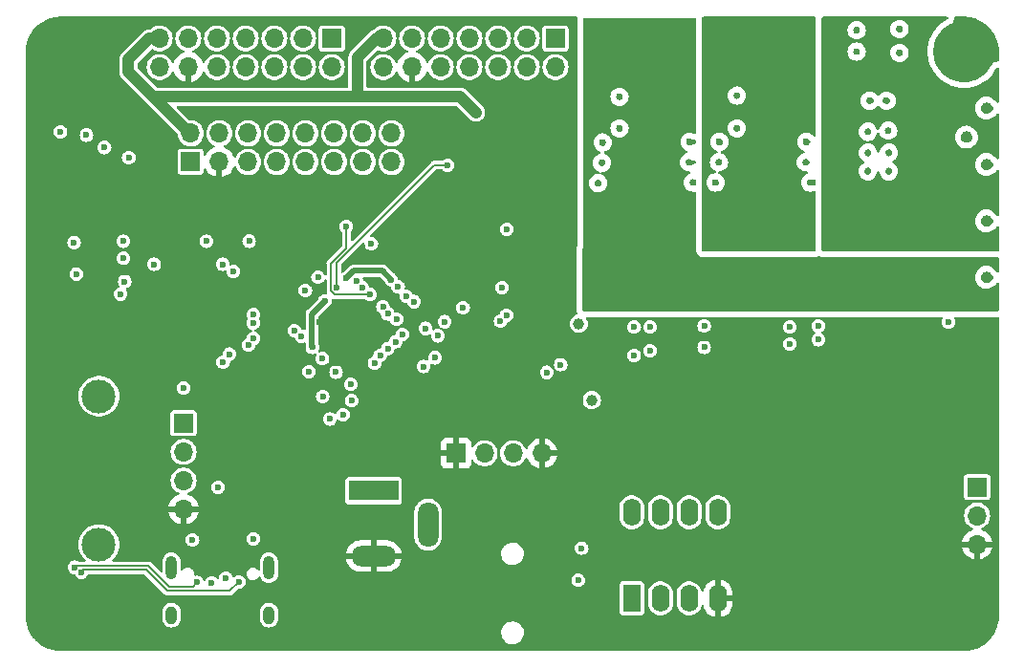
<source format=gbr>
%TF.GenerationSoftware,KiCad,Pcbnew,7.0.1*%
%TF.CreationDate,2023-09-20T00:41:55-04:00*%
%TF.ProjectId,Teacup.kicad_pcb-revB,54656163-7570-42e6-9b69-6361645f7063,B*%
%TF.SameCoordinates,Original*%
%TF.FileFunction,Copper,L3,Inr*%
%TF.FilePolarity,Positive*%
%FSLAX46Y46*%
G04 Gerber Fmt 4.6, Leading zero omitted, Abs format (unit mm)*
G04 Created by KiCad (PCBNEW 7.0.1) date 2023-09-20 00:41:55*
%MOMM*%
%LPD*%
G01*
G04 APERTURE LIST*
%TA.AperFunction,ComponentPad*%
%ADD10C,0.800000*%
%TD*%
%TA.AperFunction,ComponentPad*%
%ADD11C,5.400000*%
%TD*%
%TA.AperFunction,ComponentPad*%
%ADD12R,1.700000X1.700000*%
%TD*%
%TA.AperFunction,ComponentPad*%
%ADD13O,1.700000X1.700000*%
%TD*%
%TA.AperFunction,ComponentPad*%
%ADD14O,1.000000X2.100000*%
%TD*%
%TA.AperFunction,ComponentPad*%
%ADD15O,1.000000X1.600000*%
%TD*%
%TA.AperFunction,ComponentPad*%
%ADD16C,3.000000*%
%TD*%
%TA.AperFunction,ComponentPad*%
%ADD17R,1.600000X2.400000*%
%TD*%
%TA.AperFunction,ComponentPad*%
%ADD18O,1.600000X2.400000*%
%TD*%
%TA.AperFunction,ComponentPad*%
%ADD19R,4.400000X1.800000*%
%TD*%
%TA.AperFunction,ComponentPad*%
%ADD20O,4.000000X1.800000*%
%TD*%
%TA.AperFunction,ComponentPad*%
%ADD21O,1.800000X4.000000*%
%TD*%
%TA.AperFunction,ViaPad*%
%ADD22C,0.600000*%
%TD*%
%TA.AperFunction,ViaPad*%
%ADD23C,1.000000*%
%TD*%
%TA.AperFunction,ViaPad*%
%ADD24C,3.000000*%
%TD*%
%TA.AperFunction,Conductor*%
%ADD25C,1.000000*%
%TD*%
%TA.AperFunction,Conductor*%
%ADD26C,0.500000*%
%TD*%
%TA.AperFunction,Conductor*%
%ADD27C,0.150000*%
%TD*%
%TA.AperFunction,Conductor*%
%ADD28C,0.200000*%
%TD*%
G04 APERTURE END LIST*
D10*
%TO.N,GND*%
%TO.C,H4*%
X77975000Y0D03*
X78568109Y1431891D03*
X78568109Y-1431891D03*
X80000000Y2025000D03*
D11*
X80000000Y0D03*
D10*
X80000000Y-2025000D03*
X81431891Y1431891D03*
X81431891Y-1431891D03*
X82025000Y0D03*
%TD*%
%TO.N,GND*%
%TO.C,H3*%
X77975000Y-50000000D03*
X78568109Y-48568109D03*
X78568109Y-51431891D03*
X80000000Y-47975000D03*
D11*
X80000000Y-50000000D03*
D10*
X80000000Y-52025000D03*
X81431891Y-48568109D03*
X81431891Y-51431891D03*
X82025000Y-50000000D03*
%TD*%
D12*
%TO.N,GND*%
%TO.C,J12*%
X35010000Y-35590000D03*
D13*
%TO.N,/HPOUTL*%
X37550000Y-35590000D03*
%TO.N,/MICLP*%
X40090000Y-35590000D03*
%TO.N,GND*%
X42630000Y-35590000D03*
%TD*%
D12*
%TO.N,/MDCK*%
%TO.C,J7*%
X43825000Y1175000D03*
D13*
%TO.N,/MDIO*%
X43825000Y-1365000D03*
%TO.N,/RXD0*%
X41285000Y1175000D03*
%TO.N,/RXDV*%
X41285000Y-1365000D03*
%TO.N,/TXCLK*%
X38745000Y1175000D03*
%TO.N,/RXD1*%
X38745000Y-1365000D03*
%TO.N,/TXD0*%
X36205000Y1175000D03*
%TO.N,/PHYCLK*%
X36205000Y-1365000D03*
%TO.N,/TXEN*%
X33665000Y1175000D03*
%TO.N,/TXD1*%
X33665000Y-1365000D03*
%TO.N,/PB27*%
X31125000Y1175000D03*
%TO.N,GND*%
X31125000Y-1365000D03*
%TO.N,+3V3*%
X28585000Y1175000D03*
%TO.N,+5V*%
X28585000Y-1365000D03*
%TD*%
D14*
%TO.N,Net-(J1-SHIELD)*%
%TO.C,J1*%
X9822500Y-45737500D03*
D15*
X9822500Y-49917500D03*
D14*
X18462500Y-45737500D03*
D15*
X18462500Y-49917500D03*
%TD*%
D12*
%TO.N,/UART0_RTS*%
%TO.C,J6*%
X24025000Y1175000D03*
D13*
%TO.N,/UART0_CTS*%
X24025000Y-1365000D03*
%TO.N,/UART0_TXD*%
X21485000Y1175000D03*
%TO.N,/UART0_RXD*%
X21485000Y-1365000D03*
%TO.N,/PB30*%
X18945000Y1175000D03*
%TO.N,/PB31*%
X18945000Y-1365000D03*
%TO.N,/PB27*%
X16405000Y1175000D03*
%TO.N,/PB28*%
X16405000Y-1365000D03*
%TO.N,/PB25*%
X13865000Y1175000D03*
%TO.N,/PB26*%
X13865000Y-1365000D03*
%TO.N,/AUX0*%
X11325000Y1175000D03*
%TO.N,GND*%
X11325000Y-1365000D03*
%TO.N,+3V3*%
X8785000Y1175000D03*
%TO.N,+5V*%
X8785000Y-1365000D03*
%TD*%
D10*
%TO.N,GND*%
%TO.C,H1*%
X-2025000Y-50000000D03*
X-1431891Y-48568109D03*
X-1431891Y-51431891D03*
X0Y-47975000D03*
D11*
X0Y-50000000D03*
D10*
X0Y-52025000D03*
X1431891Y-48568109D03*
X1431891Y-51431891D03*
X2025000Y-50000000D03*
%TD*%
D12*
%TO.N,/UART_TX*%
%TO.C,J5*%
X81170000Y-38570000D03*
D13*
%TO.N,/UART_RX*%
X81170000Y-41110000D03*
%TO.N,GND*%
X81170000Y-43650000D03*
%TD*%
D12*
%TO.N,+2V8*%
%TO.C,J4*%
X11525000Y-9775000D03*
D13*
%TO.N,+3V3*%
X11525000Y-7235000D03*
%TO.N,GND*%
X14065000Y-9775000D03*
%TO.N,+5V*%
X14065000Y-7235000D03*
%TO.N,/PA06*%
X16605000Y-9775000D03*
%TO.N,/PA07*%
X16605000Y-7235000D03*
%TO.N,/PA09*%
X19145000Y-9775000D03*
%TO.N,/PA08*%
X19145000Y-7235000D03*
%TO.N,/PA11*%
X21685000Y-9775000D03*
%TO.N,/PA10*%
X21685000Y-7235000D03*
%TO.N,/PA16*%
X24225000Y-9775000D03*
%TO.N,/PA14*%
X24225000Y-7235000D03*
%TO.N,/PA17*%
X26765000Y-9775000D03*
%TO.N,/PB29*%
X26765000Y-7235000D03*
%TO.N,/PB17*%
X29305000Y-9775000D03*
%TO.N,/PB18*%
X29305000Y-7235000D03*
%TD*%
D12*
%TO.N,+5V*%
%TO.C,J11*%
X10890000Y-32910000D03*
D13*
%TO.N,/USB_D-*%
X10890000Y-35450000D03*
%TO.N,/USB_D+*%
X10890000Y-37990000D03*
%TO.N,GND*%
X10890000Y-40530000D03*
%TD*%
D16*
%TO.N,Net-(J3-Shield)*%
%TO.C,J3*%
X3400000Y-30530000D03*
X3400000Y-43670000D03*
%TD*%
D10*
%TO.N,GND*%
%TO.C,H2*%
X-2025000Y0D03*
X-1431891Y1431891D03*
X-1431891Y-1431891D03*
X0Y2025000D03*
D11*
X0Y0D03*
D10*
X0Y-2025000D03*
X1431891Y1431891D03*
X1431891Y-1431891D03*
X2025000Y0D03*
%TD*%
D17*
%TO.N,/NOR_CE*%
%TO.C,U5*%
X50600000Y-48440000D03*
D18*
%TO.N,/NOR_DR*%
X53140000Y-48440000D03*
%TO.N,Net-(U5-IO2)*%
X55680000Y-48440000D03*
%TO.N,GND*%
X58220000Y-48440000D03*
%TO.N,/NOR_DT*%
X58220000Y-40820000D03*
%TO.N,/NOR_CK*%
X55680000Y-40820000D03*
%TO.N,Net-(U5-IO3)*%
X53140000Y-40820000D03*
%TO.N,Net-(U5-VCC)*%
X50600000Y-40820000D03*
%TD*%
D19*
%TO.N,+5V*%
%TO.C,J8*%
X27740000Y-38900000D03*
D20*
%TO.N,GND*%
X27740000Y-44700000D03*
D21*
%TO.N,N/C*%
X32540000Y-41900000D03*
%TD*%
D22*
%TO.N,GND*%
X47600000Y-11650000D03*
X54600000Y-23800000D03*
D23*
X20000000Y-52000000D03*
D22*
X20870000Y-31640000D03*
X29100000Y-16700000D03*
X58000000Y-11600000D03*
D23*
X-2000000Y-15000000D03*
D22*
X28579500Y-24090000D03*
X73300000Y-7000000D03*
X20400000Y-18940000D03*
X29700000Y-17500000D03*
D23*
X82000000Y-10000000D03*
X71830000Y-31820000D03*
X25000000Y-52000000D03*
D22*
X19410000Y-43230000D03*
D23*
X79300000Y-29000000D03*
D22*
X62100000Y-23800000D03*
X55700000Y-8000000D03*
X23210000Y-14690000D03*
D23*
X30000000Y-52000000D03*
D22*
X20900000Y-18600000D03*
X7800000Y-11900000D03*
X31730000Y-19150000D03*
X32440000Y-19840000D03*
X31030000Y-18430000D03*
X19050000Y-14880000D03*
X71500000Y-8950000D03*
D23*
X-2000000Y-35000000D03*
D22*
X55650000Y-9800000D03*
X49500000Y-4000000D03*
D23*
X48350000Y-52090000D03*
D22*
X56000000Y-11600000D03*
X8000000Y-6300000D03*
D23*
X-2000000Y-10000000D03*
X-2000000Y-20000001D03*
D22*
X26850000Y-35850000D03*
X21400000Y-18000000D03*
X26200000Y-32300000D03*
D23*
X-2000000Y-29999999D03*
X-1860000Y-3800000D03*
X48500000Y-29100000D03*
D22*
X73150000Y-4350000D03*
D23*
X-2000000Y-40000000D03*
X15000000Y-52000000D03*
D22*
X71500000Y-7100000D03*
D23*
X80225000Y-7575000D03*
X44320000Y-52090000D03*
D22*
X18600000Y-29800000D03*
X70500000Y1900000D03*
X18400000Y-16100000D03*
X58300000Y-9800000D03*
X66050000Y-8000000D03*
X31850000Y-30240000D03*
X700000Y-3800000D03*
D23*
X75000000Y-52000000D03*
D22*
X22500000Y-33000000D03*
D23*
X-2000000Y-45000000D03*
X71632500Y-49157500D03*
X5000000Y-52000000D03*
X65000000Y-52000000D03*
X60000000Y-52000000D03*
D22*
X73350000Y-10600000D03*
X21660000Y-32450000D03*
X7800000Y-8900000D03*
D24*
X25700000Y-24700000D03*
D22*
X23070000Y-24740000D03*
X20100000Y-30000000D03*
X70500000Y0D03*
D23*
X81850000Y-35390000D03*
D22*
X74300000Y2000000D03*
X7412000Y-21600000D03*
X23200000Y-13700000D03*
X66400000Y-11600000D03*
X22949500Y-23950000D03*
X24100000Y-16500000D03*
X32875500Y-20300000D03*
X7412500Y-20300000D03*
D23*
X5010000Y-50060000D03*
D22*
X48000000Y-8050000D03*
D23*
X82000000Y-5000000D03*
X70000000Y-52000000D03*
D22*
X49500000Y-6800000D03*
X36660000Y-10810000D03*
X47950000Y-9850000D03*
D23*
X82000000Y-20000000D03*
X55700000Y-52060000D03*
X-2000000Y-25000001D03*
D22*
X27132863Y-22444315D03*
D23*
X82000000Y-15000000D03*
D22*
X59900000Y-6800000D03*
D23*
X51900000Y-52090000D03*
D22*
X29140000Y-24650000D03*
X4700000Y-22900000D03*
X32340000Y-29690000D03*
X19040000Y-37680000D03*
X58350000Y-8000000D03*
X59900000Y-3900000D03*
X23350000Y-25575000D03*
X66000000Y-9800000D03*
X37900000Y-17120000D03*
X74300000Y-100000D03*
X25360000Y-27620000D03*
X71500000Y-10600000D03*
X28680000Y-25340000D03*
D23*
X33930000Y-50520000D03*
X10000000Y-52000000D03*
D22*
X71650000Y-4350000D03*
X73350000Y-8950000D03*
%TO.N,Net-(IC1-VREF)*%
X35650000Y-22685500D03*
X28550000Y-22625000D03*
%TO.N,+3V3*%
X28300000Y-26900000D03*
X0Y-7100000D03*
X39530000Y-15740000D03*
D23*
X36800000Y-5400000D03*
X47050000Y-30870000D03*
X47050000Y-20775000D03*
D22*
X47400000Y-19000000D03*
D23*
X62200000Y-18900000D03*
D22*
X70700000Y-20000000D03*
X78629240Y-23960996D03*
D23*
X47425000Y-5400000D03*
D22*
X55587500Y-19900000D03*
X63500000Y-20000000D03*
X46875000Y-15725000D03*
X27525500Y-17025000D03*
X68900000Y-20000000D03*
X26200000Y-20300000D03*
D23*
X74100000Y-18900000D03*
X51400000Y-15700000D03*
D22*
X76200000Y-20374500D03*
X59400000Y-19000000D03*
X53800000Y-19900000D03*
X24400000Y-28400000D03*
%TO.N,/USB_D-*%
X13390000Y-47070000D03*
X14630000Y-46640000D03*
%TO.N,/USB_D+*%
X13960000Y-38600000D03*
%TO.N,+1V8*%
X39105000Y-20905000D03*
D23*
X59100000Y-15700000D03*
D22*
X22800000Y-20000000D03*
X15324198Y-19475802D03*
X5326056Y-21473944D03*
X30600500Y-21666028D03*
X29287878Y-20202122D03*
X22000000Y-28350000D03*
X25010589Y-32160589D03*
X25300000Y-20100000D03*
X23200000Y-27200000D03*
X23221962Y-30539074D03*
%TO.N,+0V8*%
X23851886Y-32550000D03*
X22300000Y-26200000D03*
D23*
X72900000Y-15700000D03*
D22*
X27800000Y-27600000D03*
X23400000Y-22100000D03*
X26743815Y-20933824D03*
X31300000Y-22149114D03*
X29890901Y-20816528D03*
%TO.N,Net-(IC1-PPRST_)*%
X24454762Y-20945238D03*
X34280000Y-10060000D03*
%TO.N,/PA15*%
X12900000Y-16800000D03*
X16702603Y-16797397D03*
%TO.N,/MIPI_0_N*%
X17100000Y-23300000D03*
%TO.N,/MIPI_0_P*%
X17051658Y-24048331D03*
%TO.N,/MIPI_CLK_N*%
X17100000Y-25400000D03*
%TO.N,/MIPI_CLK_P*%
X16643390Y-25994357D03*
%TO.N,/MIPI_1_N*%
X14939500Y-26804104D03*
%TO.N,/MIPI_1_P*%
X14400000Y-27500000D03*
%TO.N,/MMC0_D1*%
X50800000Y-24400000D03*
X50800000Y-26900000D03*
%TO.N,/MMC0_D0*%
X52200000Y-26500000D03*
X52200000Y-24400000D03*
%TO.N,/MMC0_CLK*%
X57000000Y-26200000D03*
X57000000Y-24300000D03*
%TO.N,/MMC0_CMD*%
X64600000Y-24400000D03*
X64600000Y-25900000D03*
%TO.N,/MMC0_D3*%
X67100000Y-25524500D03*
X67100000Y-24300000D03*
%TO.N,/MICLP*%
X25770000Y-30910000D03*
X25700000Y-29480000D03*
%TO.N,/UART_RX*%
X43046538Y-28416538D03*
X34010886Y-23930000D03*
X29750000Y-23710000D03*
X38957184Y-23882684D03*
%TO.N,/UART_TX*%
X28977521Y-23240613D03*
X32320000Y-24520000D03*
X39487162Y-23352705D03*
X44290000Y-27730000D03*
%TO.N,/PB29*%
X25300000Y-15500000D03*
X27430000Y-21530000D03*
%TO.N,+5V*%
X3900000Y-8500000D03*
X17080000Y-43160000D03*
D23*
X45900500Y-24100000D03*
D22*
X10900000Y-29800000D03*
X11692500Y-43252500D03*
%TO.N,/CAM_PE*%
X14360000Y-18840000D03*
X8300000Y-18840000D03*
X21680000Y-21150000D03*
%TO.N,/I2C0_SCK*%
X1200000Y-16900000D03*
X21300000Y-25200000D03*
%TO.N,/I2C0_SDA*%
X20700000Y-24700000D03*
X1400000Y-19700000D03*
%TO.N,/MDCK*%
X28976284Y-26301299D03*
X32168744Y-27900500D03*
%TO.N,/RXD0*%
X33166257Y-27124500D03*
X29700000Y-25700000D03*
%TO.N,/TXD1*%
X33400000Y-25175500D03*
X30270000Y-25050000D03*
%TO.N,/UART0_TXD*%
X1240000Y-45690000D03*
X12080000Y-47030000D03*
%TO.N,/UART0_RXD*%
X1847054Y-46129591D03*
X15780000Y-46980000D03*
%TO.N,Net-(U5-VCC)*%
X45834500Y-46830000D03*
X46150000Y-43990000D03*
%TO.N,Net-(J9-Pin_7)*%
X5687500Y-20364500D03*
%TO.N,Net-(J9-Pin_11)*%
X5587500Y-18300000D03*
%TO.N,Net-(J9-Pin_14)*%
X5587500Y-16800000D03*
%TO.N,+2V8*%
X2300000Y-7400000D03*
X6037500Y-9400000D03*
%TD*%
D25*
%TO.N,+3V3*%
X8200000Y-4000000D02*
X11435000Y-7235000D01*
X6000000Y-700000D02*
X7875000Y1175000D01*
X35400000Y-4000000D02*
X24500000Y-4000000D01*
X36800000Y-5400000D02*
X35400000Y-4000000D01*
X7875000Y1175000D02*
X8785000Y1175000D01*
X11435000Y-7235000D02*
X11525000Y-7235000D01*
X6000000Y-1800000D02*
X6000000Y-700000D01*
X8200000Y-4000000D02*
X6000000Y-1800000D01*
X24500000Y-4000000D02*
X8200000Y-4000000D01*
X26300000Y-500000D02*
X26300000Y-3990000D01*
X27975000Y1175000D02*
X26300000Y-500000D01*
D26*
%TO.N,+1V8*%
X25300000Y-20100000D02*
X25975000Y-19425000D01*
X25975000Y-19425000D02*
X28510756Y-19425000D01*
X28510756Y-19425000D02*
X29287878Y-20202122D01*
%TO.N,+0V8*%
X23400000Y-22100000D02*
X22249500Y-23250500D01*
X22249500Y-23250500D02*
X22249500Y-26149500D01*
X22249500Y-26149500D02*
X22300000Y-26200000D01*
D27*
%TO.N,Net-(IC1-PPRST_)*%
X24454762Y-20945238D02*
X24454762Y-18685238D01*
X24454762Y-18685238D02*
X33080000Y-10060000D01*
X33080000Y-10060000D02*
X34280000Y-10060000D01*
%TO.N,/PB29*%
X24297061Y-21530000D02*
X23929762Y-21162701D01*
X27430000Y-21530000D02*
X24297061Y-21530000D01*
X23929762Y-18785974D02*
X25300000Y-17415736D01*
X23929762Y-21162701D02*
X23929762Y-18785974D01*
X25300000Y-17415736D02*
X25300000Y-15500000D01*
D28*
%TO.N,/UART0_TXD*%
X11710000Y-47400000D02*
X12080000Y-47030000D01*
X7774974Y-45580000D02*
X9594974Y-47400000D01*
X1240000Y-45690000D02*
X1350000Y-45580000D01*
X9594974Y-47400000D02*
X11710000Y-47400000D01*
X1350000Y-45580000D02*
X7774974Y-45580000D01*
%TO.N,/UART0_RXD*%
X9470000Y-47770000D02*
X14990000Y-47770000D01*
X7630000Y-45930000D02*
X9470000Y-47770000D01*
X14990000Y-47770000D02*
X15780000Y-46980000D01*
X2046645Y-45930000D02*
X7630000Y-45930000D01*
X1847054Y-46129591D02*
X2046645Y-45930000D01*
%TD*%
%TA.AperFunction,Conductor*%
%TO.N,GND*%
G36*
X45756493Y3083996D02*
G01*
X45793025Y3042339D01*
X45801452Y2987580D01*
X45800963Y2983857D01*
X45786500Y2874001D01*
X45786500Y-17153977D01*
X45781248Y-17185795D01*
X45776826Y-17194067D01*
X45777165Y-17194208D01*
X45720878Y-17330093D01*
X45703996Y-17393098D01*
X45686500Y-17525999D01*
X45686500Y-22874001D01*
X45703996Y-23006901D01*
X45720878Y-23069906D01*
X45769388Y-23187018D01*
X45775818Y-23239659D01*
X45754158Y-23288066D01*
X45710622Y-23318348D01*
X45550980Y-23374210D01*
X45550978Y-23374210D01*
X45550978Y-23374211D01*
X45514113Y-23397375D01*
X45398239Y-23470183D01*
X45270683Y-23597739D01*
X45174710Y-23750480D01*
X45115132Y-23920741D01*
X45094935Y-24099999D01*
X45115132Y-24279258D01*
X45159909Y-24407220D01*
X45174711Y-24449522D01*
X45270684Y-24602262D01*
X45398238Y-24729816D01*
X45550978Y-24825789D01*
X45639491Y-24856761D01*
X45721241Y-24885367D01*
X45721242Y-24885367D01*
X45721245Y-24885368D01*
X45900500Y-24905565D01*
X46079755Y-24885368D01*
X46250022Y-24825789D01*
X46402762Y-24729816D01*
X46530316Y-24602262D01*
X46626289Y-24449522D01*
X46643618Y-24399999D01*
X50194318Y-24399999D01*
X50214955Y-24556761D01*
X50275464Y-24702841D01*
X50371717Y-24828282D01*
X50467970Y-24902139D01*
X50497159Y-24924536D01*
X50643238Y-24985044D01*
X50800000Y-25005682D01*
X50956762Y-24985044D01*
X51102841Y-24924536D01*
X51228282Y-24828282D01*
X51324536Y-24702841D01*
X51385044Y-24556762D01*
X51401847Y-24429128D01*
X51414816Y-24399999D01*
X51585183Y-24399999D01*
X51598153Y-24429129D01*
X51614955Y-24556761D01*
X51675464Y-24702841D01*
X51771717Y-24828282D01*
X51867970Y-24902139D01*
X51897159Y-24924536D01*
X52043238Y-24985044D01*
X52200000Y-25005682D01*
X52356762Y-24985044D01*
X52502841Y-24924536D01*
X52628282Y-24828282D01*
X52724536Y-24702841D01*
X52785044Y-24556762D01*
X52805682Y-24400000D01*
X52785044Y-24243238D01*
X52724536Y-24097159D01*
X52687068Y-24048330D01*
X52628282Y-23971717D01*
X52502841Y-23875464D01*
X52356761Y-23814955D01*
X52200000Y-23794318D01*
X52043238Y-23814955D01*
X51897158Y-23875464D01*
X51771717Y-23971717D01*
X51675464Y-24097158D01*
X51614955Y-24243238D01*
X51598153Y-24370870D01*
X51585183Y-24399999D01*
X51414816Y-24399999D01*
X51401847Y-24370870D01*
X51385044Y-24243238D01*
X51385043Y-24243237D01*
X51324536Y-24097159D01*
X51287068Y-24048330D01*
X51228282Y-23971717D01*
X51102841Y-23875464D01*
X50956761Y-23814955D01*
X50800000Y-23794318D01*
X50643238Y-23814955D01*
X50497158Y-23875464D01*
X50371717Y-23971717D01*
X50275464Y-24097158D01*
X50214955Y-24243238D01*
X50194318Y-24399999D01*
X46643618Y-24399999D01*
X46685868Y-24279255D01*
X46706065Y-24100000D01*
X46685868Y-23920745D01*
X46670023Y-23875464D01*
X46641629Y-23794318D01*
X46626289Y-23750478D01*
X46572686Y-23665170D01*
X46557552Y-23615276D01*
X46569866Y-23564612D01*
X46606214Y-23527230D01*
X46656513Y-23513500D01*
X54472080Y-23513500D01*
X54475308Y-23513409D01*
X54500860Y-23512693D01*
X54514967Y-23511901D01*
X54543676Y-23509479D01*
X54543690Y-23509477D01*
X54543695Y-23509477D01*
X54556319Y-23508054D01*
X54588916Y-23504381D01*
X54611084Y-23504381D01*
X54637736Y-23507384D01*
X54656304Y-23509477D01*
X54656312Y-23509477D01*
X54656324Y-23509479D01*
X54685033Y-23511901D01*
X54699140Y-23512693D01*
X54724598Y-23513406D01*
X54727920Y-23513500D01*
X56863000Y-23513500D01*
X56919074Y-23530912D01*
X56955425Y-23577022D01*
X56959265Y-23635611D01*
X56929244Y-23686072D01*
X56875922Y-23710653D01*
X56843238Y-23714955D01*
X56697158Y-23775464D01*
X56571717Y-23871717D01*
X56475464Y-23997158D01*
X56414955Y-24143238D01*
X56394318Y-24300000D01*
X56414955Y-24456761D01*
X56475464Y-24602841D01*
X56571717Y-24728282D01*
X56655006Y-24792191D01*
X56697159Y-24824536D01*
X56843238Y-24885044D01*
X57000000Y-24905682D01*
X57156762Y-24885044D01*
X57302841Y-24824536D01*
X57428282Y-24728282D01*
X57524536Y-24602841D01*
X57585044Y-24456762D01*
X57592517Y-24399999D01*
X63994318Y-24399999D01*
X64014955Y-24556761D01*
X64075464Y-24702841D01*
X64171717Y-24828282D01*
X64267970Y-24902139D01*
X64297159Y-24924536D01*
X64443238Y-24985044D01*
X64600000Y-25005682D01*
X64756762Y-24985044D01*
X64902841Y-24924536D01*
X65028282Y-24828282D01*
X65124536Y-24702841D01*
X65185044Y-24556762D01*
X65205682Y-24400000D01*
X65185044Y-24243238D01*
X65124536Y-24097159D01*
X65087068Y-24048330D01*
X65028282Y-23971717D01*
X64902841Y-23875464D01*
X64756761Y-23814955D01*
X64600000Y-23794318D01*
X64443238Y-23814955D01*
X64297158Y-23875464D01*
X64171717Y-23971717D01*
X64075464Y-24097158D01*
X64014955Y-24243238D01*
X63994318Y-24399999D01*
X57592517Y-24399999D01*
X57605682Y-24300000D01*
X57585044Y-24143238D01*
X57524536Y-23997159D01*
X57476806Y-23934956D01*
X57428282Y-23871717D01*
X57302841Y-23775464D01*
X57156761Y-23714955D01*
X57124078Y-23710653D01*
X57070756Y-23686072D01*
X57040735Y-23635611D01*
X57044575Y-23577022D01*
X57080926Y-23530912D01*
X57137000Y-23513500D01*
X61972080Y-23513500D01*
X61975308Y-23513409D01*
X62000860Y-23512693D01*
X62014967Y-23511901D01*
X62043676Y-23509479D01*
X62043690Y-23509477D01*
X62043695Y-23509477D01*
X62056319Y-23508054D01*
X62088916Y-23504381D01*
X62111084Y-23504381D01*
X62137736Y-23507384D01*
X62156304Y-23509477D01*
X62156312Y-23509477D01*
X62156324Y-23509479D01*
X62185033Y-23511901D01*
X62199140Y-23512693D01*
X62224598Y-23513406D01*
X62227920Y-23513500D01*
X62227924Y-23513500D01*
X66963000Y-23513500D01*
X67019074Y-23530912D01*
X67055425Y-23577022D01*
X67059265Y-23635611D01*
X67029244Y-23686072D01*
X66975922Y-23710653D01*
X66943238Y-23714955D01*
X66797158Y-23775464D01*
X66671717Y-23871717D01*
X66575464Y-23997158D01*
X66514955Y-24143238D01*
X66494318Y-24300000D01*
X66514955Y-24456761D01*
X66575464Y-24602841D01*
X66671717Y-24728282D01*
X66807499Y-24832470D01*
X66805507Y-24835065D01*
X66832538Y-24857252D01*
X66849220Y-24912250D01*
X66832538Y-24967248D01*
X66805507Y-24989434D01*
X66807499Y-24992030D01*
X66671717Y-25096217D01*
X66575464Y-25221658D01*
X66514955Y-25367738D01*
X66494318Y-25524500D01*
X66514955Y-25681261D01*
X66575464Y-25827341D01*
X66671717Y-25952782D01*
X66731243Y-25998457D01*
X66797159Y-26049036D01*
X66943238Y-26109544D01*
X67100000Y-26130182D01*
X67256762Y-26109544D01*
X67402841Y-26049036D01*
X67528282Y-25952782D01*
X67624536Y-25827341D01*
X67685044Y-25681262D01*
X67705682Y-25524500D01*
X67685044Y-25367738D01*
X67624536Y-25221659D01*
X67589116Y-25175498D01*
X67528282Y-25096217D01*
X67392501Y-24992030D01*
X67394493Y-24989433D01*
X67367464Y-24967252D01*
X67350779Y-24912250D01*
X67367464Y-24857248D01*
X67394493Y-24835066D01*
X67392501Y-24832470D01*
X67415845Y-24814558D01*
X67528282Y-24728282D01*
X67624536Y-24602841D01*
X67685044Y-24456762D01*
X67705682Y-24300000D01*
X67685044Y-24143238D01*
X67624536Y-23997159D01*
X67576806Y-23934956D01*
X67528282Y-23871717D01*
X67402841Y-23775464D01*
X67256761Y-23714955D01*
X67224078Y-23710653D01*
X67170756Y-23686072D01*
X67140735Y-23635611D01*
X67144575Y-23577022D01*
X67180926Y-23530912D01*
X67237000Y-23513500D01*
X78016458Y-23513500D01*
X78063126Y-23525190D01*
X78098774Y-23557499D01*
X78114981Y-23602796D01*
X78107922Y-23650386D01*
X78044195Y-23804234D01*
X78023558Y-23960996D01*
X78044195Y-24117757D01*
X78104704Y-24263837D01*
X78200957Y-24389278D01*
X78279466Y-24449519D01*
X78326399Y-24485532D01*
X78472478Y-24546040D01*
X78629240Y-24566678D01*
X78786002Y-24546040D01*
X78932081Y-24485532D01*
X79057522Y-24389278D01*
X79153776Y-24263837D01*
X79214284Y-24117758D01*
X79234922Y-23960996D01*
X79214284Y-23804234D01*
X79153776Y-23658155D01*
X79150558Y-23650386D01*
X79143499Y-23602796D01*
X79159706Y-23557499D01*
X79195354Y-23525190D01*
X79242022Y-23513500D01*
X82973502Y-23513500D01*
X82987579Y-23511647D01*
X83042340Y-23520076D01*
X83083996Y-23556608D01*
X83099500Y-23609800D01*
X83099500Y-49997413D01*
X83099364Y-50002595D01*
X83092525Y-50133077D01*
X83092505Y-50133446D01*
X83081692Y-50325987D01*
X83080629Y-50335923D01*
X83056305Y-50489496D01*
X83056125Y-50490592D01*
X83027683Y-50657990D01*
X83025709Y-50667030D01*
X82984315Y-50821516D01*
X82983819Y-50823300D01*
X82938041Y-50982197D01*
X82935335Y-50990268D01*
X82877386Y-51141231D01*
X82876425Y-51143639D01*
X82813841Y-51294728D01*
X82810587Y-51301787D01*
X82736733Y-51446735D01*
X82735170Y-51449678D01*
X82656529Y-51591969D01*
X82652910Y-51598001D01*
X82564033Y-51734858D01*
X82561746Y-51738226D01*
X82467958Y-51870408D01*
X82464155Y-51875422D01*
X82361263Y-52002484D01*
X82358143Y-52006150D01*
X82250324Y-52126799D01*
X82246510Y-52130835D01*
X82130835Y-52246510D01*
X82126799Y-52250324D01*
X82006150Y-52358143D01*
X82002484Y-52361263D01*
X81875422Y-52464155D01*
X81870408Y-52467958D01*
X81738226Y-52561746D01*
X81734858Y-52564033D01*
X81598001Y-52652910D01*
X81591969Y-52656529D01*
X81449678Y-52735170D01*
X81446735Y-52736733D01*
X81301787Y-52810587D01*
X81294728Y-52813841D01*
X81143639Y-52876425D01*
X81141231Y-52877386D01*
X80990268Y-52935335D01*
X80982197Y-52938041D01*
X80823300Y-52983819D01*
X80821516Y-52984315D01*
X80667030Y-53025709D01*
X80657990Y-53027683D01*
X80490592Y-53056125D01*
X80489496Y-53056305D01*
X80335923Y-53080629D01*
X80325987Y-53081692D01*
X80133446Y-53092505D01*
X80133077Y-53092525D01*
X80002595Y-53099364D01*
X79997413Y-53099500D01*
X2587Y-53099500D01*
X-2595Y-53099364D01*
X-133079Y-53092525D01*
X-133448Y-53092505D01*
X-325989Y-53081692D01*
X-335925Y-53080629D01*
X-489498Y-53056305D01*
X-490594Y-53056125D01*
X-657992Y-53027683D01*
X-667032Y-53025709D01*
X-821518Y-52984315D01*
X-823302Y-52983819D01*
X-982199Y-52938041D01*
X-990270Y-52935335D01*
X-1023918Y-52922419D01*
X-1141260Y-52877375D01*
X-1143641Y-52876425D01*
X-1294730Y-52813841D01*
X-1301789Y-52810587D01*
X-1446737Y-52736733D01*
X-1449680Y-52735170D01*
X-1591971Y-52656529D01*
X-1598003Y-52652910D01*
X-1734860Y-52564033D01*
X-1738228Y-52561746D01*
X-1870410Y-52467958D01*
X-1875424Y-52464155D01*
X-2002486Y-52361263D01*
X-2006152Y-52358143D01*
X-2126801Y-52250324D01*
X-2130837Y-52246510D01*
X-2246512Y-52130835D01*
X-2250326Y-52126799D01*
X-2264828Y-52110571D01*
X-2358156Y-52006138D01*
X-2361265Y-52002484D01*
X-2464157Y-51875422D01*
X-2467960Y-51870408D01*
X-2561748Y-51738226D01*
X-2564035Y-51734858D01*
X-2620906Y-51647285D01*
X-2652921Y-51597987D01*
X-2656521Y-51591986D01*
X-2681971Y-51545938D01*
X39025630Y-51545938D01*
X39056443Y-51747072D01*
X39127112Y-51937885D01*
X39234747Y-52110571D01*
X39363968Y-52246510D01*
X39374941Y-52258053D01*
X39541951Y-52374295D01*
X39728942Y-52454540D01*
X39928259Y-52495500D01*
X40080742Y-52495500D01*
X40080744Y-52495500D01*
X40156590Y-52487786D01*
X40232438Y-52480074D01*
X40426588Y-52419159D01*
X40604502Y-52320409D01*
X40758895Y-52187866D01*
X40883448Y-52026958D01*
X40973060Y-51844271D01*
X41024063Y-51647285D01*
X41034369Y-51444064D01*
X41029078Y-51409529D01*
X41003556Y-51242927D01*
X40932887Y-51052114D01*
X40825252Y-50879428D01*
X40685061Y-50731949D01*
X40685060Y-50731948D01*
X40685059Y-50731947D01*
X40518049Y-50615705D01*
X40518048Y-50615704D01*
X40518046Y-50615703D01*
X40331059Y-50535460D01*
X40264619Y-50521806D01*
X40131741Y-50494500D01*
X39979258Y-50494500D01*
X39979256Y-50494500D01*
X39827563Y-50509925D01*
X39633409Y-50570841D01*
X39455499Y-50669589D01*
X39301106Y-50802133D01*
X39301105Y-50802134D01*
X39286102Y-50821516D01*
X39176551Y-50963042D01*
X39086940Y-51145728D01*
X39035936Y-51342716D01*
X39025630Y-51545938D01*
X-2681971Y-51545938D01*
X-2735182Y-51449660D01*
X-2736735Y-51446735D01*
X-2810589Y-51301787D01*
X-2813843Y-51294728D01*
X-2835300Y-51242927D01*
X-2876454Y-51143572D01*
X-2877345Y-51141338D01*
X-2935345Y-50990244D01*
X-2938040Y-50982208D01*
X-2983841Y-50823229D01*
X-2984297Y-50821588D01*
X-3025715Y-50667015D01*
X-3027682Y-50658005D01*
X-3056152Y-50490444D01*
X-3056286Y-50489630D01*
X-3080633Y-50335909D01*
X-3081693Y-50326004D01*
X-3085262Y-50262451D01*
X9022000Y-50262451D01*
X9037132Y-50396758D01*
X9068252Y-50485691D01*
X9096711Y-50567022D01*
X9192684Y-50719762D01*
X9320238Y-50847316D01*
X9472978Y-50943289D01*
X9581351Y-50981210D01*
X9643241Y-51002867D01*
X9643242Y-51002867D01*
X9643245Y-51002868D01*
X9822500Y-51023065D01*
X10001755Y-51002868D01*
X10172022Y-50943289D01*
X10324762Y-50847316D01*
X10452316Y-50719762D01*
X10548289Y-50567022D01*
X10607868Y-50396755D01*
X10623000Y-50262454D01*
X10623000Y-50262451D01*
X17662000Y-50262451D01*
X17677132Y-50396758D01*
X17708252Y-50485691D01*
X17736711Y-50567022D01*
X17832684Y-50719762D01*
X17960238Y-50847316D01*
X18112978Y-50943289D01*
X18221351Y-50981210D01*
X18283241Y-51002867D01*
X18283242Y-51002867D01*
X18283245Y-51002868D01*
X18462500Y-51023065D01*
X18641755Y-51002868D01*
X18812022Y-50943289D01*
X18964762Y-50847316D01*
X19092316Y-50719762D01*
X19188289Y-50567022D01*
X19247868Y-50396755D01*
X19263000Y-50262454D01*
X19263000Y-49684862D01*
X49499500Y-49684862D01*
X49499501Y-49684867D01*
X49502415Y-49709991D01*
X49522451Y-49755369D01*
X49547793Y-49812764D01*
X49547794Y-49812765D01*
X49627235Y-49892206D01*
X49730009Y-49937585D01*
X49755135Y-49940500D01*
X51444864Y-49940499D01*
X51469991Y-49937585D01*
X51572765Y-49892206D01*
X51652206Y-49812765D01*
X51697585Y-49709991D01*
X51700500Y-49684865D01*
X51700500Y-48892425D01*
X52039500Y-48892425D01*
X52048596Y-48987683D01*
X52054472Y-49049219D01*
X52113683Y-49250875D01*
X52209989Y-49437682D01*
X52339908Y-49602887D01*
X52498740Y-49740516D01*
X52498741Y-49740516D01*
X52498744Y-49740519D01*
X52680756Y-49845604D01*
X52879367Y-49914344D01*
X52962579Y-49926308D01*
X53087395Y-49944254D01*
X53087397Y-49944253D01*
X53087398Y-49944254D01*
X53297330Y-49934254D01*
X53399452Y-49909479D01*
X53501574Y-49884705D01*
X53527864Y-49872698D01*
X53692753Y-49797396D01*
X53850781Y-49684865D01*
X53863948Y-49675489D01*
X53863948Y-49675488D01*
X53863952Y-49675486D01*
X54008986Y-49523378D01*
X54122613Y-49346572D01*
X54154077Y-49267980D01*
X54200724Y-49151460D01*
X54207706Y-49115238D01*
X54240500Y-48945085D01*
X54240500Y-48892425D01*
X54579500Y-48892425D01*
X54588596Y-48987683D01*
X54594472Y-49049219D01*
X54653683Y-49250875D01*
X54749989Y-49437682D01*
X54879908Y-49602887D01*
X55038740Y-49740516D01*
X55038741Y-49740516D01*
X55038744Y-49740519D01*
X55220756Y-49845604D01*
X55419367Y-49914344D01*
X55502579Y-49926308D01*
X55627395Y-49944254D01*
X55627397Y-49944253D01*
X55627398Y-49944254D01*
X55837330Y-49934254D01*
X55939452Y-49909479D01*
X56041574Y-49884705D01*
X56067864Y-49872698D01*
X56232753Y-49797396D01*
X56390781Y-49684865D01*
X56403948Y-49675489D01*
X56403948Y-49675488D01*
X56403952Y-49675486D01*
X56548986Y-49523378D01*
X56662613Y-49346572D01*
X56694077Y-49267980D01*
X56740724Y-49151459D01*
X56740723Y-49151459D01*
X56740725Y-49151457D01*
X56750007Y-49103295D01*
X56773332Y-49056138D01*
X56817523Y-49027590D01*
X56870100Y-49025712D01*
X56916215Y-49051035D01*
X56942845Y-49096408D01*
X56993734Y-49286329D01*
X57089864Y-49492480D01*
X57220335Y-49678812D01*
X57381187Y-49839664D01*
X57567519Y-49970135D01*
X57773670Y-50066265D01*
X57970000Y-50118872D01*
X58470000Y-50118872D01*
X58666329Y-50066265D01*
X58872480Y-49970135D01*
X59058812Y-49839664D01*
X59219664Y-49678812D01*
X59350135Y-49492480D01*
X59446265Y-49286329D01*
X59505141Y-49066601D01*
X59520000Y-48896766D01*
X59520000Y-48690001D01*
X59519999Y-48690000D01*
X58470001Y-48690000D01*
X58470000Y-48690001D01*
X58470000Y-50118872D01*
X57970000Y-50118872D01*
X57970000Y-46761128D01*
X58470000Y-46761128D01*
X58470000Y-48189999D01*
X58470001Y-48190000D01*
X59519999Y-48190000D01*
X59520000Y-48189999D01*
X59520000Y-47983234D01*
X59505141Y-47813398D01*
X59446265Y-47593670D01*
X59350135Y-47387519D01*
X59219664Y-47201187D01*
X59058812Y-47040335D01*
X58872480Y-46909864D01*
X58666329Y-46813734D01*
X58470000Y-46761128D01*
X57970000Y-46761128D01*
X57773670Y-46813734D01*
X57567519Y-46909864D01*
X57381187Y-47040335D01*
X57220335Y-47201187D01*
X57089864Y-47387519D01*
X56993734Y-47593670D01*
X56942897Y-47783397D01*
X56917606Y-47827444D01*
X56873802Y-47853152D01*
X56823015Y-47853757D01*
X56778612Y-47829097D01*
X56752280Y-47785665D01*
X56706316Y-47629124D01*
X56610010Y-47442317D01*
X56604791Y-47435681D01*
X56543553Y-47357810D01*
X56480091Y-47277112D01*
X56321259Y-47139483D01*
X56321256Y-47139481D01*
X56139244Y-47034396D01*
X55940633Y-46965656D01*
X55940632Y-46965655D01*
X55940630Y-46965655D01*
X55732604Y-46935745D01*
X55522667Y-46945746D01*
X55318425Y-46995294D01*
X55127245Y-47082604D01*
X54956051Y-47204510D01*
X54811013Y-47356622D01*
X54697384Y-47533431D01*
X54619275Y-47728539D01*
X54595142Y-47853757D01*
X54579500Y-47934915D01*
X54579500Y-48892425D01*
X54240500Y-48892425D01*
X54240500Y-47987575D01*
X54225528Y-47830782D01*
X54166316Y-47629125D01*
X54166316Y-47629124D01*
X54070010Y-47442317D01*
X54064791Y-47435681D01*
X54003553Y-47357810D01*
X53940091Y-47277112D01*
X53781259Y-47139483D01*
X53781256Y-47139481D01*
X53599244Y-47034396D01*
X53400633Y-46965656D01*
X53400632Y-46965655D01*
X53400630Y-46965655D01*
X53192604Y-46935745D01*
X52982667Y-46945746D01*
X52778425Y-46995294D01*
X52587245Y-47082604D01*
X52416051Y-47204510D01*
X52271013Y-47356622D01*
X52157384Y-47533431D01*
X52079275Y-47728539D01*
X52055142Y-47853757D01*
X52039500Y-47934915D01*
X52039500Y-48892425D01*
X51700500Y-48892425D01*
X51700499Y-47195136D01*
X51697585Y-47170009D01*
X51652206Y-47067235D01*
X51572765Y-46987794D01*
X51572764Y-46987793D01*
X51469989Y-46942414D01*
X51444867Y-46939500D01*
X49755137Y-46939500D01*
X49730009Y-46942415D01*
X49627235Y-46987793D01*
X49547793Y-47067235D01*
X49502414Y-47170010D01*
X49499500Y-47195132D01*
X49499500Y-49684862D01*
X19263000Y-49684862D01*
X19263000Y-49572546D01*
X19247868Y-49438245D01*
X19188289Y-49267978D01*
X19092316Y-49115238D01*
X18964762Y-48987684D01*
X18812022Y-48891711D01*
X18804315Y-48889014D01*
X18641758Y-48832132D01*
X18462500Y-48811935D01*
X18283241Y-48832132D01*
X18112980Y-48891710D01*
X18112978Y-48891710D01*
X18112978Y-48891711D01*
X18111842Y-48892425D01*
X17960239Y-48987683D01*
X17832683Y-49115239D01*
X17736710Y-49267980D01*
X17677132Y-49438241D01*
X17662000Y-49572549D01*
X17662000Y-50262451D01*
X10623000Y-50262451D01*
X10623000Y-49572546D01*
X10607868Y-49438245D01*
X10548289Y-49267978D01*
X10452316Y-49115238D01*
X10324762Y-48987684D01*
X10172022Y-48891711D01*
X10164315Y-48889014D01*
X10001758Y-48832132D01*
X9822500Y-48811935D01*
X9643241Y-48832132D01*
X9472980Y-48891710D01*
X9472978Y-48891710D01*
X9472978Y-48891711D01*
X9471842Y-48892425D01*
X9320239Y-48987683D01*
X9192683Y-49115239D01*
X9096710Y-49267980D01*
X9037132Y-49438241D01*
X9022000Y-49572549D01*
X9022000Y-50262451D01*
X-3085262Y-50262451D01*
X-3092507Y-50133446D01*
X-3099364Y-50002595D01*
X-3099500Y-49997414D01*
X-3099500Y-45689999D01*
X634318Y-45689999D01*
X654955Y-45846761D01*
X715464Y-45992841D01*
X811717Y-46118282D01*
X907971Y-46192139D01*
X937159Y-46214536D01*
X1083238Y-46275044D01*
X1210697Y-46291824D01*
X1258042Y-46311435D01*
X1289239Y-46352090D01*
X1322518Y-46432432D01*
X1322519Y-46432433D01*
X1418771Y-46557873D01*
X1475912Y-46601718D01*
X1544213Y-46654127D01*
X1690292Y-46714635D01*
X1847054Y-46735273D01*
X2003816Y-46714635D01*
X2149895Y-46654127D01*
X2275336Y-46557873D01*
X2371590Y-46432432D01*
X2388498Y-46391612D01*
X2424960Y-46347184D01*
X2479961Y-46330500D01*
X7423099Y-46330500D01*
X7460985Y-46338036D01*
X7493103Y-46359496D01*
X9209091Y-48075484D01*
X9209094Y-48075486D01*
X9231658Y-48098050D01*
X9253161Y-48109006D01*
X9266381Y-48117107D01*
X9285910Y-48131296D01*
X9285911Y-48131296D01*
X9285912Y-48131297D01*
X9308846Y-48138748D01*
X9323202Y-48144694D01*
X9344695Y-48155646D01*
X9352739Y-48156920D01*
X9368517Y-48159418D01*
X9383622Y-48163045D01*
X9406566Y-48170500D01*
X9406567Y-48170500D01*
X9438481Y-48170500D01*
X9533433Y-48170500D01*
X14926567Y-48170500D01*
X15021519Y-48170500D01*
X15053432Y-48170500D01*
X15053433Y-48170500D01*
X15076382Y-48163043D01*
X15091462Y-48159421D01*
X15115304Y-48155646D01*
X15136798Y-48144693D01*
X15151146Y-48138749D01*
X15174090Y-48131296D01*
X15193606Y-48117115D01*
X15206846Y-48109002D01*
X15228342Y-48098050D01*
X15239543Y-48086848D01*
X15239549Y-48086844D01*
X15473241Y-47853152D01*
X15710991Y-47615400D01*
X15737209Y-47596613D01*
X15768074Y-47587251D01*
X15779996Y-47585681D01*
X15780000Y-47585682D01*
X15936762Y-47565044D01*
X16082841Y-47504536D01*
X16208282Y-47408282D01*
X16304536Y-47282841D01*
X16365044Y-47136762D01*
X16385682Y-46980000D01*
X16365044Y-46823238D01*
X16304536Y-46677159D01*
X16277341Y-46641718D01*
X16208282Y-46551717D01*
X16082841Y-46455464D01*
X15936761Y-46394955D01*
X15780000Y-46374318D01*
X15623238Y-46394955D01*
X15477158Y-46455464D01*
X15371809Y-46536300D01*
X15324412Y-46555917D01*
X15273559Y-46549180D01*
X15232904Y-46517898D01*
X15223067Y-46494022D01*
X15220032Y-46495280D01*
X15208218Y-46466758D01*
X15154536Y-46337159D01*
X15122710Y-46295682D01*
X15101085Y-46267499D01*
X16452034Y-46267499D01*
X16471812Y-46417735D01*
X16529802Y-46557733D01*
X16622048Y-46677951D01*
X16696751Y-46735272D01*
X16742267Y-46770198D01*
X16836030Y-46809036D01*
X16882264Y-46828187D01*
X16994779Y-46843000D01*
X16994780Y-46843000D01*
X17070220Y-46843000D01*
X17070221Y-46843000D01*
X17165197Y-46830496D01*
X17182736Y-46828187D01*
X17322733Y-46770198D01*
X17442951Y-46677951D01*
X17535198Y-46557733D01*
X17535198Y-46557730D01*
X17543047Y-46547503D01*
X17584989Y-46515784D01*
X17637258Y-46510018D01*
X17685106Y-46531832D01*
X17715033Y-46575071D01*
X17736710Y-46637019D01*
X17736711Y-46637022D01*
X17832684Y-46789762D01*
X17960238Y-46917316D01*
X18112978Y-47013289D01*
X18221351Y-47051210D01*
X18283241Y-47072867D01*
X18283242Y-47072867D01*
X18283245Y-47072868D01*
X18462500Y-47093065D01*
X18641755Y-47072868D01*
X18812022Y-47013289D01*
X18964762Y-46917316D01*
X19052078Y-46830000D01*
X45228818Y-46830000D01*
X45249455Y-46986761D01*
X45309964Y-47132841D01*
X45406217Y-47258282D01*
X45480714Y-47315445D01*
X45531659Y-47354536D01*
X45677738Y-47415044D01*
X45834500Y-47435682D01*
X45991262Y-47415044D01*
X46137341Y-47354536D01*
X46262782Y-47258282D01*
X46359036Y-47132841D01*
X46419544Y-46986762D01*
X46440182Y-46830000D01*
X46419544Y-46673238D01*
X46359036Y-46527159D01*
X46294719Y-46443339D01*
X46262782Y-46401717D01*
X46137341Y-46305464D01*
X45991261Y-46244955D01*
X45834500Y-46224318D01*
X45677738Y-46244955D01*
X45531658Y-46305464D01*
X45406217Y-46401717D01*
X45309964Y-46527158D01*
X45249455Y-46673238D01*
X45228818Y-46830000D01*
X19052078Y-46830000D01*
X19092316Y-46789762D01*
X19188289Y-46637022D01*
X19247868Y-46466755D01*
X19263000Y-46332454D01*
X19263000Y-45142546D01*
X19247868Y-45008245D01*
X19227487Y-44950000D01*
X25261734Y-44950000D01*
X25296525Y-45111434D01*
X25385383Y-45332562D01*
X25510333Y-45535494D01*
X25667782Y-45714392D01*
X25853204Y-45864109D01*
X26061250Y-45980332D01*
X26285955Y-46059725D01*
X26520842Y-46100000D01*
X27489999Y-46100000D01*
X27490000Y-46099999D01*
X27990000Y-46099999D01*
X27990001Y-46100000D01*
X28899477Y-46100000D01*
X29077452Y-46084851D01*
X29308083Y-46024799D01*
X29525243Y-45926637D01*
X29722686Y-45793189D01*
X29894739Y-45628289D01*
X30036451Y-45436682D01*
X30143743Y-45223882D01*
X30213525Y-44996018D01*
X30219419Y-44950000D01*
X27990001Y-44950000D01*
X27990000Y-44950001D01*
X27990000Y-46099999D01*
X27490000Y-46099999D01*
X27490000Y-44950001D01*
X27489999Y-44950000D01*
X25261734Y-44950000D01*
X19227487Y-44950000D01*
X19188289Y-44837978D01*
X19092316Y-44685238D01*
X18964762Y-44557684D01*
X18946068Y-44545938D01*
X39025630Y-44545938D01*
X39056443Y-44747072D01*
X39127112Y-44937885D01*
X39234747Y-45110571D01*
X39374938Y-45258050D01*
X39374941Y-45258053D01*
X39541951Y-45374295D01*
X39728942Y-45454540D01*
X39928259Y-45495500D01*
X40080742Y-45495500D01*
X40080744Y-45495500D01*
X40156590Y-45487786D01*
X40232438Y-45480074D01*
X40426588Y-45419159D01*
X40604502Y-45320409D01*
X40758895Y-45187866D01*
X40883448Y-45026958D01*
X40973060Y-44844271D01*
X41024063Y-44647285D01*
X41034369Y-44444064D01*
X41030419Y-44418282D01*
X41003556Y-44242927D01*
X40932887Y-44052114D01*
X40894171Y-43989999D01*
X45544318Y-43989999D01*
X45564955Y-44146761D01*
X45625464Y-44292841D01*
X45721717Y-44418282D01*
X45778316Y-44461711D01*
X45847159Y-44514536D01*
X45993238Y-44575044D01*
X46150000Y-44595682D01*
X46306762Y-44575044D01*
X46452841Y-44514536D01*
X46578282Y-44418282D01*
X46674536Y-44292841D01*
X46735044Y-44146762D01*
X46755682Y-43990000D01*
X46743833Y-43900000D01*
X79839364Y-43900000D01*
X79896570Y-44113495D01*
X79996398Y-44327576D01*
X80131887Y-44521074D01*
X80298925Y-44688112D01*
X80492423Y-44823601D01*
X80706504Y-44923429D01*
X80920000Y-44980636D01*
X81420000Y-44980636D01*
X81633495Y-44923429D01*
X81847576Y-44823601D01*
X82041074Y-44688112D01*
X82208112Y-44521074D01*
X82343601Y-44327576D01*
X82443429Y-44113495D01*
X82500636Y-43900000D01*
X81420001Y-43900000D01*
X81420000Y-43900001D01*
X81420000Y-44980636D01*
X80920000Y-44980636D01*
X80920000Y-43900001D01*
X80919999Y-43900000D01*
X79839364Y-43900000D01*
X46743833Y-43900000D01*
X46735044Y-43833238D01*
X46674536Y-43687159D01*
X46652139Y-43657971D01*
X46578282Y-43561717D01*
X46452841Y-43465464D01*
X46306761Y-43404955D01*
X46269122Y-43400000D01*
X79839364Y-43400000D01*
X82500636Y-43400000D01*
X82443429Y-43186505D01*
X82343601Y-42972424D01*
X82208112Y-42778925D01*
X82041074Y-42611887D01*
X81847576Y-42476398D01*
X81633491Y-42376568D01*
X81602301Y-42368211D01*
X81551035Y-42334946D01*
X81529069Y-42277918D01*
X81544773Y-42218857D01*
X81592162Y-42180270D01*
X81685019Y-42144298D01*
X81866302Y-42032052D01*
X82023872Y-41888407D01*
X82152366Y-41718255D01*
X82247405Y-41527389D01*
X82305756Y-41322310D01*
X82325429Y-41110000D01*
X82305756Y-40897690D01*
X82247405Y-40692611D01*
X82152366Y-40501745D01*
X82152365Y-40501744D01*
X82152365Y-40501743D01*
X82023874Y-40331595D01*
X81866300Y-40187946D01*
X81685021Y-40075703D01*
X81685019Y-40075702D01*
X81642898Y-40059384D01*
X81486195Y-39998677D01*
X81276612Y-39959500D01*
X81276610Y-39959500D01*
X81063390Y-39959500D01*
X81063388Y-39959500D01*
X80853804Y-39998677D01*
X80654978Y-40075703D01*
X80473699Y-40187946D01*
X80316125Y-40331595D01*
X80187634Y-40501743D01*
X80092596Y-40692608D01*
X80092595Y-40692611D01*
X80034244Y-40897690D01*
X80014571Y-41110000D01*
X80034244Y-41322310D01*
X80064662Y-41429218D01*
X80092596Y-41527391D01*
X80187634Y-41718256D01*
X80316125Y-41888404D01*
X80316127Y-41888406D01*
X80316128Y-41888407D01*
X80339505Y-41909718D01*
X80473699Y-42032053D01*
X80511545Y-42055486D01*
X80654981Y-42144298D01*
X80747837Y-42180270D01*
X80795226Y-42218857D01*
X80810930Y-42277918D01*
X80788964Y-42334946D01*
X80737698Y-42368211D01*
X80706509Y-42376568D01*
X80492424Y-42476398D01*
X80298925Y-42611887D01*
X80131887Y-42778925D01*
X79996398Y-42972424D01*
X79896570Y-43186505D01*
X79839364Y-43400000D01*
X46269122Y-43400000D01*
X46150000Y-43384318D01*
X45993238Y-43404955D01*
X45847158Y-43465464D01*
X45721717Y-43561717D01*
X45625464Y-43687158D01*
X45564955Y-43833238D01*
X45544318Y-43989999D01*
X40894171Y-43989999D01*
X40825252Y-43879428D01*
X40685061Y-43731949D01*
X40685060Y-43731948D01*
X40685059Y-43731947D01*
X40518049Y-43615705D01*
X40518048Y-43615704D01*
X40518046Y-43615703D01*
X40331059Y-43535460D01*
X40264619Y-43521806D01*
X40131741Y-43494500D01*
X39979258Y-43494500D01*
X39979256Y-43494500D01*
X39827563Y-43509925D01*
X39633409Y-43570841D01*
X39455499Y-43669589D01*
X39330340Y-43777036D01*
X39301105Y-43802134D01*
X39278150Y-43831788D01*
X39176551Y-43963042D01*
X39086940Y-44145728D01*
X39035936Y-44342716D01*
X39025630Y-44545938D01*
X18946068Y-44545938D01*
X18812022Y-44461711D01*
X18778554Y-44450000D01*
X18778551Y-44449999D01*
X25260580Y-44449999D01*
X25260581Y-44450000D01*
X27489999Y-44450000D01*
X27490000Y-44449999D01*
X27990000Y-44449999D01*
X27990001Y-44450000D01*
X30218266Y-44450000D01*
X30218266Y-44449999D01*
X30183474Y-44288565D01*
X30094616Y-44067437D01*
X29969666Y-43864505D01*
X29812217Y-43685607D01*
X29626795Y-43535890D01*
X29418749Y-43419667D01*
X29194044Y-43340274D01*
X28959158Y-43300000D01*
X27990001Y-43300000D01*
X27990000Y-43300001D01*
X27990000Y-44449999D01*
X27490000Y-44449999D01*
X27490000Y-43300001D01*
X27489999Y-43300000D01*
X26580523Y-43300000D01*
X26402547Y-43315148D01*
X26171916Y-43375200D01*
X25954756Y-43473362D01*
X25757313Y-43606810D01*
X25585260Y-43771710D01*
X25443548Y-43963317D01*
X25336256Y-44176117D01*
X25266474Y-44403981D01*
X25260580Y-44449999D01*
X18778551Y-44449999D01*
X18641758Y-44402132D01*
X18462500Y-44381935D01*
X18283241Y-44402132D01*
X18112980Y-44461710D01*
X17960239Y-44557683D01*
X17832683Y-44685239D01*
X17736710Y-44837980D01*
X17677132Y-45008241D01*
X17671473Y-45058470D01*
X17665506Y-45111434D01*
X17662000Y-45142549D01*
X17662000Y-45850874D01*
X17643472Y-45908539D01*
X17594822Y-45944620D01*
X17534262Y-45945611D01*
X17484458Y-45911141D01*
X17442951Y-45857048D01*
X17322733Y-45764802D01*
X17182735Y-45706812D01*
X17070221Y-45692000D01*
X17070220Y-45692000D01*
X16994780Y-45692000D01*
X16994779Y-45692000D01*
X16882264Y-45706812D01*
X16742266Y-45764802D01*
X16622048Y-45857048D01*
X16529802Y-45977266D01*
X16471812Y-46117264D01*
X16452034Y-46267499D01*
X15101085Y-46267499D01*
X15058282Y-46211717D01*
X14932841Y-46115464D01*
X14786761Y-46054955D01*
X14630000Y-46034318D01*
X14473238Y-46054955D01*
X14327158Y-46115464D01*
X14201717Y-46211717D01*
X14105464Y-46337158D01*
X14044955Y-46483238D01*
X14025148Y-46633692D01*
X14001427Y-46686045D01*
X13952618Y-46716397D01*
X13895172Y-46714516D01*
X13848453Y-46681037D01*
X13818282Y-46641717D01*
X13692841Y-46545464D01*
X13546761Y-46484955D01*
X13390000Y-46464318D01*
X13233238Y-46484955D01*
X13087158Y-46545464D01*
X12961717Y-46641717D01*
X12865464Y-46767158D01*
X12834748Y-46841313D01*
X12798285Y-46885743D01*
X12743284Y-46902427D01*
X12688283Y-46885742D01*
X12651820Y-46841313D01*
X12647339Y-46830496D01*
X12604536Y-46727159D01*
X12604535Y-46727158D01*
X12604535Y-46727157D01*
X12508282Y-46601717D01*
X12382841Y-46505464D01*
X12236761Y-46444955D01*
X12100637Y-46427034D01*
X12080000Y-46424318D01*
X12079999Y-46424318D01*
X11935513Y-46443339D01*
X11876878Y-46433000D01*
X11834778Y-46390899D01*
X11824439Y-46332265D01*
X11832966Y-46267500D01*
X11813187Y-46117264D01*
X11755198Y-45977267D01*
X11716348Y-45926637D01*
X11662951Y-45857048D01*
X11542733Y-45764802D01*
X11402735Y-45706812D01*
X11290221Y-45692000D01*
X11290220Y-45692000D01*
X11214780Y-45692000D01*
X11214779Y-45692000D01*
X11102264Y-45706812D01*
X10962266Y-45764802D01*
X10842048Y-45857048D01*
X10800542Y-45911141D01*
X10750738Y-45945611D01*
X10690178Y-45944620D01*
X10641528Y-45908539D01*
X10623000Y-45850874D01*
X10623000Y-45142549D01*
X10620084Y-45116669D01*
X10607868Y-45008245D01*
X10548289Y-44837978D01*
X10452316Y-44685238D01*
X10324762Y-44557684D01*
X10172022Y-44461711D01*
X10138554Y-44450000D01*
X10001758Y-44402132D01*
X9822500Y-44381935D01*
X9643241Y-44402132D01*
X9472980Y-44461710D01*
X9320239Y-44557683D01*
X9192683Y-44685239D01*
X9096710Y-44837980D01*
X9037132Y-45008241D01*
X9031473Y-45058470D01*
X9025506Y-45111434D01*
X9022000Y-45142549D01*
X9022000Y-46021625D01*
X9005315Y-46076626D01*
X8960886Y-46113089D01*
X8903686Y-46118723D01*
X8852996Y-46091629D01*
X8030908Y-45269541D01*
X8030908Y-45269540D01*
X8030905Y-45269538D01*
X8013316Y-45251949D01*
X7991824Y-45240998D01*
X7978584Y-45232885D01*
X7959064Y-45218704D01*
X7936115Y-45211247D01*
X7921770Y-45205305D01*
X7900278Y-45194354D01*
X7900277Y-45194353D01*
X7900276Y-45194353D01*
X7876448Y-45190579D01*
X7861347Y-45186953D01*
X7838407Y-45179500D01*
X7806493Y-45179500D01*
X4672516Y-45179500D01*
X4616747Y-45162298D01*
X4580359Y-45116669D01*
X4575998Y-45058470D01*
X4605179Y-45007928D01*
X4723560Y-44898086D01*
X4771493Y-44837980D01*
X4891815Y-44687102D01*
X5026743Y-44453398D01*
X5125334Y-44202195D01*
X5185383Y-43939103D01*
X5205549Y-43670000D01*
X5185383Y-43400897D01*
X5151512Y-43252499D01*
X11086818Y-43252499D01*
X11107455Y-43409261D01*
X11167964Y-43555341D01*
X11264217Y-43680782D01*
X11330900Y-43731949D01*
X11389659Y-43777036D01*
X11535738Y-43837544D01*
X11692500Y-43858182D01*
X11849262Y-43837544D01*
X11995341Y-43777036D01*
X12120782Y-43680782D01*
X12217036Y-43555341D01*
X12277544Y-43409262D01*
X12298182Y-43252500D01*
X12286004Y-43160000D01*
X16474318Y-43160000D01*
X16494955Y-43316761D01*
X16555464Y-43462841D01*
X16651717Y-43588282D01*
X16687456Y-43615705D01*
X16777159Y-43684536D01*
X16923238Y-43745044D01*
X17080000Y-43765682D01*
X17236762Y-43745044D01*
X17382841Y-43684536D01*
X17508282Y-43588282D01*
X17604536Y-43462841D01*
X17665044Y-43316762D01*
X17685682Y-43160000D01*
X17671925Y-43055503D01*
X31339500Y-43055503D01*
X31354885Y-43221536D01*
X31411258Y-43419667D01*
X31415772Y-43435530D01*
X31514940Y-43634686D01*
X31514941Y-43634687D01*
X31514942Y-43634689D01*
X31649019Y-43812236D01*
X31813438Y-43962124D01*
X32002599Y-44079247D01*
X32176875Y-44146762D01*
X32210063Y-44159619D01*
X32428755Y-44200500D01*
X32428757Y-44200500D01*
X32651243Y-44200500D01*
X32651245Y-44200500D01*
X32869936Y-44159619D01*
X32869937Y-44159618D01*
X32869940Y-44159618D01*
X33077401Y-44079247D01*
X33266562Y-43962124D01*
X33430981Y-43812236D01*
X33565058Y-43634689D01*
X33664229Y-43435528D01*
X33725115Y-43221536D01*
X33740500Y-43055503D01*
X33740500Y-41272425D01*
X49499500Y-41272425D01*
X49510729Y-41390019D01*
X49514472Y-41429219D01*
X49573683Y-41630875D01*
X49669989Y-41817682D01*
X49799908Y-41982887D01*
X49958740Y-42120516D01*
X49958741Y-42120516D01*
X49958744Y-42120519D01*
X50140756Y-42225604D01*
X50339367Y-42294344D01*
X50422579Y-42306307D01*
X50547395Y-42324254D01*
X50547397Y-42324253D01*
X50547398Y-42324254D01*
X50757330Y-42314254D01*
X50859452Y-42289479D01*
X50961574Y-42264705D01*
X50987864Y-42252698D01*
X51152753Y-42177396D01*
X51323952Y-42055486D01*
X51468986Y-41903378D01*
X51582613Y-41726572D01*
X51585943Y-41718256D01*
X51660724Y-41531460D01*
X51661509Y-41527391D01*
X51700500Y-41325085D01*
X51700500Y-41272425D01*
X52039500Y-41272425D01*
X52050729Y-41390019D01*
X52054472Y-41429219D01*
X52113683Y-41630875D01*
X52209989Y-41817682D01*
X52339908Y-41982887D01*
X52498740Y-42120516D01*
X52498741Y-42120516D01*
X52498744Y-42120519D01*
X52680756Y-42225604D01*
X52879367Y-42294344D01*
X52962579Y-42306307D01*
X53087395Y-42324254D01*
X53087397Y-42324253D01*
X53087398Y-42324254D01*
X53297330Y-42314254D01*
X53399452Y-42289479D01*
X53501574Y-42264705D01*
X53527864Y-42252698D01*
X53692753Y-42177396D01*
X53863952Y-42055486D01*
X54008986Y-41903378D01*
X54122613Y-41726572D01*
X54125943Y-41718256D01*
X54200724Y-41531460D01*
X54201509Y-41527391D01*
X54240500Y-41325085D01*
X54240500Y-41272425D01*
X54579500Y-41272425D01*
X54590729Y-41390019D01*
X54594472Y-41429219D01*
X54653683Y-41630875D01*
X54749989Y-41817682D01*
X54879908Y-41982887D01*
X55038740Y-42120516D01*
X55038741Y-42120516D01*
X55038744Y-42120519D01*
X55220756Y-42225604D01*
X55419367Y-42294344D01*
X55502579Y-42306307D01*
X55627395Y-42324254D01*
X55627397Y-42324253D01*
X55627398Y-42324254D01*
X55837330Y-42314254D01*
X55939452Y-42289479D01*
X56041574Y-42264705D01*
X56067864Y-42252698D01*
X56232753Y-42177396D01*
X56403952Y-42055486D01*
X56548986Y-41903378D01*
X56662613Y-41726572D01*
X56665943Y-41718256D01*
X56740724Y-41531460D01*
X56741509Y-41527391D01*
X56780500Y-41325085D01*
X56780500Y-41272425D01*
X57119500Y-41272425D01*
X57130729Y-41390019D01*
X57134472Y-41429219D01*
X57193683Y-41630875D01*
X57289989Y-41817682D01*
X57419908Y-41982887D01*
X57578740Y-42120516D01*
X57578741Y-42120516D01*
X57578744Y-42120519D01*
X57760756Y-42225604D01*
X57959367Y-42294344D01*
X58042579Y-42306307D01*
X58167395Y-42324254D01*
X58167397Y-42324253D01*
X58167398Y-42324254D01*
X58377330Y-42314254D01*
X58479452Y-42289479D01*
X58581574Y-42264705D01*
X58607864Y-42252698D01*
X58772753Y-42177396D01*
X58943952Y-42055486D01*
X59088986Y-41903378D01*
X59202613Y-41726572D01*
X59205943Y-41718256D01*
X59280724Y-41531460D01*
X59281509Y-41527391D01*
X59320500Y-41325085D01*
X59320500Y-40367575D01*
X59305528Y-40210782D01*
X59246316Y-40009125D01*
X59246316Y-40009124D01*
X59174587Y-39869989D01*
X59150011Y-39822318D01*
X59114724Y-39777448D01*
X59020091Y-39657112D01*
X58861259Y-39519483D01*
X58861256Y-39519481D01*
X58766653Y-39464862D01*
X80019500Y-39464862D01*
X80019501Y-39464867D01*
X80022415Y-39489991D01*
X80035436Y-39519481D01*
X80067793Y-39592764D01*
X80067794Y-39592765D01*
X80147235Y-39672206D01*
X80250009Y-39717585D01*
X80275135Y-39720500D01*
X82064864Y-39720499D01*
X82089991Y-39717585D01*
X82192765Y-39672206D01*
X82272206Y-39592765D01*
X82317585Y-39489991D01*
X82320500Y-39464865D01*
X82320499Y-37675136D01*
X82317585Y-37650009D01*
X82272206Y-37547235D01*
X82192765Y-37467794D01*
X82192765Y-37467793D01*
X82192764Y-37467793D01*
X82089989Y-37422414D01*
X82064867Y-37419500D01*
X80275137Y-37419500D01*
X80250009Y-37422415D01*
X80147235Y-37467793D01*
X80067793Y-37547235D01*
X80022414Y-37650010D01*
X80019500Y-37675132D01*
X80019500Y-39464862D01*
X58766653Y-39464862D01*
X58679244Y-39414396D01*
X58480633Y-39345656D01*
X58480632Y-39345655D01*
X58480630Y-39345655D01*
X58272604Y-39315745D01*
X58062667Y-39325746D01*
X57858425Y-39375294D01*
X57667245Y-39462604D01*
X57496051Y-39584510D01*
X57351013Y-39736622D01*
X57237384Y-39913431D01*
X57159275Y-40108539D01*
X57148333Y-40165313D01*
X57119500Y-40314915D01*
X57119500Y-41272425D01*
X56780500Y-41272425D01*
X56780500Y-40367575D01*
X56765528Y-40210782D01*
X56706316Y-40009125D01*
X56706316Y-40009124D01*
X56634587Y-39869989D01*
X56610011Y-39822318D01*
X56574724Y-39777448D01*
X56480091Y-39657112D01*
X56321259Y-39519483D01*
X56321256Y-39519481D01*
X56139244Y-39414396D01*
X55940633Y-39345656D01*
X55940632Y-39345655D01*
X55940630Y-39345655D01*
X55732604Y-39315745D01*
X55522667Y-39325746D01*
X55318425Y-39375294D01*
X55127245Y-39462604D01*
X54956051Y-39584510D01*
X54811013Y-39736622D01*
X54697384Y-39913431D01*
X54619275Y-40108539D01*
X54608333Y-40165313D01*
X54579500Y-40314915D01*
X54579500Y-41272425D01*
X54240500Y-41272425D01*
X54240500Y-40367575D01*
X54225528Y-40210782D01*
X54166316Y-40009125D01*
X54166316Y-40009124D01*
X54094587Y-39869989D01*
X54070011Y-39822318D01*
X54034724Y-39777448D01*
X53940091Y-39657112D01*
X53781259Y-39519483D01*
X53781256Y-39519481D01*
X53599244Y-39414396D01*
X53400633Y-39345656D01*
X53400632Y-39345655D01*
X53400630Y-39345655D01*
X53192604Y-39315745D01*
X52982667Y-39325746D01*
X52778425Y-39375294D01*
X52587245Y-39462604D01*
X52416051Y-39584510D01*
X52271013Y-39736622D01*
X52157384Y-39913431D01*
X52079275Y-40108539D01*
X52068333Y-40165313D01*
X52039500Y-40314915D01*
X52039500Y-41272425D01*
X51700500Y-41272425D01*
X51700500Y-40367575D01*
X51685528Y-40210782D01*
X51626316Y-40009125D01*
X51626316Y-40009124D01*
X51554587Y-39869989D01*
X51530011Y-39822318D01*
X51494724Y-39777448D01*
X51400091Y-39657112D01*
X51241259Y-39519483D01*
X51241256Y-39519481D01*
X51059244Y-39414396D01*
X50860633Y-39345656D01*
X50860632Y-39345655D01*
X50860630Y-39345655D01*
X50652604Y-39315745D01*
X50442667Y-39325746D01*
X50238425Y-39375294D01*
X50047245Y-39462604D01*
X49876051Y-39584510D01*
X49731013Y-39736622D01*
X49617384Y-39913431D01*
X49539275Y-40108539D01*
X49528333Y-40165313D01*
X49499500Y-40314915D01*
X49499500Y-41272425D01*
X33740500Y-41272425D01*
X33740500Y-40744497D01*
X33725115Y-40578464D01*
X33664229Y-40364472D01*
X33565058Y-40165311D01*
X33430981Y-39987764D01*
X33266562Y-39837876D01*
X33077401Y-39720753D01*
X33077399Y-39720752D01*
X32869936Y-39640380D01*
X32651245Y-39599500D01*
X32651243Y-39599500D01*
X32428757Y-39599500D01*
X32428755Y-39599500D01*
X32210063Y-39640380D01*
X32002600Y-39720752D01*
X31813436Y-39837877D01*
X31730558Y-39913431D01*
X31649019Y-39987764D01*
X31632889Y-40009124D01*
X31514940Y-40165313D01*
X31415772Y-40364469D01*
X31415771Y-40364472D01*
X31354885Y-40578464D01*
X31339500Y-40744497D01*
X31339500Y-43055503D01*
X17671925Y-43055503D01*
X17665044Y-43003238D01*
X17604536Y-42857159D01*
X17544505Y-42778925D01*
X17508282Y-42731717D01*
X17382841Y-42635464D01*
X17236761Y-42574955D01*
X17080000Y-42554318D01*
X16923238Y-42574955D01*
X16777158Y-42635464D01*
X16651717Y-42731717D01*
X16555464Y-42857158D01*
X16494955Y-43003238D01*
X16474318Y-43160000D01*
X12286004Y-43160000D01*
X12277544Y-43095738D01*
X12217036Y-42949659D01*
X12168651Y-42886602D01*
X12120782Y-42824217D01*
X11995341Y-42727964D01*
X11849261Y-42667455D01*
X11692500Y-42646818D01*
X11535738Y-42667455D01*
X11389658Y-42727964D01*
X11264217Y-42824217D01*
X11167964Y-42949658D01*
X11107455Y-43095738D01*
X11086818Y-43252499D01*
X5151512Y-43252499D01*
X5125334Y-43137805D01*
X5108824Y-43095738D01*
X5026745Y-42886606D01*
X5009744Y-42857159D01*
X4891815Y-42652898D01*
X4813200Y-42554318D01*
X4723560Y-42441913D01*
X4525744Y-42258368D01*
X4525741Y-42258365D01*
X4302775Y-42106349D01*
X4059641Y-41989262D01*
X3942148Y-41953020D01*
X3801767Y-41909718D01*
X3534931Y-41869500D01*
X3534929Y-41869500D01*
X3265071Y-41869500D01*
X3265069Y-41869500D01*
X2998232Y-41909718D01*
X2740359Y-41989262D01*
X2497227Y-42106348D01*
X2274255Y-42258368D01*
X2076439Y-42441913D01*
X1908186Y-42652896D01*
X1773254Y-42886606D01*
X1674667Y-43137800D01*
X1614616Y-43400900D01*
X1594450Y-43669999D01*
X1614616Y-43939099D01*
X1674667Y-44202199D01*
X1773254Y-44453393D01*
X1773257Y-44453398D01*
X1908185Y-44687102D01*
X1942261Y-44729831D01*
X2076439Y-44898086D01*
X2194821Y-45007928D01*
X2224002Y-45058470D01*
X2219641Y-45116669D01*
X2183253Y-45162298D01*
X2127484Y-45179500D01*
X1594739Y-45179500D01*
X1562923Y-45174248D01*
X1555051Y-45170041D01*
X1554882Y-45170452D01*
X1542842Y-45165464D01*
X1542841Y-45165464D01*
X1486489Y-45142122D01*
X1396761Y-45104955D01*
X1240000Y-45084318D01*
X1083238Y-45104955D01*
X937158Y-45165464D01*
X811717Y-45261717D01*
X715464Y-45387158D01*
X654955Y-45533238D01*
X634318Y-45689999D01*
X-3099500Y-45689999D01*
X-3099500Y-40780000D01*
X9559364Y-40780000D01*
X9616570Y-40993495D01*
X9716398Y-41207576D01*
X9851887Y-41401074D01*
X10018925Y-41568112D01*
X10212423Y-41703601D01*
X10426504Y-41803429D01*
X10640000Y-41860636D01*
X11140000Y-41860636D01*
X11353495Y-41803429D01*
X11567576Y-41703601D01*
X11761074Y-41568112D01*
X11928112Y-41401074D01*
X12063601Y-41207576D01*
X12163429Y-40993495D01*
X12220636Y-40780000D01*
X11140001Y-40780000D01*
X11140000Y-40780001D01*
X11140000Y-41860636D01*
X10640000Y-41860636D01*
X10640000Y-40780001D01*
X10639999Y-40780000D01*
X9559364Y-40780000D01*
X-3099500Y-40780000D01*
X-3099500Y-40280000D01*
X9559364Y-40280000D01*
X12220636Y-40280000D01*
X12163429Y-40066505D01*
X12063601Y-39852424D01*
X12058306Y-39844862D01*
X25239500Y-39844862D01*
X25242415Y-39869990D01*
X25287793Y-39972764D01*
X25287794Y-39972765D01*
X25367235Y-40052206D01*
X25470009Y-40097585D01*
X25495135Y-40100500D01*
X29984864Y-40100499D01*
X30009991Y-40097585D01*
X30112765Y-40052206D01*
X30192206Y-39972765D01*
X30237585Y-39869991D01*
X30240500Y-39844865D01*
X30240499Y-37955136D01*
X30237585Y-37930009D01*
X30192206Y-37827235D01*
X30112765Y-37747794D01*
X30112764Y-37747793D01*
X30009989Y-37702414D01*
X29984867Y-37699500D01*
X25495137Y-37699500D01*
X25470009Y-37702415D01*
X25367235Y-37747793D01*
X25287793Y-37827235D01*
X25242414Y-37930010D01*
X25239500Y-37955132D01*
X25239500Y-39844862D01*
X12058306Y-39844862D01*
X11928112Y-39658925D01*
X11761074Y-39491887D01*
X11567576Y-39356398D01*
X11353491Y-39256568D01*
X11322301Y-39248211D01*
X11271035Y-39214946D01*
X11249069Y-39157918D01*
X11264773Y-39098857D01*
X11312162Y-39060270D01*
X11405019Y-39024298D01*
X11586302Y-38912052D01*
X11743872Y-38768407D01*
X11871049Y-38599999D01*
X13354318Y-38599999D01*
X13374955Y-38756761D01*
X13435464Y-38902841D01*
X13531717Y-39028282D01*
X13623693Y-39098857D01*
X13657159Y-39124536D01*
X13803238Y-39185044D01*
X13960000Y-39205682D01*
X14116762Y-39185044D01*
X14262841Y-39124536D01*
X14388282Y-39028282D01*
X14484536Y-38902841D01*
X14545044Y-38756762D01*
X14565682Y-38600000D01*
X14545044Y-38443238D01*
X14484536Y-38297159D01*
X14462139Y-38267971D01*
X14388282Y-38171717D01*
X14262841Y-38075464D01*
X14116761Y-38014955D01*
X13960000Y-37994318D01*
X13803238Y-38014955D01*
X13657158Y-38075464D01*
X13531717Y-38171717D01*
X13435464Y-38297158D01*
X13374955Y-38443238D01*
X13354318Y-38599999D01*
X11871049Y-38599999D01*
X11872366Y-38598255D01*
X11967405Y-38407389D01*
X12025756Y-38202310D01*
X12045429Y-37990000D01*
X12025756Y-37777690D01*
X11967405Y-37572611D01*
X11872366Y-37381745D01*
X11872365Y-37381744D01*
X11872365Y-37381743D01*
X11743874Y-37211595D01*
X11586300Y-37067946D01*
X11405021Y-36955703D01*
X11405019Y-36955702D01*
X11347962Y-36933598D01*
X11206195Y-36878677D01*
X10996612Y-36839500D01*
X10996610Y-36839500D01*
X10783390Y-36839500D01*
X10783388Y-36839500D01*
X10573804Y-36878677D01*
X10374978Y-36955703D01*
X10193699Y-37067946D01*
X10036125Y-37211595D01*
X9907634Y-37381743D01*
X9812596Y-37572608D01*
X9812595Y-37572611D01*
X9754244Y-37777690D01*
X9734571Y-37990000D01*
X9754244Y-38202310D01*
X9781231Y-38297159D01*
X9812596Y-38407391D01*
X9907634Y-38598256D01*
X10036125Y-38768404D01*
X10193699Y-38912053D01*
X10325622Y-38993736D01*
X10374981Y-39024298D01*
X10467837Y-39060270D01*
X10515226Y-39098857D01*
X10530930Y-39157918D01*
X10508964Y-39214946D01*
X10457698Y-39248211D01*
X10426509Y-39256568D01*
X10212424Y-39356398D01*
X10018925Y-39491887D01*
X9851887Y-39658925D01*
X9716398Y-39852424D01*
X9616570Y-40066505D01*
X9559364Y-40280000D01*
X-3099500Y-40280000D01*
X-3099500Y-35450000D01*
X9734571Y-35450000D01*
X9754244Y-35662310D01*
X9804802Y-35840001D01*
X9812596Y-35867391D01*
X9907634Y-36058256D01*
X10036125Y-36228404D01*
X10193699Y-36372053D01*
X10325622Y-36453736D01*
X10374981Y-36484298D01*
X10531681Y-36545003D01*
X10573804Y-36561322D01*
X10783388Y-36600500D01*
X10783390Y-36600500D01*
X10996610Y-36600500D01*
X10996612Y-36600500D01*
X11206195Y-36561322D01*
X11206198Y-36561321D01*
X11395912Y-36487826D01*
X33660000Y-36487826D01*
X33666401Y-36547376D01*
X33716646Y-36682089D01*
X33802811Y-36797188D01*
X33917910Y-36883353D01*
X34052623Y-36933598D01*
X34112174Y-36940000D01*
X34759999Y-36940000D01*
X34760000Y-36939999D01*
X35260000Y-36939999D01*
X35260001Y-36940000D01*
X35907826Y-36940000D01*
X35967376Y-36933598D01*
X36102089Y-36883353D01*
X36217188Y-36797188D01*
X36303353Y-36682089D01*
X36353598Y-36547376D01*
X36360000Y-36487826D01*
X36360000Y-36202191D01*
X36373880Y-36151638D01*
X36411628Y-36115261D01*
X36462659Y-36103259D01*
X36512664Y-36118997D01*
X36547621Y-36158063D01*
X36567634Y-36198256D01*
X36696125Y-36368404D01*
X36696127Y-36368406D01*
X36696128Y-36368407D01*
X36797778Y-36461074D01*
X36853699Y-36512053D01*
X36985622Y-36593736D01*
X37034981Y-36624298D01*
X37184158Y-36682089D01*
X37233804Y-36701322D01*
X37443388Y-36740500D01*
X37443390Y-36740500D01*
X37656610Y-36740500D01*
X37656612Y-36740500D01*
X37866195Y-36701322D01*
X37866198Y-36701321D01*
X38065019Y-36624298D01*
X38246302Y-36512052D01*
X38403872Y-36368407D01*
X38532366Y-36198255D01*
X38627405Y-36007389D01*
X38685756Y-35802310D01*
X38705429Y-35590000D01*
X38934571Y-35590000D01*
X38954244Y-35802310D01*
X39004609Y-35979323D01*
X39012596Y-36007391D01*
X39107634Y-36198256D01*
X39236125Y-36368404D01*
X39236127Y-36368406D01*
X39236128Y-36368407D01*
X39337778Y-36461074D01*
X39393699Y-36512053D01*
X39525622Y-36593736D01*
X39574981Y-36624298D01*
X39724158Y-36682089D01*
X39773804Y-36701322D01*
X39983388Y-36740500D01*
X39983390Y-36740500D01*
X40196610Y-36740500D01*
X40196612Y-36740500D01*
X40406195Y-36701322D01*
X40406198Y-36701321D01*
X40605019Y-36624298D01*
X40786302Y-36512052D01*
X40943872Y-36368407D01*
X41072366Y-36198255D01*
X41165795Y-36010621D01*
X41206573Y-35968079D01*
X41264306Y-35956247D01*
X41318534Y-35979323D01*
X41350040Y-36029127D01*
X41356569Y-36053492D01*
X41456398Y-36267576D01*
X41591887Y-36461074D01*
X41758925Y-36628112D01*
X41952423Y-36763601D01*
X42166504Y-36863429D01*
X42380000Y-36920636D01*
X42880000Y-36920636D01*
X43093495Y-36863429D01*
X43307576Y-36763601D01*
X43501074Y-36628112D01*
X43668112Y-36461074D01*
X43803601Y-36267576D01*
X43903429Y-36053495D01*
X43960636Y-35840000D01*
X42880001Y-35840000D01*
X42880000Y-35840001D01*
X42880000Y-36920636D01*
X42380000Y-36920636D01*
X42380000Y-34259364D01*
X42880000Y-34259364D01*
X42880000Y-35339999D01*
X42880001Y-35340000D01*
X43960636Y-35340000D01*
X43903429Y-35126505D01*
X43803601Y-34912424D01*
X43668112Y-34718925D01*
X43501074Y-34551887D01*
X43307576Y-34416398D01*
X43093495Y-34316570D01*
X42880000Y-34259364D01*
X42380000Y-34259364D01*
X42166505Y-34316570D01*
X41952424Y-34416398D01*
X41758925Y-34551887D01*
X41591887Y-34718925D01*
X41456398Y-34912424D01*
X41356568Y-35126508D01*
X41350040Y-35150872D01*
X41318534Y-35200677D01*
X41264306Y-35223752D01*
X41206573Y-35211920D01*
X41165793Y-35169374D01*
X41097692Y-35032608D01*
X41072366Y-34981745D01*
X40966642Y-34841745D01*
X40943874Y-34811595D01*
X40786300Y-34667946D01*
X40605021Y-34555703D01*
X40605019Y-34555702D01*
X40533372Y-34527946D01*
X40406195Y-34478677D01*
X40196612Y-34439500D01*
X40196610Y-34439500D01*
X39983390Y-34439500D01*
X39983388Y-34439500D01*
X39773804Y-34478677D01*
X39574978Y-34555703D01*
X39393699Y-34667946D01*
X39236125Y-34811595D01*
X39107634Y-34981743D01*
X39012596Y-35172608D01*
X39012595Y-35172611D01*
X38954244Y-35377690D01*
X38934571Y-35590000D01*
X38705429Y-35590000D01*
X38685756Y-35377690D01*
X38627405Y-35172611D01*
X38532366Y-34981745D01*
X38532365Y-34981744D01*
X38532365Y-34981743D01*
X38403874Y-34811595D01*
X38246300Y-34667946D01*
X38065021Y-34555703D01*
X38065019Y-34555702D01*
X37993372Y-34527946D01*
X37866195Y-34478677D01*
X37656612Y-34439500D01*
X37656610Y-34439500D01*
X37443390Y-34439500D01*
X37443388Y-34439500D01*
X37233804Y-34478677D01*
X37034978Y-34555703D01*
X36853699Y-34667946D01*
X36696125Y-34811595D01*
X36567634Y-34981743D01*
X36547621Y-35021937D01*
X36512664Y-35061003D01*
X36462659Y-35076741D01*
X36411628Y-35064739D01*
X36373880Y-35028362D01*
X36360000Y-34977809D01*
X36360000Y-34692174D01*
X36353598Y-34632623D01*
X36303353Y-34497910D01*
X36217188Y-34382811D01*
X36102089Y-34296646D01*
X35967376Y-34246401D01*
X35907826Y-34240000D01*
X35260001Y-34240000D01*
X35260000Y-34240001D01*
X35260000Y-36939999D01*
X34760000Y-36939999D01*
X34760000Y-35840001D01*
X34759999Y-35840000D01*
X33660001Y-35840000D01*
X33660000Y-35840001D01*
X33660000Y-36487826D01*
X11395912Y-36487826D01*
X11405019Y-36484298D01*
X11586302Y-36372052D01*
X11743872Y-36228407D01*
X11872366Y-36058255D01*
X11967405Y-35867389D01*
X12025756Y-35662310D01*
X12045429Y-35450000D01*
X12035236Y-35339999D01*
X33660000Y-35339999D01*
X33660001Y-35340000D01*
X34759999Y-35340000D01*
X34760000Y-35339999D01*
X34760000Y-34240001D01*
X34759999Y-34240000D01*
X34112174Y-34240000D01*
X34052623Y-34246401D01*
X33917910Y-34296646D01*
X33802811Y-34382811D01*
X33716646Y-34497910D01*
X33666401Y-34632623D01*
X33660000Y-34692174D01*
X33660000Y-35339999D01*
X12035236Y-35339999D01*
X12025756Y-35237690D01*
X11967405Y-35032611D01*
X11872366Y-34841745D01*
X11872365Y-34841744D01*
X11872365Y-34841743D01*
X11743874Y-34671595D01*
X11739873Y-34667948D01*
X11616748Y-34555703D01*
X11586300Y-34527946D01*
X11405021Y-34415703D01*
X11405019Y-34415702D01*
X11320117Y-34382811D01*
X11206195Y-34338677D01*
X10996612Y-34299500D01*
X10996610Y-34299500D01*
X10783390Y-34299500D01*
X10783388Y-34299500D01*
X10573804Y-34338677D01*
X10374978Y-34415703D01*
X10193699Y-34527946D01*
X10036125Y-34671595D01*
X9907634Y-34841743D01*
X9812596Y-35032608D01*
X9812595Y-35032611D01*
X9754244Y-35237690D01*
X9734571Y-35450000D01*
X-3099500Y-35450000D01*
X-3099500Y-33804862D01*
X9739500Y-33804862D01*
X9742415Y-33829990D01*
X9787793Y-33932764D01*
X9787794Y-33932765D01*
X9867235Y-34012206D01*
X9970009Y-34057585D01*
X9995135Y-34060500D01*
X11784864Y-34060499D01*
X11809991Y-34057585D01*
X11912765Y-34012206D01*
X11992206Y-33932765D01*
X12037585Y-33829991D01*
X12040500Y-33804865D01*
X12040499Y-32550000D01*
X23246204Y-32550000D01*
X23266841Y-32706761D01*
X23327350Y-32852841D01*
X23423603Y-32978282D01*
X23519857Y-33052139D01*
X23549045Y-33074536D01*
X23695124Y-33135044D01*
X23851886Y-33155682D01*
X24008648Y-33135044D01*
X24154727Y-33074536D01*
X24280168Y-32978282D01*
X24376422Y-32852841D01*
X24436930Y-32706762D01*
X24441983Y-32668376D01*
X24461593Y-32621032D01*
X24502250Y-32589835D01*
X24553057Y-32583146D01*
X24600403Y-32602757D01*
X24624220Y-32621032D01*
X24707748Y-32685125D01*
X24853827Y-32745633D01*
X25010589Y-32766271D01*
X25167351Y-32745633D01*
X25313430Y-32685125D01*
X25438871Y-32588871D01*
X25535125Y-32463430D01*
X25595633Y-32317351D01*
X25616271Y-32160589D01*
X25595633Y-32003827D01*
X25535125Y-31857748D01*
X25458652Y-31758086D01*
X25438871Y-31732306D01*
X25313430Y-31636053D01*
X25167350Y-31575544D01*
X25010589Y-31554907D01*
X24853827Y-31575544D01*
X24707747Y-31636053D01*
X24582306Y-31732306D01*
X24486053Y-31857747D01*
X24425544Y-32003827D01*
X24420491Y-32042212D01*
X24400880Y-32089557D01*
X24360224Y-32120753D01*
X24309416Y-32127442D01*
X24262071Y-32107831D01*
X24154727Y-32025464D01*
X24008647Y-31964955D01*
X23851886Y-31944318D01*
X23695124Y-31964955D01*
X23549044Y-32025464D01*
X23423603Y-32121717D01*
X23327350Y-32247158D01*
X23266841Y-32393238D01*
X23246204Y-32550000D01*
X12040499Y-32550000D01*
X12040499Y-32015136D01*
X12037585Y-31990009D01*
X11992206Y-31887235D01*
X11912765Y-31807794D01*
X11912764Y-31807793D01*
X11809989Y-31762414D01*
X11784867Y-31759500D01*
X9995137Y-31759500D01*
X9970009Y-31762415D01*
X9867235Y-31807793D01*
X9787793Y-31887235D01*
X9742414Y-31990010D01*
X9739500Y-32015132D01*
X9739500Y-33804862D01*
X-3099500Y-33804862D01*
X-3099500Y-30530000D01*
X1594450Y-30530000D01*
X1614616Y-30799099D01*
X1674667Y-31062199D01*
X1773254Y-31313393D01*
X1773257Y-31313398D01*
X1890044Y-31515681D01*
X1908186Y-31547103D01*
X2076439Y-31758086D01*
X2183849Y-31857747D01*
X2274259Y-31941635D01*
X2497226Y-32093651D01*
X2740359Y-32210738D01*
X2998228Y-32290280D01*
X2998229Y-32290280D01*
X2998232Y-32290281D01*
X3265069Y-32330500D01*
X3265071Y-32330500D01*
X3534929Y-32330500D01*
X3534931Y-32330500D01*
X3801767Y-32290281D01*
X3801768Y-32290280D01*
X3801772Y-32290280D01*
X4059641Y-32210738D01*
X4302775Y-32093651D01*
X4525741Y-31941635D01*
X4723561Y-31758085D01*
X4891815Y-31547102D01*
X5026743Y-31313398D01*
X5125334Y-31062195D01*
X5185383Y-30799103D01*
X5204869Y-30539074D01*
X22616280Y-30539074D01*
X22636917Y-30695835D01*
X22697426Y-30841915D01*
X22793679Y-30967356D01*
X22889933Y-31041213D01*
X22919121Y-31063610D01*
X23065200Y-31124118D01*
X23221962Y-31144756D01*
X23378724Y-31124118D01*
X23524803Y-31063610D01*
X23650244Y-30967356D01*
X23694255Y-30909999D01*
X25164318Y-30909999D01*
X25184955Y-31066761D01*
X25245464Y-31212841D01*
X25341717Y-31338282D01*
X25437970Y-31412139D01*
X25467159Y-31434536D01*
X25613238Y-31495044D01*
X25770000Y-31515682D01*
X25926762Y-31495044D01*
X26072841Y-31434536D01*
X26198282Y-31338282D01*
X26294536Y-31212841D01*
X26355044Y-31066762D01*
X26375682Y-30910000D01*
X26370416Y-30870000D01*
X46244435Y-30870000D01*
X46264632Y-31049258D01*
X46298049Y-31144756D01*
X46324211Y-31219522D01*
X46420184Y-31372262D01*
X46547738Y-31499816D01*
X46700478Y-31595789D01*
X46808851Y-31633710D01*
X46870741Y-31655367D01*
X46870742Y-31655367D01*
X46870745Y-31655368D01*
X47050000Y-31675565D01*
X47229255Y-31655368D01*
X47399522Y-31595789D01*
X47552262Y-31499816D01*
X47679816Y-31372262D01*
X47775789Y-31219522D01*
X47835368Y-31049255D01*
X47855565Y-30870000D01*
X47835368Y-30690745D01*
X47775789Y-30520478D01*
X47679816Y-30367738D01*
X47552262Y-30240184D01*
X47399522Y-30144211D01*
X47391815Y-30141514D01*
X47229258Y-30084632D01*
X47050000Y-30064435D01*
X46870741Y-30084632D01*
X46700480Y-30144210D01*
X46547739Y-30240183D01*
X46420183Y-30367739D01*
X46324210Y-30520480D01*
X46264632Y-30690741D01*
X46244435Y-30870000D01*
X26370416Y-30870000D01*
X26355044Y-30753238D01*
X26294536Y-30607159D01*
X26235330Y-30530000D01*
X26198282Y-30481717D01*
X26072841Y-30385464D01*
X25926761Y-30324955D01*
X25770000Y-30304318D01*
X25613238Y-30324955D01*
X25467158Y-30385464D01*
X25341717Y-30481717D01*
X25245464Y-30607158D01*
X25184955Y-30753238D01*
X25164318Y-30909999D01*
X23694255Y-30909999D01*
X23746498Y-30841915D01*
X23807006Y-30695836D01*
X23827644Y-30539074D01*
X23807006Y-30382312D01*
X23746498Y-30236233D01*
X23724101Y-30207044D01*
X23650244Y-30110791D01*
X23524803Y-30014538D01*
X23378723Y-29954029D01*
X23221962Y-29933392D01*
X23065200Y-29954029D01*
X22919120Y-30014538D01*
X22793679Y-30110791D01*
X22697426Y-30236232D01*
X22636917Y-30382312D01*
X22616280Y-30539074D01*
X5204869Y-30539074D01*
X5205549Y-30530000D01*
X5185383Y-30260897D01*
X5125334Y-29997805D01*
X5108153Y-29954029D01*
X5047701Y-29800000D01*
X10294318Y-29800000D01*
X10314955Y-29956761D01*
X10375464Y-30102841D01*
X10471717Y-30228282D01*
X10567971Y-30302139D01*
X10597159Y-30324536D01*
X10743238Y-30385044D01*
X10900000Y-30405682D01*
X11056762Y-30385044D01*
X11202841Y-30324536D01*
X11328282Y-30228282D01*
X11424536Y-30102841D01*
X11485044Y-29956762D01*
X11505682Y-29800000D01*
X11485044Y-29643238D01*
X11424536Y-29497159D01*
X11411369Y-29479999D01*
X25094318Y-29479999D01*
X25114955Y-29636761D01*
X25175464Y-29782841D01*
X25271717Y-29908282D01*
X25367970Y-29982139D01*
X25397159Y-30004536D01*
X25543238Y-30065044D01*
X25700000Y-30085682D01*
X25856762Y-30065044D01*
X26002841Y-30004536D01*
X26128282Y-29908282D01*
X26224536Y-29782841D01*
X26285044Y-29636762D01*
X26305682Y-29480000D01*
X26285044Y-29323238D01*
X26224536Y-29177159D01*
X26179422Y-29118365D01*
X26128282Y-29051717D01*
X26002841Y-28955464D01*
X25856761Y-28894955D01*
X25700000Y-28874318D01*
X25543238Y-28894955D01*
X25397158Y-28955464D01*
X25271717Y-29051717D01*
X25175464Y-29177158D01*
X25114955Y-29323238D01*
X25094318Y-29479999D01*
X11411369Y-29479999D01*
X11402139Y-29467970D01*
X11328282Y-29371717D01*
X11202841Y-29275464D01*
X11056761Y-29214955D01*
X10900000Y-29194318D01*
X10743238Y-29214955D01*
X10597158Y-29275464D01*
X10471717Y-29371717D01*
X10375464Y-29497158D01*
X10314955Y-29643238D01*
X10294318Y-29800000D01*
X5047701Y-29800000D01*
X5026745Y-29746606D01*
X4963327Y-29636762D01*
X4891815Y-29512898D01*
X4823662Y-29427437D01*
X4723560Y-29301913D01*
X4525744Y-29118368D01*
X4525741Y-29118365D01*
X4302775Y-28966349D01*
X4059641Y-28849262D01*
X3942148Y-28813020D01*
X3801767Y-28769718D01*
X3534931Y-28729500D01*
X3534929Y-28729500D01*
X3265071Y-28729500D01*
X3265069Y-28729500D01*
X2998232Y-28769718D01*
X2740359Y-28849262D01*
X2497227Y-28966348D01*
X2274255Y-29118368D01*
X2076439Y-29301913D01*
X1908186Y-29512896D01*
X1773254Y-29746606D01*
X1674667Y-29997800D01*
X1614616Y-30260900D01*
X1594450Y-30530000D01*
X-3099500Y-30530000D01*
X-3099500Y-28350000D01*
X21394318Y-28350000D01*
X21414955Y-28506761D01*
X21475464Y-28652841D01*
X21571717Y-28778282D01*
X21636879Y-28828282D01*
X21697159Y-28874536D01*
X21843238Y-28935044D01*
X22000000Y-28955682D01*
X22156762Y-28935044D01*
X22302841Y-28874536D01*
X22428282Y-28778282D01*
X22524536Y-28652841D01*
X22585044Y-28506762D01*
X22599099Y-28400000D01*
X23794318Y-28400000D01*
X23814955Y-28556761D01*
X23875464Y-28702841D01*
X23971717Y-28828282D01*
X24058608Y-28894955D01*
X24097159Y-28924536D01*
X24243238Y-28985044D01*
X24400000Y-29005682D01*
X24556762Y-28985044D01*
X24702841Y-28924536D01*
X24828282Y-28828282D01*
X24924536Y-28702841D01*
X24985044Y-28556762D01*
X25005682Y-28400000D01*
X24985044Y-28243238D01*
X24924536Y-28097159D01*
X24868810Y-28024535D01*
X24828282Y-27971717D01*
X24702841Y-27875464D01*
X24556761Y-27814955D01*
X24400000Y-27794318D01*
X24243238Y-27814955D01*
X24097158Y-27875464D01*
X23971717Y-27971717D01*
X23875464Y-28097158D01*
X23814955Y-28243238D01*
X23794318Y-28400000D01*
X22599099Y-28400000D01*
X22605682Y-28350000D01*
X22585044Y-28193238D01*
X22524536Y-28047159D01*
X22479338Y-27988256D01*
X22428282Y-27921717D01*
X22302841Y-27825464D01*
X22156761Y-27764955D01*
X22000000Y-27744318D01*
X21843238Y-27764955D01*
X21697158Y-27825464D01*
X21571717Y-27921717D01*
X21475464Y-28047158D01*
X21414955Y-28193238D01*
X21394318Y-28350000D01*
X-3099500Y-28350000D01*
X-3099500Y-27499999D01*
X13794318Y-27499999D01*
X13814955Y-27656761D01*
X13875464Y-27802841D01*
X13971717Y-27928282D01*
X14049878Y-27988256D01*
X14097159Y-28024536D01*
X14243238Y-28085044D01*
X14400000Y-28105682D01*
X14556762Y-28085044D01*
X14702841Y-28024536D01*
X14828282Y-27928282D01*
X14924536Y-27802841D01*
X14985044Y-27656762D01*
X15005682Y-27500000D01*
X15005681Y-27499999D01*
X15007383Y-27487078D01*
X15007619Y-27487109D01*
X15012489Y-27450106D01*
X15043687Y-27409447D01*
X15091032Y-27389836D01*
X15096262Y-27389148D01*
X15242341Y-27328640D01*
X15367782Y-27232386D01*
X15464036Y-27106945D01*
X15524544Y-26960866D01*
X15545182Y-26804104D01*
X15524544Y-26647342D01*
X15464036Y-26501263D01*
X15430885Y-26458060D01*
X15367782Y-26375821D01*
X15242341Y-26279568D01*
X15096261Y-26219059D01*
X14939500Y-26198422D01*
X14782738Y-26219059D01*
X14636658Y-26279568D01*
X14511217Y-26375821D01*
X14414964Y-26501262D01*
X14354455Y-26647342D01*
X14332117Y-26817026D01*
X14331880Y-26816994D01*
X14327009Y-26854000D01*
X14295813Y-26894655D01*
X14248469Y-26914267D01*
X14243238Y-26914955D01*
X14097158Y-26975464D01*
X13971717Y-27071717D01*
X13875464Y-27197158D01*
X13814955Y-27343238D01*
X13794318Y-27499999D01*
X-3099500Y-27499999D01*
X-3099500Y-25994357D01*
X16037708Y-25994357D01*
X16058345Y-26151118D01*
X16118854Y-26297198D01*
X16215107Y-26422639D01*
X16279068Y-26471717D01*
X16340549Y-26518893D01*
X16486628Y-26579401D01*
X16643390Y-26600039D01*
X16800152Y-26579401D01*
X16946231Y-26518893D01*
X17071672Y-26422639D01*
X17167926Y-26297198D01*
X17228434Y-26151119D01*
X17242464Y-26044542D01*
X17262075Y-25997199D01*
X17302730Y-25966003D01*
X17402841Y-25924536D01*
X17528282Y-25828282D01*
X17624536Y-25702841D01*
X17685044Y-25556762D01*
X17705682Y-25400000D01*
X17685044Y-25243238D01*
X17624536Y-25097159D01*
X17568832Y-25024564D01*
X17528282Y-24971717D01*
X17402841Y-24875464D01*
X17256761Y-24814955D01*
X17253741Y-24814558D01*
X17206397Y-24794946D01*
X17175201Y-24754289D01*
X17168513Y-24703482D01*
X17169955Y-24700000D01*
X20094318Y-24700000D01*
X20097034Y-24720637D01*
X20114955Y-24856761D01*
X20175464Y-25002841D01*
X20271717Y-25128282D01*
X20333254Y-25175500D01*
X20397159Y-25224536D01*
X20543238Y-25285044D01*
X20636772Y-25297357D01*
X20684116Y-25316968D01*
X20715313Y-25357624D01*
X20775464Y-25502841D01*
X20871717Y-25628282D01*
X20954125Y-25691515D01*
X20997159Y-25724536D01*
X21143238Y-25785044D01*
X21300000Y-25805682D01*
X21456762Y-25785044D01*
X21562116Y-25741404D01*
X21609703Y-25734346D01*
X21655001Y-25750553D01*
X21687310Y-25786201D01*
X21699000Y-25832869D01*
X21699000Y-26138418D01*
X21698942Y-26141802D01*
X21698040Y-26168177D01*
X21697251Y-26177712D01*
X21694317Y-26199997D01*
X21714955Y-26356761D01*
X21775464Y-26502841D01*
X21871717Y-26628282D01*
X21919945Y-26665288D01*
X21997159Y-26724536D01*
X22143238Y-26785044D01*
X22300000Y-26805682D01*
X22456762Y-26785044D01*
X22562128Y-26741399D01*
X22612933Y-26734711D01*
X22660278Y-26754321D01*
X22691475Y-26794976D01*
X22698165Y-26845783D01*
X22678556Y-26893128D01*
X22675465Y-26897155D01*
X22614955Y-27043238D01*
X22594318Y-27199999D01*
X22614955Y-27356761D01*
X22675464Y-27502841D01*
X22771717Y-27628282D01*
X22814572Y-27661165D01*
X22897159Y-27724536D01*
X23043238Y-27785044D01*
X23200000Y-27805682D01*
X23356762Y-27785044D01*
X23502841Y-27724536D01*
X23628282Y-27628282D01*
X23649984Y-27599999D01*
X27194318Y-27599999D01*
X27214955Y-27756761D01*
X27275464Y-27902841D01*
X27371717Y-28028282D01*
X27467971Y-28102139D01*
X27497159Y-28124536D01*
X27643238Y-28185044D01*
X27800000Y-28205682D01*
X27956762Y-28185044D01*
X28102841Y-28124536D01*
X28228282Y-28028282D01*
X28324536Y-27902841D01*
X28325506Y-27900499D01*
X31563062Y-27900499D01*
X31583699Y-28057261D01*
X31644208Y-28203341D01*
X31740461Y-28328782D01*
X31833275Y-28400000D01*
X31865903Y-28425036D01*
X32011982Y-28485544D01*
X32168744Y-28506182D01*
X32325506Y-28485544D01*
X32471585Y-28425036D01*
X32482661Y-28416537D01*
X42440856Y-28416537D01*
X42461493Y-28573299D01*
X42522002Y-28719379D01*
X42618255Y-28844820D01*
X42714509Y-28918677D01*
X42743697Y-28941074D01*
X42889776Y-29001582D01*
X43046538Y-29022220D01*
X43203300Y-29001582D01*
X43349379Y-28941074D01*
X43474820Y-28844820D01*
X43571074Y-28719379D01*
X43631582Y-28573300D01*
X43652220Y-28416538D01*
X43631582Y-28259776D01*
X43571074Y-28113697D01*
X43520017Y-28047158D01*
X43474820Y-27988255D01*
X43349379Y-27892002D01*
X43203299Y-27831493D01*
X43046538Y-27810856D01*
X42889776Y-27831493D01*
X42743696Y-27892002D01*
X42618255Y-27988255D01*
X42522002Y-28113696D01*
X42461493Y-28259776D01*
X42440856Y-28416537D01*
X32482661Y-28416537D01*
X32597026Y-28328782D01*
X32693280Y-28203341D01*
X32753788Y-28057262D01*
X32774426Y-27900500D01*
X32756659Y-27765548D01*
X32763348Y-27714744D01*
X32794545Y-27674087D01*
X32841890Y-27654476D01*
X32892697Y-27661164D01*
X33009495Y-27709544D01*
X33166257Y-27730182D01*
X33167639Y-27730000D01*
X43684318Y-27730000D01*
X43704955Y-27886761D01*
X43765464Y-28032841D01*
X43861717Y-28158282D01*
X43923491Y-28205682D01*
X43987159Y-28254536D01*
X44133238Y-28315044D01*
X44290000Y-28335682D01*
X44446762Y-28315044D01*
X44592841Y-28254536D01*
X44718282Y-28158282D01*
X44814536Y-28032841D01*
X44875044Y-27886762D01*
X44895682Y-27730000D01*
X44875044Y-27573238D01*
X44814536Y-27427159D01*
X44756030Y-27350912D01*
X44718282Y-27301717D01*
X44592841Y-27205464D01*
X44446761Y-27144955D01*
X44290000Y-27124318D01*
X44133238Y-27144955D01*
X43987158Y-27205464D01*
X43861717Y-27301717D01*
X43765464Y-27427158D01*
X43704955Y-27573238D01*
X43684318Y-27730000D01*
X33167639Y-27730000D01*
X33323019Y-27709544D01*
X33469098Y-27649036D01*
X33594539Y-27552782D01*
X33690793Y-27427341D01*
X33751301Y-27281262D01*
X33771939Y-27124500D01*
X33751301Y-26967738D01*
X33723243Y-26899999D01*
X50194318Y-26899999D01*
X50214955Y-27056761D01*
X50275464Y-27202841D01*
X50371717Y-27328282D01*
X50467970Y-27402139D01*
X50497159Y-27424536D01*
X50643238Y-27485044D01*
X50800000Y-27505682D01*
X50956762Y-27485044D01*
X51102841Y-27424536D01*
X51228282Y-27328282D01*
X51324536Y-27202841D01*
X51385044Y-27056762D01*
X51405682Y-26900000D01*
X51385044Y-26743238D01*
X51324536Y-26597159D01*
X51280259Y-26539456D01*
X51249983Y-26499999D01*
X51594318Y-26499999D01*
X51614955Y-26656761D01*
X51675464Y-26802841D01*
X51771717Y-26928282D01*
X51808263Y-26956324D01*
X51897159Y-27024536D01*
X52043238Y-27085044D01*
X52200000Y-27105682D01*
X52356762Y-27085044D01*
X52502841Y-27024536D01*
X52628282Y-26928282D01*
X52724536Y-26802841D01*
X52785044Y-26656762D01*
X52805682Y-26500000D01*
X52785044Y-26343238D01*
X52725712Y-26199999D01*
X56394318Y-26199999D01*
X56414955Y-26356761D01*
X56475464Y-26502841D01*
X56571717Y-26628282D01*
X56619945Y-26665288D01*
X56697159Y-26724536D01*
X56843238Y-26785044D01*
X57000000Y-26805682D01*
X57156762Y-26785044D01*
X57302841Y-26724536D01*
X57428282Y-26628282D01*
X57524536Y-26502841D01*
X57585044Y-26356762D01*
X57605682Y-26200000D01*
X57585044Y-26043238D01*
X57525713Y-25900000D01*
X63994318Y-25900000D01*
X64014955Y-26056761D01*
X64075464Y-26202841D01*
X64171717Y-26328282D01*
X64267971Y-26402139D01*
X64297159Y-26424536D01*
X64443238Y-26485044D01*
X64600000Y-26505682D01*
X64756762Y-26485044D01*
X64902841Y-26424536D01*
X65028282Y-26328282D01*
X65124536Y-26202841D01*
X65185044Y-26056762D01*
X65205682Y-25900000D01*
X65185044Y-25743238D01*
X65124536Y-25597159D01*
X65068783Y-25524500D01*
X65028282Y-25471717D01*
X64902841Y-25375464D01*
X64756761Y-25314955D01*
X64600000Y-25294318D01*
X64443238Y-25314955D01*
X64297158Y-25375464D01*
X64171717Y-25471717D01*
X64075464Y-25597158D01*
X64014955Y-25743238D01*
X63994318Y-25900000D01*
X57525713Y-25900000D01*
X57524536Y-25897159D01*
X57470963Y-25827341D01*
X57428282Y-25771717D01*
X57302841Y-25675464D01*
X57156761Y-25614955D01*
X57000000Y-25594318D01*
X56843238Y-25614955D01*
X56697158Y-25675464D01*
X56571717Y-25771717D01*
X56475464Y-25897158D01*
X56414955Y-26043238D01*
X56394318Y-26199999D01*
X52725712Y-26199999D01*
X52724536Y-26197159D01*
X52657307Y-26109544D01*
X52628282Y-26071717D01*
X52502841Y-25975464D01*
X52356761Y-25914955D01*
X52200000Y-25894318D01*
X52043238Y-25914955D01*
X51897158Y-25975464D01*
X51771717Y-26071717D01*
X51675464Y-26197158D01*
X51614955Y-26343238D01*
X51594318Y-26499999D01*
X51249983Y-26499999D01*
X51228282Y-26471717D01*
X51102841Y-26375464D01*
X50956761Y-26314955D01*
X50800000Y-26294318D01*
X50643238Y-26314955D01*
X50497158Y-26375464D01*
X50371717Y-26471717D01*
X50275464Y-26597158D01*
X50214955Y-26743238D01*
X50194318Y-26899999D01*
X33723243Y-26899999D01*
X33690793Y-26821659D01*
X33630619Y-26743238D01*
X33594539Y-26696217D01*
X33469098Y-26599964D01*
X33323018Y-26539455D01*
X33166257Y-26518818D01*
X33009495Y-26539455D01*
X32863415Y-26599964D01*
X32737974Y-26696217D01*
X32641721Y-26821658D01*
X32581212Y-26967738D01*
X32560575Y-27124500D01*
X32578341Y-27259448D01*
X32571652Y-27310256D01*
X32540455Y-27350912D01*
X32493110Y-27370523D01*
X32442303Y-27363834D01*
X32325507Y-27315455D01*
X32168744Y-27294818D01*
X32011982Y-27315455D01*
X31865902Y-27375964D01*
X31740461Y-27472217D01*
X31644208Y-27597658D01*
X31583699Y-27743738D01*
X31563062Y-27900499D01*
X28325506Y-27900499D01*
X28385044Y-27756762D01*
X28405682Y-27600000D01*
X28403887Y-27586367D01*
X28407622Y-27543676D01*
X28429049Y-27506563D01*
X28464154Y-27481982D01*
X28602841Y-27424536D01*
X28728282Y-27328282D01*
X28824536Y-27202841D01*
X28885044Y-27056762D01*
X28893586Y-26991877D01*
X28908243Y-26951607D01*
X28938546Y-26921304D01*
X28978814Y-26906647D01*
X29133046Y-26886343D01*
X29279125Y-26825835D01*
X29404566Y-26729581D01*
X29500820Y-26604140D01*
X29561328Y-26458061D01*
X29570487Y-26388483D01*
X29590098Y-26341140D01*
X29630755Y-26309943D01*
X29681560Y-26303254D01*
X29700000Y-26305682D01*
X29856762Y-26285044D01*
X30002841Y-26224536D01*
X30128282Y-26128282D01*
X30224536Y-26002841D01*
X30285044Y-25856762D01*
X30302333Y-25725433D01*
X30316990Y-25685164D01*
X30347294Y-25654861D01*
X30387564Y-25640204D01*
X30426762Y-25635044D01*
X30572841Y-25574536D01*
X30698282Y-25478282D01*
X30794536Y-25352841D01*
X30855044Y-25206762D01*
X30875682Y-25050000D01*
X30855044Y-24893238D01*
X30794536Y-24747159D01*
X30738201Y-24673741D01*
X30698282Y-24621717D01*
X30572841Y-24525464D01*
X30559647Y-24519999D01*
X31714318Y-24519999D01*
X31734955Y-24676761D01*
X31795464Y-24822841D01*
X31891717Y-24948282D01*
X31959071Y-24999964D01*
X32017159Y-25044536D01*
X32163238Y-25105044D01*
X32320000Y-25125682D01*
X32476762Y-25105044D01*
X32622841Y-25044536D01*
X32643151Y-25028951D01*
X32696939Y-25008706D01*
X32752914Y-25021757D01*
X32792206Y-25063706D01*
X32801569Y-25120414D01*
X32794317Y-25175498D01*
X32814955Y-25332261D01*
X32875464Y-25478341D01*
X32971717Y-25603782D01*
X33045189Y-25660158D01*
X33097159Y-25700036D01*
X33243238Y-25760544D01*
X33400000Y-25781182D01*
X33556762Y-25760544D01*
X33702841Y-25700036D01*
X33828282Y-25603782D01*
X33924536Y-25478341D01*
X33985044Y-25332262D01*
X34005682Y-25175500D01*
X33985044Y-25018738D01*
X33924536Y-24872659D01*
X33893698Y-24832470D01*
X33828282Y-24747217D01*
X33737048Y-24677211D01*
X33703993Y-24631716D01*
X33701051Y-24575557D01*
X33729169Y-24526856D01*
X33779276Y-24501326D01*
X33835200Y-24507205D01*
X33854124Y-24515044D01*
X34010886Y-24535682D01*
X34167648Y-24515044D01*
X34313727Y-24454536D01*
X34439168Y-24358282D01*
X34535422Y-24232841D01*
X34595930Y-24086762D01*
X34616568Y-23930000D01*
X34610339Y-23882684D01*
X38351502Y-23882684D01*
X38372139Y-24039445D01*
X38432648Y-24185525D01*
X38528901Y-24310966D01*
X38625154Y-24384823D01*
X38654343Y-24407220D01*
X38800422Y-24467728D01*
X38957184Y-24488366D01*
X39113946Y-24467728D01*
X39260025Y-24407220D01*
X39385466Y-24310966D01*
X39481720Y-24185525D01*
X39542228Y-24039446D01*
X39544143Y-24024896D01*
X39558800Y-23984625D01*
X39589104Y-23954321D01*
X39629377Y-23939664D01*
X39629927Y-23939591D01*
X39643924Y-23937749D01*
X39790003Y-23877241D01*
X39915444Y-23780987D01*
X40011698Y-23655546D01*
X40072206Y-23509467D01*
X40092844Y-23352705D01*
X40072206Y-23195943D01*
X40011698Y-23049864D01*
X39982610Y-23011956D01*
X39915444Y-22924422D01*
X39790003Y-22828169D01*
X39643923Y-22767660D01*
X39487162Y-22747023D01*
X39330400Y-22767660D01*
X39184320Y-22828169D01*
X39058879Y-22924422D01*
X38962626Y-23049863D01*
X38902117Y-23195942D01*
X38900201Y-23210497D01*
X38885543Y-23250765D01*
X38855241Y-23281067D01*
X38814972Y-23295724D01*
X38800422Y-23297639D01*
X38654342Y-23358148D01*
X38528901Y-23454401D01*
X38432648Y-23579842D01*
X38372139Y-23725922D01*
X38351502Y-23882684D01*
X34610339Y-23882684D01*
X34595930Y-23773238D01*
X34535422Y-23627159D01*
X34499115Y-23579843D01*
X34439168Y-23501717D01*
X34313727Y-23405464D01*
X34167647Y-23344955D01*
X34010886Y-23324318D01*
X33854124Y-23344955D01*
X33708044Y-23405464D01*
X33582603Y-23501717D01*
X33486350Y-23627158D01*
X33425841Y-23773238D01*
X33406423Y-23920741D01*
X33405204Y-23930000D01*
X33406224Y-23937749D01*
X33425841Y-24086761D01*
X33486350Y-24232841D01*
X33582603Y-24358282D01*
X33673837Y-24428288D01*
X33706891Y-24473783D01*
X33709835Y-24529941D01*
X33681717Y-24578642D01*
X33631611Y-24604172D01*
X33575684Y-24598294D01*
X33566086Y-24594318D01*
X33556761Y-24590455D01*
X33400000Y-24569818D01*
X33243238Y-24590455D01*
X33097158Y-24650964D01*
X33076849Y-24666548D01*
X33023057Y-24686793D01*
X32967082Y-24673741D01*
X32927792Y-24631791D01*
X32918430Y-24575083D01*
X32919477Y-24567131D01*
X32925682Y-24520000D01*
X32905044Y-24363238D01*
X32844536Y-24217159D01*
X32784012Y-24138282D01*
X32748282Y-24091717D01*
X32622841Y-23995464D01*
X32476761Y-23934955D01*
X32320000Y-23914318D01*
X32163238Y-23934955D01*
X32017158Y-23995464D01*
X31891717Y-24091717D01*
X31795464Y-24217158D01*
X31734955Y-24363238D01*
X31714318Y-24519999D01*
X30559647Y-24519999D01*
X30426761Y-24464955D01*
X30270000Y-24444318D01*
X30113238Y-24464955D01*
X29967158Y-24525464D01*
X29841717Y-24621717D01*
X29745464Y-24747158D01*
X29684955Y-24893238D01*
X29667666Y-25024564D01*
X29653009Y-25064835D01*
X29622706Y-25095138D01*
X29582436Y-25109795D01*
X29543238Y-25114955D01*
X29397158Y-25175464D01*
X29271717Y-25271717D01*
X29175464Y-25397158D01*
X29114955Y-25543238D01*
X29105796Y-25612813D01*
X29086185Y-25660158D01*
X29045530Y-25691355D01*
X28994722Y-25698044D01*
X28976285Y-25695617D01*
X28976284Y-25695617D01*
X28958047Y-25698017D01*
X28819522Y-25716254D01*
X28673442Y-25776763D01*
X28548001Y-25873016D01*
X28451748Y-25998457D01*
X28391239Y-26144537D01*
X28382697Y-26209421D01*
X28368039Y-26249691D01*
X28337736Y-26279994D01*
X28297466Y-26294651D01*
X28143238Y-26314955D01*
X27997158Y-26375464D01*
X27871717Y-26471717D01*
X27775464Y-26597158D01*
X27714955Y-26743238D01*
X27694317Y-26900002D01*
X27696112Y-26913634D01*
X27692377Y-26956324D01*
X27670949Y-26993437D01*
X27635846Y-27018017D01*
X27497157Y-27075465D01*
X27371717Y-27171717D01*
X27275464Y-27297158D01*
X27214955Y-27443238D01*
X27194318Y-27599999D01*
X23649984Y-27599999D01*
X23724536Y-27502841D01*
X23785044Y-27356762D01*
X23805682Y-27200000D01*
X23785044Y-27043238D01*
X23724536Y-26897159D01*
X23685114Y-26845783D01*
X23628282Y-26771717D01*
X23502841Y-26675464D01*
X23356761Y-26614955D01*
X23200000Y-26594318D01*
X23043236Y-26614955D01*
X22937872Y-26658599D01*
X22887064Y-26665288D01*
X22839718Y-26645676D01*
X22808522Y-26605019D01*
X22801834Y-26554210D01*
X22821445Y-26506868D01*
X22824536Y-26502841D01*
X22885044Y-26356762D01*
X22905682Y-26200000D01*
X22885044Y-26043238D01*
X22824536Y-25897159D01*
X22820458Y-25891845D01*
X22805254Y-25863401D01*
X22800000Y-25831578D01*
X22800000Y-23519533D01*
X22807536Y-23481647D01*
X22828996Y-23449530D01*
X23605521Y-22673003D01*
X23637636Y-22651543D01*
X23701723Y-22624999D01*
X27944318Y-22624999D01*
X27964955Y-22781761D01*
X28025464Y-22927841D01*
X28121717Y-23053282D01*
X28247157Y-23149535D01*
X28247158Y-23149535D01*
X28247159Y-23149536D01*
X28313542Y-23177032D01*
X28354197Y-23208229D01*
X28373808Y-23255574D01*
X28392476Y-23397374D01*
X28452985Y-23543454D01*
X28549238Y-23668895D01*
X28609267Y-23714956D01*
X28674680Y-23765149D01*
X28820759Y-23825657D01*
X28977521Y-23846295D01*
X29071911Y-23833868D01*
X29114599Y-23837603D01*
X29151713Y-23859030D01*
X29176294Y-23894135D01*
X29225464Y-24012841D01*
X29321717Y-24138282D01*
X29383286Y-24185525D01*
X29447159Y-24234536D01*
X29593238Y-24295044D01*
X29750000Y-24315682D01*
X29906762Y-24295044D01*
X30052841Y-24234536D01*
X30178282Y-24138282D01*
X30274536Y-24012841D01*
X30335044Y-23866762D01*
X30355682Y-23710000D01*
X30335044Y-23553238D01*
X30274536Y-23407159D01*
X30232752Y-23352705D01*
X30178282Y-23281717D01*
X30052841Y-23185464D01*
X29906761Y-23124955D01*
X29770637Y-23107034D01*
X29750000Y-23104318D01*
X29749999Y-23104318D01*
X29655612Y-23116744D01*
X29612920Y-23113009D01*
X29575807Y-23091581D01*
X29551226Y-23056477D01*
X29548486Y-23049863D01*
X29502057Y-22937772D01*
X29502056Y-22937771D01*
X29502056Y-22937770D01*
X29405803Y-22812330D01*
X29280362Y-22716077D01*
X29213979Y-22688580D01*
X29173323Y-22657383D01*
X29153712Y-22610038D01*
X29135044Y-22468238D01*
X29128299Y-22451955D01*
X29074536Y-22322159D01*
X29035825Y-22271710D01*
X28978282Y-22196717D01*
X28852841Y-22100464D01*
X28706761Y-22039955D01*
X28550000Y-22019318D01*
X28393238Y-22039955D01*
X28247158Y-22100464D01*
X28121717Y-22196717D01*
X28025464Y-22322158D01*
X27964955Y-22468238D01*
X27944318Y-22624999D01*
X23701723Y-22624999D01*
X23702841Y-22624536D01*
X23702841Y-22624535D01*
X23702843Y-22624535D01*
X23828282Y-22528282D01*
X23874355Y-22468238D01*
X23924536Y-22402841D01*
X23985044Y-22256762D01*
X24005682Y-22100000D01*
X23989304Y-21975598D01*
X23995045Y-21927170D01*
X24023213Y-21887356D01*
X24066973Y-21865822D01*
X24115704Y-21867795D01*
X24129861Y-21872009D01*
X24129862Y-21872010D01*
X24180533Y-21887095D01*
X24184383Y-21888329D01*
X24234401Y-21905500D01*
X24234402Y-21905500D01*
X24239171Y-21907137D01*
X24244932Y-21907976D01*
X24249970Y-21907767D01*
X24249972Y-21907768D01*
X24302760Y-21905585D01*
X24306852Y-21905500D01*
X26912395Y-21905500D01*
X26956182Y-21915710D01*
X26990937Y-21944233D01*
X27001717Y-21958282D01*
X27054105Y-21998480D01*
X27127159Y-22054536D01*
X27273238Y-22115044D01*
X27430000Y-22135682D01*
X27586762Y-22115044D01*
X27732841Y-22054536D01*
X27858282Y-21958282D01*
X27954536Y-21832841D01*
X28015044Y-21686762D01*
X28035682Y-21530000D01*
X28015044Y-21373238D01*
X27954536Y-21227159D01*
X27895330Y-21150000D01*
X27858282Y-21101717D01*
X27732841Y-21005464D01*
X27586761Y-20944955D01*
X27422119Y-20923280D01*
X27381848Y-20908623D01*
X27351545Y-20878319D01*
X27336888Y-20838049D01*
X27328859Y-20777062D01*
X27311476Y-20735097D01*
X27268351Y-20630983D01*
X27233101Y-20585044D01*
X27172097Y-20505541D01*
X27046656Y-20409288D01*
X26900576Y-20348779D01*
X26885854Y-20346841D01*
X26845585Y-20332182D01*
X26815283Y-20301879D01*
X26800628Y-20261612D01*
X26786952Y-20157730D01*
X26785044Y-20143236D01*
X26772265Y-20112385D01*
X26765206Y-20064796D01*
X26781414Y-20019498D01*
X26817061Y-19987190D01*
X26863729Y-19975500D01*
X28241723Y-19975500D01*
X28279609Y-19983036D01*
X28311727Y-20004496D01*
X28714873Y-20407642D01*
X28736332Y-20439759D01*
X28756248Y-20487838D01*
X28763342Y-20504963D01*
X28775848Y-20521261D01*
X28859595Y-20630404D01*
X28945788Y-20696541D01*
X28985037Y-20726658D01*
X29106723Y-20777062D01*
X29131116Y-20787166D01*
X29208686Y-20797378D01*
X29248957Y-20812035D01*
X29279260Y-20842338D01*
X29293918Y-20882609D01*
X29305856Y-20973289D01*
X29366365Y-21119369D01*
X29462618Y-21244810D01*
X29556936Y-21317182D01*
X29588060Y-21341064D01*
X29734139Y-21401572D01*
X29890901Y-21422210D01*
X29901401Y-21420827D01*
X29960033Y-21431165D01*
X30002135Y-21473266D01*
X30012475Y-21531901D01*
X29994818Y-21666027D01*
X30015455Y-21822789D01*
X30075964Y-21968869D01*
X30172217Y-22094310D01*
X30226135Y-22135682D01*
X30297659Y-22190564D01*
X30443738Y-22251072D01*
X30600500Y-22271710D01*
X30620304Y-22269102D01*
X30662991Y-22272836D01*
X30700106Y-22294264D01*
X30724687Y-22329369D01*
X30775464Y-22451955D01*
X30871717Y-22577396D01*
X30933757Y-22625000D01*
X30997159Y-22673650D01*
X31143238Y-22734158D01*
X31300000Y-22754796D01*
X31456762Y-22734158D01*
X31574233Y-22685500D01*
X35044318Y-22685500D01*
X35064955Y-22842261D01*
X35125464Y-22988341D01*
X35221717Y-23113782D01*
X35301281Y-23174833D01*
X35347159Y-23210036D01*
X35493238Y-23270544D01*
X35650000Y-23291182D01*
X35806762Y-23270544D01*
X35952841Y-23210036D01*
X36078282Y-23113782D01*
X36174536Y-22988341D01*
X36235044Y-22842262D01*
X36255682Y-22685500D01*
X36235044Y-22528738D01*
X36174536Y-22382659D01*
X36128112Y-22322158D01*
X36078282Y-22257217D01*
X35952841Y-22160964D01*
X35806761Y-22100455D01*
X35650000Y-22079818D01*
X35493238Y-22100455D01*
X35347158Y-22160964D01*
X35221717Y-22257217D01*
X35125464Y-22382658D01*
X35064955Y-22528738D01*
X35044318Y-22685500D01*
X31574233Y-22685500D01*
X31602841Y-22673650D01*
X31728282Y-22577396D01*
X31824536Y-22451955D01*
X31885044Y-22305876D01*
X31905682Y-22149114D01*
X31885044Y-21992352D01*
X31824536Y-21846273D01*
X31798240Y-21812003D01*
X31728282Y-21720831D01*
X31602841Y-21624578D01*
X31456761Y-21564069D01*
X31300000Y-21543432D01*
X31280195Y-21546039D01*
X31237504Y-21542302D01*
X31200392Y-21520875D01*
X31175812Y-21485771D01*
X31153193Y-21431165D01*
X31125036Y-21363187D01*
X31081739Y-21306761D01*
X31028782Y-21237745D01*
X30903341Y-21141492D01*
X30757261Y-21080983D01*
X30600497Y-21060345D01*
X30589998Y-21061728D01*
X30531364Y-21051388D01*
X30489264Y-21009287D01*
X30478925Y-20950653D01*
X30479675Y-20944955D01*
X30484935Y-20904999D01*
X38499318Y-20904999D01*
X38519955Y-21061761D01*
X38580464Y-21207841D01*
X38676717Y-21333282D01*
X38772971Y-21407139D01*
X38802159Y-21429536D01*
X38948238Y-21490044D01*
X39105000Y-21510682D01*
X39261762Y-21490044D01*
X39407841Y-21429536D01*
X39533282Y-21333282D01*
X39629536Y-21207841D01*
X39690044Y-21061762D01*
X39710682Y-20905000D01*
X39690044Y-20748238D01*
X39629536Y-20602159D01*
X39600989Y-20564956D01*
X39533282Y-20476717D01*
X39407841Y-20380464D01*
X39261761Y-20319955D01*
X39105000Y-20299318D01*
X38948238Y-20319955D01*
X38802158Y-20380464D01*
X38676717Y-20476717D01*
X38580464Y-20602158D01*
X38519955Y-20748238D01*
X38499318Y-20904999D01*
X30484935Y-20904999D01*
X30496583Y-20816528D01*
X30475945Y-20659766D01*
X30415437Y-20513687D01*
X30370356Y-20454936D01*
X30319183Y-20388245D01*
X30193742Y-20291992D01*
X30047662Y-20231483D01*
X29970091Y-20221271D01*
X29929820Y-20206614D01*
X29899517Y-20176310D01*
X29884860Y-20136040D01*
X29883499Y-20125705D01*
X29872922Y-20045360D01*
X29812414Y-19899281D01*
X29779787Y-19856761D01*
X29716160Y-19773839D01*
X29634419Y-19711118D01*
X29590719Y-19677586D01*
X29590717Y-19677585D01*
X29525515Y-19650576D01*
X29493398Y-19629117D01*
X28907852Y-19043571D01*
X28905504Y-19041141D01*
X28861434Y-18993954D01*
X28825241Y-18971945D01*
X28816862Y-18966243D01*
X28812448Y-18962896D01*
X28783098Y-18940639D01*
X28783097Y-18940638D01*
X28783095Y-18940637D01*
X28764409Y-18933268D01*
X28749295Y-18925761D01*
X28745077Y-18923196D01*
X28732138Y-18915328D01*
X28713827Y-18910197D01*
X28691340Y-18903896D01*
X28681735Y-18900666D01*
X28642322Y-18885124D01*
X28629182Y-18883772D01*
X28622334Y-18883068D01*
X28605759Y-18879917D01*
X28586421Y-18874500D01*
X28544056Y-18874500D01*
X28533932Y-18873981D01*
X28531393Y-18873720D01*
X28491784Y-18869647D01*
X28477399Y-18872128D01*
X28471992Y-18873060D01*
X28455173Y-18874500D01*
X25986079Y-18874500D01*
X25982699Y-18874442D01*
X25918173Y-18872237D01*
X25877020Y-18882266D01*
X25867063Y-18884159D01*
X25825080Y-18889930D01*
X25806657Y-18897932D01*
X25790658Y-18903312D01*
X25771149Y-18908066D01*
X25734221Y-18928829D01*
X25725148Y-18933335D01*
X25686278Y-18950220D01*
X25670697Y-18962896D01*
X25656744Y-18972393D01*
X25639239Y-18982235D01*
X25609280Y-19012193D01*
X25601760Y-19018980D01*
X25568889Y-19045724D01*
X25557307Y-19062131D01*
X25546435Y-19075039D01*
X25094478Y-19526996D01*
X25062361Y-19548456D01*
X24997159Y-19575463D01*
X24997159Y-19575464D01*
X24989527Y-19581320D01*
X24938966Y-19601300D01*
X24885476Y-19591568D01*
X24845191Y-19555056D01*
X24830262Y-19502777D01*
X24830262Y-18881783D01*
X24837798Y-18843897D01*
X24859258Y-18811779D01*
X25799320Y-17871717D01*
X26755104Y-16915932D01*
X26808979Y-16888260D01*
X26868892Y-16897147D01*
X26912416Y-16939269D01*
X26923259Y-16998859D01*
X26919818Y-17024998D01*
X26940455Y-17181761D01*
X27000964Y-17327841D01*
X27097217Y-17453282D01*
X27138611Y-17485044D01*
X27222659Y-17549536D01*
X27368738Y-17610044D01*
X27525500Y-17630682D01*
X27682262Y-17610044D01*
X27828341Y-17549536D01*
X27953782Y-17453282D01*
X28050036Y-17327841D01*
X28110544Y-17181762D01*
X28131182Y-17025000D01*
X28110544Y-16868238D01*
X28050036Y-16722159D01*
X27987481Y-16640635D01*
X27953782Y-16596717D01*
X27828341Y-16500464D01*
X27682261Y-16439955D01*
X27551637Y-16422759D01*
X27525500Y-16419318D01*
X27525499Y-16419318D01*
X27499359Y-16422759D01*
X27439769Y-16411916D01*
X27397647Y-16368392D01*
X27388760Y-16308479D01*
X27416432Y-16254604D01*
X27931036Y-15740000D01*
X38924318Y-15740000D01*
X38944955Y-15896761D01*
X39005464Y-16042841D01*
X39101717Y-16168282D01*
X39162545Y-16214956D01*
X39227159Y-16264536D01*
X39373238Y-16325044D01*
X39530000Y-16345682D01*
X39686762Y-16325044D01*
X39832841Y-16264536D01*
X39958282Y-16168282D01*
X40054536Y-16042841D01*
X40115044Y-15896762D01*
X40135682Y-15740000D01*
X40115044Y-15583238D01*
X40054536Y-15437159D01*
X40016166Y-15387154D01*
X39958282Y-15311717D01*
X39832841Y-15215464D01*
X39686761Y-15154955D01*
X39550637Y-15137034D01*
X39530000Y-15134318D01*
X39529999Y-15134318D01*
X39373238Y-15154955D01*
X39227158Y-15215464D01*
X39101717Y-15311717D01*
X39005464Y-15437158D01*
X38944955Y-15583238D01*
X38924318Y-15740000D01*
X27931036Y-15740000D01*
X33206541Y-10464495D01*
X33238659Y-10443036D01*
X33276545Y-10435500D01*
X33762395Y-10435500D01*
X33806182Y-10445710D01*
X33840937Y-10474233D01*
X33851717Y-10488282D01*
X33936587Y-10553404D01*
X33977159Y-10584536D01*
X34123238Y-10645044D01*
X34280000Y-10665682D01*
X34436762Y-10645044D01*
X34582841Y-10584536D01*
X34708282Y-10488282D01*
X34804536Y-10362841D01*
X34865044Y-10216762D01*
X34885682Y-10060000D01*
X34865044Y-9903238D01*
X34804536Y-9757159D01*
X34773040Y-9716113D01*
X34708282Y-9631717D01*
X34582841Y-9535464D01*
X34436761Y-9474955D01*
X34280000Y-9454318D01*
X34123238Y-9474955D01*
X33977158Y-9535464D01*
X33851717Y-9631717D01*
X33840937Y-9645767D01*
X33806182Y-9674290D01*
X33762395Y-9684500D01*
X33129211Y-9684500D01*
X33108895Y-9682393D01*
X33095732Y-9679633D01*
X33062783Y-9683740D01*
X33050538Y-9684500D01*
X33048883Y-9684500D01*
X33027892Y-9688002D01*
X33023849Y-9688591D01*
X32966384Y-9695755D01*
X32960822Y-9697536D01*
X32909914Y-9725086D01*
X32906278Y-9726957D01*
X32854265Y-9752384D01*
X32849587Y-9755873D01*
X32810394Y-9798447D01*
X32807562Y-9801399D01*
X25844504Y-16764458D01*
X25793814Y-16791552D01*
X25736614Y-16785918D01*
X25692185Y-16749455D01*
X25675500Y-16694454D01*
X25675500Y-16017605D01*
X25685710Y-15973818D01*
X25714233Y-15939063D01*
X25728282Y-15928282D01*
X25752469Y-15896761D01*
X25824536Y-15802841D01*
X25885044Y-15656762D01*
X25905682Y-15500000D01*
X25885044Y-15343238D01*
X25824536Y-15197159D01*
X25756741Y-15108806D01*
X25728282Y-15071717D01*
X25602841Y-14975464D01*
X25456761Y-14914955D01*
X25300000Y-14894318D01*
X25143238Y-14914955D01*
X24997158Y-14975464D01*
X24871717Y-15071717D01*
X24775464Y-15197158D01*
X24714955Y-15343238D01*
X24694318Y-15500000D01*
X24714955Y-15656761D01*
X24775464Y-15802841D01*
X24871717Y-15928282D01*
X24885767Y-15939063D01*
X24914290Y-15973818D01*
X24924500Y-16017605D01*
X24924500Y-17219191D01*
X24916964Y-17257077D01*
X24895503Y-17289195D01*
X23699032Y-18485663D01*
X23683181Y-18498536D01*
X23671924Y-18505891D01*
X23651528Y-18532094D01*
X23643420Y-18541278D01*
X23642242Y-18542455D01*
X23629852Y-18559809D01*
X23627408Y-18563086D01*
X23591857Y-18608762D01*
X23589189Y-18613945D01*
X23572673Y-18669422D01*
X23571429Y-18673302D01*
X23560585Y-18704893D01*
X23552624Y-18728085D01*
X23551785Y-18733846D01*
X23554177Y-18791675D01*
X23554262Y-18795766D01*
X23554262Y-19754060D01*
X23539673Y-19805787D01*
X23500207Y-19842270D01*
X23447495Y-19852755D01*
X23397071Y-19834153D01*
X23363798Y-19791946D01*
X23324536Y-19697159D01*
X23283010Y-19643041D01*
X23228282Y-19571717D01*
X23102841Y-19475464D01*
X22956761Y-19414955D01*
X22800000Y-19394318D01*
X22643238Y-19414955D01*
X22497158Y-19475464D01*
X22371717Y-19571717D01*
X22275464Y-19697158D01*
X22214955Y-19843238D01*
X22197543Y-19975500D01*
X22194318Y-20000000D01*
X22194692Y-20002841D01*
X22214955Y-20156761D01*
X22275464Y-20302841D01*
X22371717Y-20428282D01*
X22449333Y-20487838D01*
X22497159Y-20524536D01*
X22643238Y-20585044D01*
X22800000Y-20605682D01*
X22956762Y-20585044D01*
X23102841Y-20524536D01*
X23228282Y-20428282D01*
X23324536Y-20302841D01*
X23363798Y-20208053D01*
X23397071Y-20165847D01*
X23447495Y-20147245D01*
X23500207Y-20157730D01*
X23539673Y-20194213D01*
X23554262Y-20245940D01*
X23554262Y-21113490D01*
X23552155Y-21133806D01*
X23549395Y-21146968D01*
X23553502Y-21179918D01*
X23554262Y-21192163D01*
X23554262Y-21193819D01*
X23557765Y-21214816D01*
X23558355Y-21218860D01*
X23565518Y-21276323D01*
X23567298Y-21281879D01*
X23594850Y-21332792D01*
X23596721Y-21336428D01*
X23611740Y-21367149D01*
X23621448Y-21418974D01*
X23603173Y-21468433D01*
X23562100Y-21501496D01*
X23509879Y-21508783D01*
X23400000Y-21494318D01*
X23243238Y-21514955D01*
X23097158Y-21575464D01*
X22971717Y-21671717D01*
X22875463Y-21797160D01*
X22848455Y-21862360D01*
X22826996Y-21894477D01*
X21868069Y-22853404D01*
X21865640Y-22855751D01*
X21818456Y-22899819D01*
X21796442Y-22936018D01*
X21790742Y-22944392D01*
X21765140Y-22978155D01*
X21765138Y-22978158D01*
X21765139Y-22978158D01*
X21757767Y-22996848D01*
X21750264Y-23011956D01*
X21739826Y-23029120D01*
X21728394Y-23069920D01*
X21725165Y-23079524D01*
X21709622Y-23118939D01*
X21707568Y-23138917D01*
X21704418Y-23155492D01*
X21699000Y-23174833D01*
X21699000Y-23217200D01*
X21698481Y-23227325D01*
X21694147Y-23269471D01*
X21697560Y-23289259D01*
X21699000Y-23306083D01*
X21699000Y-24567131D01*
X21687310Y-24613799D01*
X21655001Y-24649447D01*
X21609703Y-24665654D01*
X21562116Y-24658595D01*
X21497224Y-24631716D01*
X21456761Y-24614955D01*
X21363228Y-24602642D01*
X21315883Y-24583031D01*
X21284687Y-24542376D01*
X21224536Y-24397159D01*
X21224535Y-24397158D01*
X21224535Y-24397157D01*
X21128282Y-24271717D01*
X21002841Y-24175464D01*
X20856761Y-24114955D01*
X20700000Y-24094318D01*
X20543238Y-24114955D01*
X20397158Y-24175464D01*
X20271717Y-24271717D01*
X20175464Y-24397158D01*
X20114955Y-24543238D01*
X20098722Y-24666548D01*
X20094318Y-24700000D01*
X17169955Y-24700000D01*
X17188124Y-24656137D01*
X17228778Y-24624942D01*
X17354499Y-24572867D01*
X17479940Y-24476613D01*
X17576194Y-24351172D01*
X17636702Y-24205093D01*
X17657340Y-24048331D01*
X17636702Y-23891569D01*
X17576640Y-23746568D01*
X17569952Y-23695761D01*
X17589562Y-23648418D01*
X17624536Y-23602841D01*
X17685044Y-23456762D01*
X17705682Y-23300000D01*
X17685044Y-23143238D01*
X17624536Y-22997159D01*
X17578967Y-22937772D01*
X17528282Y-22871717D01*
X17402841Y-22775464D01*
X17256761Y-22714955D01*
X17100000Y-22694318D01*
X16943238Y-22714955D01*
X16797158Y-22775464D01*
X16671717Y-22871717D01*
X16575464Y-22997158D01*
X16514955Y-23143238D01*
X16494318Y-23299999D01*
X16514955Y-23456761D01*
X16543300Y-23525190D01*
X16565937Y-23579842D01*
X16575016Y-23601759D01*
X16581705Y-23652566D01*
X16562095Y-23699911D01*
X16527122Y-23745489D01*
X16466613Y-23891569D01*
X16445976Y-24048330D01*
X16466613Y-24205092D01*
X16527122Y-24351172D01*
X16623375Y-24476613D01*
X16700355Y-24535681D01*
X16748817Y-24572867D01*
X16850429Y-24614956D01*
X16894896Y-24633375D01*
X16897911Y-24633772D01*
X16945257Y-24653382D01*
X16976454Y-24694038D01*
X16983144Y-24744846D01*
X16963534Y-24792191D01*
X16922877Y-24823389D01*
X16797158Y-24875464D01*
X16671717Y-24971717D01*
X16575464Y-25097158D01*
X16514955Y-25243238D01*
X16500925Y-25349812D01*
X16481314Y-25397157D01*
X16440658Y-25428354D01*
X16340548Y-25469821D01*
X16215107Y-25566074D01*
X16118854Y-25691515D01*
X16058345Y-25837595D01*
X16037708Y-25994357D01*
X-3099500Y-25994357D01*
X-3099500Y-21473943D01*
X4720374Y-21473943D01*
X4741011Y-21630705D01*
X4801520Y-21776785D01*
X4897773Y-21902226D01*
X4970828Y-21958282D01*
X5023215Y-21998480D01*
X5169294Y-22058988D01*
X5326056Y-22079626D01*
X5482818Y-22058988D01*
X5628897Y-21998480D01*
X5754338Y-21902226D01*
X5850592Y-21776785D01*
X5911100Y-21630706D01*
X5931738Y-21473944D01*
X5911100Y-21317182D01*
X5850592Y-21171103D01*
X5834399Y-21150000D01*
X21074318Y-21150000D01*
X21094955Y-21306761D01*
X21155464Y-21452841D01*
X21251717Y-21578282D01*
X21312052Y-21624578D01*
X21377159Y-21674536D01*
X21523238Y-21735044D01*
X21680000Y-21755682D01*
X21836762Y-21735044D01*
X21982841Y-21674536D01*
X22108282Y-21578282D01*
X22204536Y-21452841D01*
X22265044Y-21306762D01*
X22285682Y-21150000D01*
X22265044Y-20993238D01*
X22204536Y-20847159D01*
X22181031Y-20816527D01*
X22108282Y-20721717D01*
X21982841Y-20625464D01*
X21836761Y-20564955D01*
X21680000Y-20544318D01*
X21523238Y-20564955D01*
X21377158Y-20625464D01*
X21251717Y-20721717D01*
X21155464Y-20847158D01*
X21094955Y-20993238D01*
X21074318Y-21150000D01*
X5834399Y-21150000D01*
X5798600Y-21103346D01*
X5778238Y-21047398D01*
X5793648Y-20989887D01*
X5839258Y-20951616D01*
X5844259Y-20949544D01*
X5844262Y-20949544D01*
X5990341Y-20889036D01*
X6115782Y-20792782D01*
X6212036Y-20667341D01*
X6272544Y-20521262D01*
X6293182Y-20364500D01*
X6272544Y-20207738D01*
X6212036Y-20061659D01*
X6172168Y-20009702D01*
X6115782Y-19936217D01*
X5990341Y-19839964D01*
X5844261Y-19779455D01*
X5687500Y-19758818D01*
X5530738Y-19779455D01*
X5384658Y-19839964D01*
X5259217Y-19936217D01*
X5162964Y-20061658D01*
X5102455Y-20207738D01*
X5081818Y-20364499D01*
X5102455Y-20521261D01*
X5162964Y-20667341D01*
X5214954Y-20735097D01*
X5235317Y-20791045D01*
X5219907Y-20848556D01*
X5174297Y-20886827D01*
X5023214Y-20949408D01*
X4897773Y-21045661D01*
X4801520Y-21171102D01*
X4741011Y-21317182D01*
X4720374Y-21473943D01*
X-3099500Y-21473943D01*
X-3099500Y-19700000D01*
X794318Y-19700000D01*
X814955Y-19856761D01*
X875464Y-20002841D01*
X971717Y-20128282D01*
X1034309Y-20176310D01*
X1097159Y-20224536D01*
X1243238Y-20285044D01*
X1400000Y-20305682D01*
X1556762Y-20285044D01*
X1702841Y-20224536D01*
X1828282Y-20128282D01*
X1924536Y-20002841D01*
X1985044Y-19856762D01*
X2005682Y-19700000D01*
X1985044Y-19543238D01*
X1924536Y-19397159D01*
X1899503Y-19364535D01*
X1828282Y-19271717D01*
X1702841Y-19175464D01*
X1556761Y-19114955D01*
X1400000Y-19094318D01*
X1243238Y-19114955D01*
X1097158Y-19175464D01*
X971717Y-19271717D01*
X875464Y-19397158D01*
X814955Y-19543238D01*
X794318Y-19700000D01*
X-3099500Y-19700000D01*
X-3099500Y-18300000D01*
X4981818Y-18300000D01*
X5002455Y-18456761D01*
X5062964Y-18602841D01*
X5159217Y-18728282D01*
X5244512Y-18793730D01*
X5284659Y-18824536D01*
X5430738Y-18885044D01*
X5587500Y-18905682D01*
X5744262Y-18885044D01*
X5853008Y-18840000D01*
X7694318Y-18840000D01*
X7714955Y-18996761D01*
X7775464Y-19142841D01*
X7871717Y-19268282D01*
X7912914Y-19299893D01*
X7997159Y-19364536D01*
X8143238Y-19425044D01*
X8300000Y-19445682D01*
X8456762Y-19425044D01*
X8602841Y-19364536D01*
X8728282Y-19268282D01*
X8824536Y-19142841D01*
X8885044Y-18996762D01*
X8905682Y-18840000D01*
X13754318Y-18840000D01*
X13774955Y-18996761D01*
X13835464Y-19142841D01*
X13931717Y-19268282D01*
X13972914Y-19299893D01*
X14057159Y-19364536D01*
X14203238Y-19425044D01*
X14360000Y-19445682D01*
X14516762Y-19425044D01*
X14582550Y-19397793D01*
X14641860Y-19392605D01*
X14693423Y-19422374D01*
X14718586Y-19476336D01*
X14739153Y-19632563D01*
X14799662Y-19778643D01*
X14895915Y-19904084D01*
X14968623Y-19959874D01*
X15021357Y-20000338D01*
X15167436Y-20060846D01*
X15324198Y-20081484D01*
X15480960Y-20060846D01*
X15627039Y-20000338D01*
X15752480Y-19904084D01*
X15848734Y-19778643D01*
X15909242Y-19632564D01*
X15929880Y-19475802D01*
X15909242Y-19319040D01*
X15848734Y-19172961D01*
X15825622Y-19142841D01*
X15752480Y-19047519D01*
X15627039Y-18951266D01*
X15480959Y-18890757D01*
X15324198Y-18870120D01*
X15167434Y-18890757D01*
X15101649Y-18918007D01*
X15042336Y-18923196D01*
X14990773Y-18893426D01*
X14965611Y-18839466D01*
X14945044Y-18683238D01*
X14884536Y-18537159D01*
X14845022Y-18485663D01*
X14788282Y-18411717D01*
X14662841Y-18315464D01*
X14516761Y-18254955D01*
X14360000Y-18234318D01*
X14203238Y-18254955D01*
X14057158Y-18315464D01*
X13931717Y-18411717D01*
X13835464Y-18537158D01*
X13774955Y-18683238D01*
X13754318Y-18840000D01*
X8905682Y-18840000D01*
X8885044Y-18683238D01*
X8824536Y-18537159D01*
X8785022Y-18485663D01*
X8728282Y-18411717D01*
X8602841Y-18315464D01*
X8456761Y-18254955D01*
X8300000Y-18234318D01*
X8143238Y-18254955D01*
X7997158Y-18315464D01*
X7871717Y-18411717D01*
X7775464Y-18537158D01*
X7714955Y-18683238D01*
X7694318Y-18840000D01*
X5853008Y-18840000D01*
X5890341Y-18824536D01*
X6015782Y-18728282D01*
X6112036Y-18602841D01*
X6172544Y-18456762D01*
X6193182Y-18300000D01*
X6172544Y-18143238D01*
X6112036Y-17997159D01*
X6081029Y-17956750D01*
X6015782Y-17871717D01*
X5890341Y-17775464D01*
X5744261Y-17714955D01*
X5587500Y-17694318D01*
X5430738Y-17714955D01*
X5284658Y-17775464D01*
X5159217Y-17871717D01*
X5062964Y-17997158D01*
X5002455Y-18143238D01*
X4981818Y-18300000D01*
X-3099500Y-18300000D01*
X-3099500Y-16900000D01*
X594318Y-16900000D01*
X614955Y-17056761D01*
X675464Y-17202841D01*
X771717Y-17328282D01*
X845692Y-17385044D01*
X897159Y-17424536D01*
X1043238Y-17485044D01*
X1200000Y-17505682D01*
X1356762Y-17485044D01*
X1502841Y-17424536D01*
X1628282Y-17328282D01*
X1724536Y-17202841D01*
X1785044Y-17056762D01*
X1805682Y-16900000D01*
X1792517Y-16799999D01*
X4981818Y-16799999D01*
X5002455Y-16956761D01*
X5062964Y-17102841D01*
X5159217Y-17228282D01*
X5255471Y-17302139D01*
X5284659Y-17324536D01*
X5430738Y-17385044D01*
X5587500Y-17405682D01*
X5744262Y-17385044D01*
X5890341Y-17324536D01*
X6015782Y-17228282D01*
X6112036Y-17102841D01*
X6172544Y-16956762D01*
X6193182Y-16800000D01*
X6193182Y-16799999D01*
X12294318Y-16799999D01*
X12314955Y-16956761D01*
X12375464Y-17102841D01*
X12471717Y-17228282D01*
X12567971Y-17302139D01*
X12597159Y-17324536D01*
X12743238Y-17385044D01*
X12900000Y-17405682D01*
X13056762Y-17385044D01*
X13202841Y-17324536D01*
X13328282Y-17228282D01*
X13424536Y-17102841D01*
X13485044Y-16956762D01*
X13505682Y-16800000D01*
X13505339Y-16797397D01*
X16096921Y-16797397D01*
X16117558Y-16954158D01*
X16178067Y-17100238D01*
X16274320Y-17225679D01*
X16319308Y-17260199D01*
X16399762Y-17321933D01*
X16545841Y-17382441D01*
X16702603Y-17403079D01*
X16859365Y-17382441D01*
X17005444Y-17321933D01*
X17130885Y-17225679D01*
X17227139Y-17100238D01*
X17287647Y-16954159D01*
X17308285Y-16797397D01*
X17287647Y-16640635D01*
X17227139Y-16494556D01*
X17185242Y-16439955D01*
X17130885Y-16369114D01*
X17005444Y-16272861D01*
X16859364Y-16212352D01*
X16702603Y-16191715D01*
X16545841Y-16212352D01*
X16399761Y-16272861D01*
X16274320Y-16369114D01*
X16178067Y-16494555D01*
X16117558Y-16640635D01*
X16096921Y-16797397D01*
X13505339Y-16797397D01*
X13485044Y-16643238D01*
X13424536Y-16497159D01*
X13359127Y-16411916D01*
X13328282Y-16371717D01*
X13202841Y-16275464D01*
X13056761Y-16214955D01*
X12900000Y-16194318D01*
X12743238Y-16214955D01*
X12597158Y-16275464D01*
X12471717Y-16371717D01*
X12375464Y-16497158D01*
X12314955Y-16643238D01*
X12294318Y-16799999D01*
X6193182Y-16799999D01*
X6172544Y-16643238D01*
X6112036Y-16497159D01*
X6046627Y-16411916D01*
X6015782Y-16371717D01*
X5890341Y-16275464D01*
X5744261Y-16214955D01*
X5587500Y-16194318D01*
X5430738Y-16214955D01*
X5284658Y-16275464D01*
X5159217Y-16371717D01*
X5062964Y-16497158D01*
X5002455Y-16643238D01*
X4981818Y-16799999D01*
X1792517Y-16799999D01*
X1785044Y-16743238D01*
X1724536Y-16597159D01*
X1647803Y-16497158D01*
X1628282Y-16471717D01*
X1502841Y-16375464D01*
X1356761Y-16314955D01*
X1200000Y-16294318D01*
X1043238Y-16314955D01*
X897158Y-16375464D01*
X771717Y-16471717D01*
X675464Y-16597158D01*
X614955Y-16743238D01*
X594318Y-16900000D01*
X-3099500Y-16900000D01*
X-3099500Y-10669862D01*
X10374500Y-10669862D01*
X10377032Y-10691693D01*
X10377415Y-10694991D01*
X10392345Y-10728805D01*
X10422793Y-10797764D01*
X10422794Y-10797764D01*
X10422794Y-10797765D01*
X10502235Y-10877206D01*
X10605009Y-10922585D01*
X10630135Y-10925500D01*
X12419864Y-10925499D01*
X12444991Y-10922585D01*
X12547765Y-10877206D01*
X12627206Y-10797765D01*
X12672585Y-10694991D01*
X12675500Y-10669865D01*
X12675499Y-10436135D01*
X12689639Y-10385151D01*
X12728021Y-10348727D01*
X12779680Y-10337275D01*
X12829859Y-10354064D01*
X12864223Y-10394299D01*
X12891399Y-10452578D01*
X13026887Y-10646074D01*
X13193925Y-10813112D01*
X13387423Y-10948601D01*
X13601504Y-11048429D01*
X13815000Y-11105636D01*
X13815000Y-9624000D01*
X13828263Y-9574500D01*
X13864500Y-9538263D01*
X13914000Y-9525000D01*
X14216000Y-9525000D01*
X14265500Y-9538263D01*
X14301737Y-9574500D01*
X14315000Y-9624000D01*
X14315000Y-11105636D01*
X14528495Y-11048429D01*
X14742576Y-10948601D01*
X14936074Y-10813112D01*
X15103112Y-10646074D01*
X15238601Y-10452576D01*
X15338429Y-10238494D01*
X15344958Y-10214130D01*
X15376463Y-10164324D01*
X15430691Y-10141248D01*
X15488426Y-10153079D01*
X15529206Y-10195624D01*
X15622634Y-10383256D01*
X15751125Y-10553404D01*
X15751127Y-10553406D01*
X15751128Y-10553407D01*
X15790076Y-10588913D01*
X15908699Y-10697053D01*
X15975233Y-10738249D01*
X16089981Y-10809298D01*
X16240139Y-10867469D01*
X16288804Y-10886322D01*
X16498388Y-10925500D01*
X16498390Y-10925500D01*
X16711610Y-10925500D01*
X16711612Y-10925500D01*
X16921195Y-10886322D01*
X16922700Y-10885739D01*
X17120019Y-10809298D01*
X17301302Y-10697052D01*
X17458872Y-10553407D01*
X17587366Y-10383255D01*
X17682405Y-10192389D01*
X17740756Y-9987310D01*
X17760429Y-9775000D01*
X17989571Y-9775000D01*
X18009244Y-9987310D01*
X18067013Y-10190344D01*
X18067596Y-10192391D01*
X18162634Y-10383256D01*
X18291125Y-10553404D01*
X18291127Y-10553406D01*
X18291128Y-10553407D01*
X18330076Y-10588913D01*
X18448699Y-10697053D01*
X18515233Y-10738249D01*
X18629981Y-10809298D01*
X18780139Y-10867469D01*
X18828804Y-10886322D01*
X19038388Y-10925500D01*
X19038390Y-10925500D01*
X19251610Y-10925500D01*
X19251612Y-10925500D01*
X19461195Y-10886322D01*
X19462700Y-10885739D01*
X19660019Y-10809298D01*
X19841302Y-10697052D01*
X19998872Y-10553407D01*
X20127366Y-10383255D01*
X20222405Y-10192389D01*
X20280756Y-9987310D01*
X20300429Y-9775000D01*
X20529571Y-9775000D01*
X20549244Y-9987310D01*
X20607013Y-10190344D01*
X20607596Y-10192391D01*
X20702634Y-10383256D01*
X20831125Y-10553404D01*
X20831127Y-10553406D01*
X20831128Y-10553407D01*
X20870076Y-10588913D01*
X20988699Y-10697053D01*
X21055233Y-10738249D01*
X21169981Y-10809298D01*
X21320139Y-10867469D01*
X21368804Y-10886322D01*
X21578388Y-10925500D01*
X21578390Y-10925500D01*
X21791610Y-10925500D01*
X21791612Y-10925500D01*
X22001195Y-10886322D01*
X22002700Y-10885739D01*
X22200019Y-10809298D01*
X22381302Y-10697052D01*
X22538872Y-10553407D01*
X22667366Y-10383255D01*
X22762405Y-10192389D01*
X22820756Y-9987310D01*
X22840429Y-9775000D01*
X23069571Y-9775000D01*
X23089244Y-9987310D01*
X23147013Y-10190344D01*
X23147596Y-10192391D01*
X23242634Y-10383256D01*
X23371125Y-10553404D01*
X23371127Y-10553406D01*
X23371128Y-10553407D01*
X23410076Y-10588913D01*
X23528699Y-10697053D01*
X23595233Y-10738249D01*
X23709981Y-10809298D01*
X23860139Y-10867469D01*
X23908804Y-10886322D01*
X24118388Y-10925500D01*
X24118390Y-10925500D01*
X24331610Y-10925500D01*
X24331612Y-10925500D01*
X24541195Y-10886322D01*
X24542700Y-10885739D01*
X24740019Y-10809298D01*
X24921302Y-10697052D01*
X25078872Y-10553407D01*
X25207366Y-10383255D01*
X25302405Y-10192389D01*
X25360756Y-9987310D01*
X25380429Y-9775000D01*
X25609571Y-9775000D01*
X25629244Y-9987310D01*
X25687013Y-10190344D01*
X25687596Y-10192391D01*
X25782634Y-10383256D01*
X25911125Y-10553404D01*
X25911127Y-10553406D01*
X25911128Y-10553407D01*
X25950076Y-10588913D01*
X26068699Y-10697053D01*
X26135233Y-10738249D01*
X26249981Y-10809298D01*
X26400139Y-10867469D01*
X26448804Y-10886322D01*
X26658388Y-10925500D01*
X26658390Y-10925500D01*
X26871610Y-10925500D01*
X26871612Y-10925500D01*
X27081195Y-10886322D01*
X27082700Y-10885739D01*
X27280019Y-10809298D01*
X27461302Y-10697052D01*
X27618872Y-10553407D01*
X27747366Y-10383255D01*
X27842405Y-10192389D01*
X27900756Y-9987310D01*
X27920429Y-9775000D01*
X28149571Y-9775000D01*
X28169244Y-9987310D01*
X28227013Y-10190344D01*
X28227596Y-10192391D01*
X28322634Y-10383256D01*
X28451125Y-10553404D01*
X28451127Y-10553406D01*
X28451128Y-10553407D01*
X28490076Y-10588913D01*
X28608699Y-10697053D01*
X28675233Y-10738249D01*
X28789981Y-10809298D01*
X28940139Y-10867469D01*
X28988804Y-10886322D01*
X29198388Y-10925500D01*
X29198390Y-10925500D01*
X29411610Y-10925500D01*
X29411612Y-10925500D01*
X29621195Y-10886322D01*
X29622700Y-10885739D01*
X29820019Y-10809298D01*
X30001302Y-10697052D01*
X30158872Y-10553407D01*
X30287366Y-10383255D01*
X30382405Y-10192389D01*
X30440756Y-9987310D01*
X30460429Y-9775000D01*
X30440756Y-9562690D01*
X30382405Y-9357611D01*
X30287366Y-9166745D01*
X30287365Y-9166744D01*
X30287365Y-9166743D01*
X30158874Y-8996595D01*
X30131585Y-8971718D01*
X30001302Y-8852948D01*
X30001300Y-8852946D01*
X29820021Y-8740703D01*
X29820019Y-8740702D01*
X29761160Y-8717900D01*
X29621195Y-8663677D01*
X29411612Y-8624500D01*
X29411610Y-8624500D01*
X29198390Y-8624500D01*
X29198388Y-8624500D01*
X28988804Y-8663677D01*
X28789978Y-8740703D01*
X28608699Y-8852946D01*
X28451125Y-8996595D01*
X28322634Y-9166743D01*
X28229206Y-9354375D01*
X28227595Y-9357611D01*
X28215534Y-9399999D01*
X28169244Y-9562690D01*
X28152814Y-9740007D01*
X28149571Y-9775000D01*
X27920429Y-9775000D01*
X27900756Y-9562690D01*
X27842405Y-9357611D01*
X27747366Y-9166745D01*
X27747365Y-9166744D01*
X27747365Y-9166743D01*
X27618874Y-8996595D01*
X27591585Y-8971718D01*
X27461302Y-8852948D01*
X27461300Y-8852946D01*
X27280021Y-8740703D01*
X27280019Y-8740702D01*
X27221160Y-8717900D01*
X27081195Y-8663677D01*
X26871612Y-8624500D01*
X26871610Y-8624500D01*
X26658390Y-8624500D01*
X26658388Y-8624500D01*
X26448804Y-8663677D01*
X26249978Y-8740703D01*
X26068699Y-8852946D01*
X25911125Y-8996595D01*
X25782634Y-9166743D01*
X25689206Y-9354375D01*
X25687595Y-9357611D01*
X25675534Y-9399999D01*
X25629244Y-9562690D01*
X25612814Y-9740007D01*
X25609571Y-9775000D01*
X25380429Y-9775000D01*
X25360756Y-9562690D01*
X25302405Y-9357611D01*
X25207366Y-9166745D01*
X25207365Y-9166744D01*
X25207365Y-9166743D01*
X25078874Y-8996595D01*
X25051585Y-8971718D01*
X24921302Y-8852948D01*
X24921300Y-8852946D01*
X24740021Y-8740703D01*
X24740019Y-8740702D01*
X24681160Y-8717900D01*
X24541195Y-8663677D01*
X24331612Y-8624500D01*
X24331610Y-8624500D01*
X24118390Y-8624500D01*
X24118388Y-8624500D01*
X23908804Y-8663677D01*
X23709978Y-8740703D01*
X23528699Y-8852946D01*
X23371125Y-8996595D01*
X23242634Y-9166743D01*
X23149206Y-9354375D01*
X23147595Y-9357611D01*
X23135534Y-9399999D01*
X23089244Y-9562690D01*
X23072814Y-9740007D01*
X23069571Y-9775000D01*
X22840429Y-9775000D01*
X22820756Y-9562690D01*
X22762405Y-9357611D01*
X22667366Y-9166745D01*
X22667365Y-9166744D01*
X22667365Y-9166743D01*
X22538874Y-8996595D01*
X22511585Y-8971718D01*
X22381302Y-8852948D01*
X22381300Y-8852946D01*
X22200021Y-8740703D01*
X22200019Y-8740702D01*
X22141160Y-8717900D01*
X22001195Y-8663677D01*
X21791612Y-8624500D01*
X21791610Y-8624500D01*
X21578390Y-8624500D01*
X21578388Y-8624500D01*
X21368804Y-8663677D01*
X21169978Y-8740703D01*
X20988699Y-8852946D01*
X20831125Y-8996595D01*
X20702634Y-9166743D01*
X20609206Y-9354375D01*
X20607595Y-9357611D01*
X20595534Y-9399999D01*
X20549244Y-9562690D01*
X20532814Y-9740007D01*
X20529571Y-9775000D01*
X20300429Y-9775000D01*
X20280756Y-9562690D01*
X20222405Y-9357611D01*
X20127366Y-9166745D01*
X20127365Y-9166744D01*
X20127365Y-9166743D01*
X19998874Y-8996595D01*
X19971585Y-8971718D01*
X19841302Y-8852948D01*
X19841300Y-8852946D01*
X19660021Y-8740703D01*
X19660019Y-8740702D01*
X19601160Y-8717900D01*
X19461195Y-8663677D01*
X19251612Y-8624500D01*
X19251610Y-8624500D01*
X19038390Y-8624500D01*
X19038388Y-8624500D01*
X18828804Y-8663677D01*
X18629978Y-8740703D01*
X18448699Y-8852946D01*
X18291125Y-8996595D01*
X18162634Y-9166743D01*
X18069206Y-9354375D01*
X18067595Y-9357611D01*
X18055534Y-9399999D01*
X18009244Y-9562690D01*
X17992814Y-9740007D01*
X17989571Y-9775000D01*
X17760429Y-9775000D01*
X17740756Y-9562690D01*
X17682405Y-9357611D01*
X17587366Y-9166745D01*
X17587365Y-9166744D01*
X17587365Y-9166743D01*
X17458874Y-8996595D01*
X17431585Y-8971718D01*
X17301302Y-8852948D01*
X17301300Y-8852946D01*
X17120021Y-8740703D01*
X17120019Y-8740702D01*
X17061160Y-8717900D01*
X16921195Y-8663677D01*
X16711612Y-8624500D01*
X16711610Y-8624500D01*
X16498390Y-8624500D01*
X16498388Y-8624500D01*
X16288804Y-8663677D01*
X16089978Y-8740703D01*
X15908699Y-8852946D01*
X15751125Y-8996595D01*
X15622634Y-9166743D01*
X15529206Y-9354375D01*
X15488426Y-9396920D01*
X15430692Y-9408751D01*
X15376463Y-9385675D01*
X15344958Y-9335870D01*
X15338429Y-9311504D01*
X15238601Y-9097424D01*
X15103112Y-8903925D01*
X14936074Y-8736887D01*
X14742576Y-8601398D01*
X14528491Y-8501568D01*
X14497301Y-8493211D01*
X14446035Y-8459946D01*
X14424069Y-8402918D01*
X14439773Y-8343857D01*
X14487162Y-8305270D01*
X14580019Y-8269298D01*
X14761302Y-8157052D01*
X14918872Y-8013407D01*
X15047366Y-7843255D01*
X15142405Y-7652389D01*
X15200756Y-7447310D01*
X15220429Y-7235000D01*
X15449571Y-7235000D01*
X15469244Y-7447310D01*
X15508336Y-7584703D01*
X15527596Y-7652391D01*
X15622634Y-7843256D01*
X15751125Y-8013404D01*
X15751127Y-8013406D01*
X15751128Y-8013407D01*
X15808884Y-8066059D01*
X15908699Y-8157053D01*
X16017163Y-8224211D01*
X16089981Y-8269298D01*
X16223830Y-8321151D01*
X16288804Y-8346322D01*
X16498388Y-8385500D01*
X16498390Y-8385500D01*
X16711610Y-8385500D01*
X16711612Y-8385500D01*
X16921195Y-8346322D01*
X16929156Y-8343238D01*
X17120019Y-8269298D01*
X17301302Y-8157052D01*
X17458872Y-8013407D01*
X17587366Y-7843255D01*
X17682405Y-7652389D01*
X17740756Y-7447310D01*
X17760429Y-7235000D01*
X17989571Y-7235000D01*
X18009244Y-7447310D01*
X18048336Y-7584703D01*
X18067596Y-7652391D01*
X18162634Y-7843256D01*
X18291125Y-8013404D01*
X18291127Y-8013406D01*
X18291128Y-8013407D01*
X18348884Y-8066059D01*
X18448699Y-8157053D01*
X18557163Y-8224211D01*
X18629981Y-8269298D01*
X18763830Y-8321151D01*
X18828804Y-8346322D01*
X19038388Y-8385500D01*
X19038390Y-8385500D01*
X19251610Y-8385500D01*
X19251612Y-8385500D01*
X19461195Y-8346322D01*
X19469156Y-8343238D01*
X19660019Y-8269298D01*
X19841302Y-8157052D01*
X19998872Y-8013407D01*
X20127366Y-7843255D01*
X20222405Y-7652389D01*
X20280756Y-7447310D01*
X20300429Y-7235000D01*
X20529571Y-7235000D01*
X20549244Y-7447310D01*
X20588336Y-7584703D01*
X20607596Y-7652391D01*
X20702634Y-7843256D01*
X20831125Y-8013404D01*
X20831127Y-8013406D01*
X20831128Y-8013407D01*
X20888884Y-8066059D01*
X20988699Y-8157053D01*
X21097163Y-8224211D01*
X21169981Y-8269298D01*
X21303830Y-8321151D01*
X21368804Y-8346322D01*
X21578388Y-8385500D01*
X21578390Y-8385500D01*
X21791610Y-8385500D01*
X21791612Y-8385500D01*
X22001195Y-8346322D01*
X22009156Y-8343238D01*
X22200019Y-8269298D01*
X22381302Y-8157052D01*
X22538872Y-8013407D01*
X22667366Y-7843255D01*
X22762405Y-7652389D01*
X22820756Y-7447310D01*
X22840429Y-7235000D01*
X23069571Y-7235000D01*
X23089244Y-7447310D01*
X23128336Y-7584703D01*
X23147596Y-7652391D01*
X23242634Y-7843256D01*
X23371125Y-8013404D01*
X23371127Y-8013406D01*
X23371128Y-8013407D01*
X23428884Y-8066059D01*
X23528699Y-8157053D01*
X23637163Y-8224211D01*
X23709981Y-8269298D01*
X23843830Y-8321151D01*
X23908804Y-8346322D01*
X24118388Y-8385500D01*
X24118390Y-8385500D01*
X24331610Y-8385500D01*
X24331612Y-8385500D01*
X24541195Y-8346322D01*
X24549156Y-8343238D01*
X24740019Y-8269298D01*
X24921302Y-8157052D01*
X25078872Y-8013407D01*
X25207366Y-7843255D01*
X25302405Y-7652389D01*
X25360756Y-7447310D01*
X25380429Y-7235000D01*
X25609571Y-7235000D01*
X25629244Y-7447310D01*
X25668336Y-7584703D01*
X25687596Y-7652391D01*
X25782634Y-7843256D01*
X25911125Y-8013404D01*
X25911127Y-8013406D01*
X25911128Y-8013407D01*
X25968884Y-8066059D01*
X26068699Y-8157053D01*
X26177163Y-8224211D01*
X26249981Y-8269298D01*
X26383830Y-8321151D01*
X26448804Y-8346322D01*
X26658388Y-8385500D01*
X26658390Y-8385500D01*
X26871610Y-8385500D01*
X26871612Y-8385500D01*
X27081195Y-8346322D01*
X27089156Y-8343238D01*
X27280019Y-8269298D01*
X27461302Y-8157052D01*
X27618872Y-8013407D01*
X27747366Y-7843255D01*
X27842405Y-7652389D01*
X27900756Y-7447310D01*
X27920429Y-7235000D01*
X28149571Y-7235000D01*
X28169244Y-7447310D01*
X28208336Y-7584703D01*
X28227596Y-7652391D01*
X28322634Y-7843256D01*
X28451125Y-8013404D01*
X28451127Y-8013406D01*
X28451128Y-8013407D01*
X28508884Y-8066059D01*
X28608699Y-8157053D01*
X28717163Y-8224211D01*
X28789981Y-8269298D01*
X28923830Y-8321151D01*
X28988804Y-8346322D01*
X29198388Y-8385500D01*
X29198390Y-8385500D01*
X29411610Y-8385500D01*
X29411612Y-8385500D01*
X29621195Y-8346322D01*
X29629156Y-8343238D01*
X29820019Y-8269298D01*
X30001302Y-8157052D01*
X30158872Y-8013407D01*
X30287366Y-7843255D01*
X30382405Y-7652389D01*
X30440756Y-7447310D01*
X30460429Y-7235000D01*
X30440756Y-7022690D01*
X30382405Y-6817611D01*
X30287366Y-6626745D01*
X30287365Y-6626744D01*
X30287365Y-6626743D01*
X30158874Y-6456595D01*
X30001300Y-6312946D01*
X29820021Y-6200703D01*
X29820019Y-6200702D01*
X29777898Y-6184384D01*
X29621195Y-6123677D01*
X29411612Y-6084500D01*
X29411610Y-6084500D01*
X29198390Y-6084500D01*
X29198388Y-6084500D01*
X28988804Y-6123677D01*
X28789978Y-6200703D01*
X28608699Y-6312946D01*
X28451125Y-6456595D01*
X28322634Y-6626743D01*
X28228917Y-6814956D01*
X28227595Y-6817611D01*
X28216964Y-6854974D01*
X28169244Y-7022690D01*
X28154196Y-7185092D01*
X28149571Y-7235000D01*
X27920429Y-7235000D01*
X27900756Y-7022690D01*
X27842405Y-6817611D01*
X27747366Y-6626745D01*
X27747365Y-6626744D01*
X27747365Y-6626743D01*
X27618874Y-6456595D01*
X27461300Y-6312946D01*
X27280021Y-6200703D01*
X27280019Y-6200702D01*
X27237898Y-6184384D01*
X27081195Y-6123677D01*
X26871612Y-6084500D01*
X26871610Y-6084500D01*
X26658390Y-6084500D01*
X26658388Y-6084500D01*
X26448804Y-6123677D01*
X26249978Y-6200703D01*
X26068699Y-6312946D01*
X25911125Y-6456595D01*
X25782634Y-6626743D01*
X25688917Y-6814956D01*
X25687595Y-6817611D01*
X25676964Y-6854974D01*
X25629244Y-7022690D01*
X25614196Y-7185092D01*
X25609571Y-7235000D01*
X25380429Y-7235000D01*
X25360756Y-7022690D01*
X25302405Y-6817611D01*
X25207366Y-6626745D01*
X25207365Y-6626744D01*
X25207365Y-6626743D01*
X25078874Y-6456595D01*
X24921300Y-6312946D01*
X24740021Y-6200703D01*
X24740019Y-6200702D01*
X24697898Y-6184384D01*
X24541195Y-6123677D01*
X24331612Y-6084500D01*
X24331610Y-6084500D01*
X24118390Y-6084500D01*
X24118388Y-6084500D01*
X23908804Y-6123677D01*
X23709978Y-6200703D01*
X23528699Y-6312946D01*
X23371125Y-6456595D01*
X23242634Y-6626743D01*
X23148917Y-6814956D01*
X23147595Y-6817611D01*
X23136964Y-6854974D01*
X23089244Y-7022690D01*
X23074196Y-7185092D01*
X23069571Y-7235000D01*
X22840429Y-7235000D01*
X22820756Y-7022690D01*
X22762405Y-6817611D01*
X22667366Y-6626745D01*
X22667365Y-6626744D01*
X22667365Y-6626743D01*
X22538874Y-6456595D01*
X22381300Y-6312946D01*
X22200021Y-6200703D01*
X22200019Y-6200702D01*
X22157898Y-6184384D01*
X22001195Y-6123677D01*
X21791612Y-6084500D01*
X21791610Y-6084500D01*
X21578390Y-6084500D01*
X21578388Y-6084500D01*
X21368804Y-6123677D01*
X21169978Y-6200703D01*
X20988699Y-6312946D01*
X20831125Y-6456595D01*
X20702634Y-6626743D01*
X20608917Y-6814956D01*
X20607595Y-6817611D01*
X20596964Y-6854974D01*
X20549244Y-7022690D01*
X20534196Y-7185092D01*
X20529571Y-7235000D01*
X20300429Y-7235000D01*
X20280756Y-7022690D01*
X20222405Y-6817611D01*
X20127366Y-6626745D01*
X20127365Y-6626744D01*
X20127365Y-6626743D01*
X19998874Y-6456595D01*
X19841300Y-6312946D01*
X19660021Y-6200703D01*
X19660019Y-6200702D01*
X19617898Y-6184384D01*
X19461195Y-6123677D01*
X19251612Y-6084500D01*
X19251610Y-6084500D01*
X19038390Y-6084500D01*
X19038388Y-6084500D01*
X18828804Y-6123677D01*
X18629978Y-6200703D01*
X18448699Y-6312946D01*
X18291125Y-6456595D01*
X18162634Y-6626743D01*
X18068917Y-6814956D01*
X18067595Y-6817611D01*
X18056964Y-6854974D01*
X18009244Y-7022690D01*
X17994196Y-7185092D01*
X17989571Y-7235000D01*
X17760429Y-7235000D01*
X17740756Y-7022690D01*
X17682405Y-6817611D01*
X17587366Y-6626745D01*
X17587365Y-6626744D01*
X17587365Y-6626743D01*
X17458874Y-6456595D01*
X17301300Y-6312946D01*
X17120021Y-6200703D01*
X17120019Y-6200702D01*
X17077898Y-6184384D01*
X16921195Y-6123677D01*
X16711612Y-6084500D01*
X16711610Y-6084500D01*
X16498390Y-6084500D01*
X16498388Y-6084500D01*
X16288804Y-6123677D01*
X16089978Y-6200703D01*
X15908699Y-6312946D01*
X15751125Y-6456595D01*
X15622634Y-6626743D01*
X15528917Y-6814956D01*
X15527595Y-6817611D01*
X15516964Y-6854974D01*
X15469244Y-7022690D01*
X15454196Y-7185092D01*
X15449571Y-7235000D01*
X15220429Y-7235000D01*
X15200756Y-7022690D01*
X15142405Y-6817611D01*
X15047366Y-6626745D01*
X15047365Y-6626744D01*
X15047365Y-6626743D01*
X14918874Y-6456595D01*
X14761300Y-6312946D01*
X14580021Y-6200703D01*
X14580019Y-6200702D01*
X14537898Y-6184384D01*
X14381195Y-6123677D01*
X14171612Y-6084500D01*
X14171610Y-6084500D01*
X13958390Y-6084500D01*
X13958388Y-6084500D01*
X13748804Y-6123677D01*
X13549978Y-6200703D01*
X13368699Y-6312946D01*
X13211125Y-6456595D01*
X13082634Y-6626743D01*
X12988917Y-6814956D01*
X12987595Y-6817611D01*
X12976964Y-6854974D01*
X12929244Y-7022690D01*
X12914196Y-7185092D01*
X12909571Y-7235000D01*
X12929244Y-7447310D01*
X12968336Y-7584703D01*
X12987596Y-7652391D01*
X13082634Y-7843256D01*
X13211125Y-8013404D01*
X13211127Y-8013406D01*
X13211128Y-8013407D01*
X13268884Y-8066059D01*
X13368699Y-8157053D01*
X13477163Y-8224211D01*
X13549981Y-8269298D01*
X13642837Y-8305270D01*
X13690226Y-8343857D01*
X13705930Y-8402918D01*
X13683964Y-8459946D01*
X13632698Y-8493211D01*
X13601509Y-8501568D01*
X13387424Y-8601398D01*
X13193925Y-8736887D01*
X13026887Y-8903925D01*
X12891399Y-9097422D01*
X12864223Y-9155702D01*
X12829859Y-9195937D01*
X12779680Y-9212726D01*
X12728021Y-9201274D01*
X12689639Y-9164851D01*
X12675499Y-9113862D01*
X12675499Y-8880138D01*
X12675499Y-8880135D01*
X12672585Y-8855009D01*
X12627206Y-8752235D01*
X12547765Y-8672794D01*
X12547765Y-8672793D01*
X12547764Y-8672793D01*
X12444989Y-8627414D01*
X12419867Y-8624500D01*
X10630137Y-8624500D01*
X10605009Y-8627415D01*
X10502235Y-8672793D01*
X10422793Y-8752235D01*
X10377414Y-8855010D01*
X10374500Y-8880132D01*
X10374500Y-10669862D01*
X-3099500Y-10669862D01*
X-3099500Y-9399999D01*
X5431818Y-9399999D01*
X5452455Y-9556761D01*
X5512964Y-9702841D01*
X5609217Y-9828282D01*
X5666608Y-9872319D01*
X5734659Y-9924536D01*
X5880738Y-9985044D01*
X6037500Y-10005682D01*
X6194262Y-9985044D01*
X6340341Y-9924536D01*
X6465782Y-9828282D01*
X6562036Y-9702841D01*
X6622544Y-9556762D01*
X6643182Y-9400000D01*
X6622544Y-9243238D01*
X6562036Y-9097159D01*
X6504246Y-9021845D01*
X6465782Y-8971717D01*
X6340341Y-8875464D01*
X6194261Y-8814955D01*
X6037500Y-8794318D01*
X5880738Y-8814955D01*
X5734658Y-8875464D01*
X5609217Y-8971717D01*
X5512964Y-9097158D01*
X5452455Y-9243238D01*
X5431818Y-9399999D01*
X-3099500Y-9399999D01*
X-3099500Y-8500000D01*
X3294318Y-8500000D01*
X3314955Y-8656761D01*
X3375464Y-8802841D01*
X3471717Y-8928282D01*
X3560743Y-8996593D01*
X3597159Y-9024536D01*
X3743238Y-9085044D01*
X3900000Y-9105682D01*
X4056762Y-9085044D01*
X4202841Y-9024536D01*
X4328282Y-8928282D01*
X4424536Y-8802841D01*
X4485044Y-8656762D01*
X4505682Y-8500000D01*
X4485044Y-8343238D01*
X4424536Y-8197159D01*
X4393761Y-8157052D01*
X4328282Y-8071717D01*
X4202841Y-7975464D01*
X4056761Y-7914955D01*
X3920636Y-7897034D01*
X3900000Y-7894318D01*
X3899999Y-7894318D01*
X3743238Y-7914955D01*
X3597158Y-7975464D01*
X3471717Y-8071717D01*
X3375464Y-8197158D01*
X3314955Y-8343238D01*
X3294318Y-8500000D01*
X-3099500Y-8500000D01*
X-3099500Y-7100000D01*
X-605682Y-7100000D01*
X-585045Y-7256761D01*
X-524536Y-7402841D01*
X-428283Y-7528282D01*
X-380046Y-7565295D01*
X-302841Y-7624536D01*
X-156762Y-7685044D01*
X0Y-7705682D01*
X156762Y-7685044D01*
X302841Y-7624536D01*
X428282Y-7528282D01*
X524536Y-7402841D01*
X525713Y-7399999D01*
X1694318Y-7399999D01*
X1714955Y-7556761D01*
X1775464Y-7702841D01*
X1871717Y-7828282D01*
X1957778Y-7894318D01*
X1997159Y-7924536D01*
X2143238Y-7985044D01*
X2300000Y-8005682D01*
X2456762Y-7985044D01*
X2602841Y-7924536D01*
X2728282Y-7828282D01*
X2824536Y-7702841D01*
X2885044Y-7556762D01*
X2905682Y-7400000D01*
X2885044Y-7243238D01*
X2824536Y-7097159D01*
X2792481Y-7055384D01*
X2728282Y-6971717D01*
X2602841Y-6875464D01*
X2456761Y-6814955D01*
X2300000Y-6794318D01*
X2143238Y-6814955D01*
X1997158Y-6875464D01*
X1871717Y-6971717D01*
X1775464Y-7097158D01*
X1714955Y-7243238D01*
X1694318Y-7399999D01*
X525713Y-7399999D01*
X585044Y-7256762D01*
X605682Y-7100000D01*
X585044Y-6943238D01*
X524536Y-6797159D01*
X479499Y-6738465D01*
X428282Y-6671717D01*
X302841Y-6575464D01*
X156761Y-6514955D01*
X0Y-6494318D01*
X-156762Y-6514955D01*
X-302842Y-6575464D01*
X-428283Y-6671717D01*
X-524536Y-6797158D01*
X-585045Y-6943238D01*
X-605682Y-7100000D01*
X-3099500Y-7100000D01*
X-3099500Y-1890197D01*
X5199500Y-1890197D01*
X5208329Y-1928883D01*
X5210188Y-1939823D01*
X5214631Y-1979253D01*
X5227735Y-2016704D01*
X5230806Y-2027366D01*
X5239638Y-2066059D01*
X5256856Y-2101812D01*
X5261104Y-2112067D01*
X5274211Y-2149524D01*
X5295325Y-2183127D01*
X5300692Y-2192837D01*
X5317909Y-2228587D01*
X5342648Y-2259609D01*
X5349068Y-2268657D01*
X5370183Y-2302262D01*
X5402173Y-2334252D01*
X5402173Y-2334251D01*
X10351101Y-7283179D01*
X10370714Y-7311113D01*
X10379675Y-7344048D01*
X10382187Y-7371151D01*
X10389244Y-7447310D01*
X10428336Y-7584703D01*
X10447596Y-7652391D01*
X10542634Y-7843256D01*
X10671125Y-8013404D01*
X10671127Y-8013406D01*
X10671128Y-8013407D01*
X10728884Y-8066059D01*
X10828699Y-8157053D01*
X10937163Y-8224211D01*
X11009981Y-8269298D01*
X11143830Y-8321151D01*
X11208804Y-8346322D01*
X11418388Y-8385500D01*
X11418390Y-8385500D01*
X11631610Y-8385500D01*
X11631612Y-8385500D01*
X11841195Y-8346322D01*
X11849156Y-8343238D01*
X12040019Y-8269298D01*
X12221302Y-8157052D01*
X12378872Y-8013407D01*
X12507366Y-7843255D01*
X12602405Y-7652389D01*
X12660756Y-7447310D01*
X12680429Y-7235000D01*
X12660756Y-7022690D01*
X12602405Y-6817611D01*
X12507366Y-6626745D01*
X12507365Y-6626744D01*
X12507365Y-6626743D01*
X12378874Y-6456595D01*
X12221300Y-6312946D01*
X12040021Y-6200703D01*
X12040019Y-6200702D01*
X11997898Y-6184384D01*
X11841195Y-6123677D01*
X11631612Y-6084500D01*
X11631610Y-6084500D01*
X11457586Y-6084500D01*
X11419700Y-6076964D01*
X11387582Y-6055504D01*
X10301582Y-4969504D01*
X10274488Y-4918814D01*
X10280122Y-4861614D01*
X10316585Y-4817185D01*
X10371586Y-4800500D01*
X24455046Y-4800500D01*
X24544954Y-4800500D01*
X35027414Y-4800500D01*
X35065300Y-4808036D01*
X35097418Y-4829496D01*
X36170184Y-5902262D01*
X36170183Y-5902262D01*
X36297738Y-6029816D01*
X36331337Y-6050928D01*
X36340391Y-6057352D01*
X36371414Y-6082092D01*
X36407158Y-6099305D01*
X36416871Y-6104672D01*
X36450478Y-6125789D01*
X36483203Y-6137239D01*
X36487924Y-6138892D01*
X36498180Y-6143140D01*
X36518409Y-6152881D01*
X36533939Y-6160360D01*
X36572629Y-6169190D01*
X36583290Y-6172262D01*
X36620745Y-6185368D01*
X36660188Y-6189812D01*
X36671106Y-6191667D01*
X36709806Y-6200500D01*
X36749483Y-6200500D01*
X36760566Y-6201122D01*
X36762712Y-6201363D01*
X36800000Y-6205565D01*
X36837287Y-6201363D01*
X36839434Y-6201122D01*
X36850517Y-6200500D01*
X36890192Y-6200500D01*
X36890194Y-6200500D01*
X36928893Y-6191667D01*
X36939813Y-6189811D01*
X36979255Y-6185368D01*
X37016718Y-6172258D01*
X37027368Y-6169190D01*
X37066061Y-6160360D01*
X37101819Y-6143139D01*
X37112058Y-6138897D01*
X37149522Y-6125789D01*
X37183132Y-6104669D01*
X37192826Y-6099311D01*
X37228587Y-6082091D01*
X37259610Y-6057349D01*
X37268649Y-6050935D01*
X37302262Y-6029816D01*
X37330330Y-6001746D01*
X37338601Y-5994357D01*
X37369620Y-5969620D01*
X37394357Y-5938601D01*
X37401746Y-5930330D01*
X37429816Y-5902262D01*
X37450935Y-5868649D01*
X37457351Y-5859608D01*
X37482091Y-5828587D01*
X37499311Y-5792826D01*
X37504669Y-5783132D01*
X37525789Y-5749522D01*
X37538897Y-5712058D01*
X37543139Y-5701819D01*
X37560360Y-5666061D01*
X37569190Y-5627368D01*
X37572258Y-5616718D01*
X37585368Y-5579255D01*
X37589811Y-5539813D01*
X37591667Y-5528893D01*
X37600500Y-5490194D01*
X37600500Y-5450517D01*
X37601122Y-5439434D01*
X37603518Y-5418165D01*
X37605565Y-5400000D01*
X37601122Y-5360566D01*
X37600500Y-5349483D01*
X37600500Y-5309808D01*
X37600500Y-5309806D01*
X37591667Y-5271106D01*
X37589812Y-5260188D01*
X37585368Y-5220745D01*
X37572262Y-5183290D01*
X37569190Y-5172627D01*
X37565173Y-5155028D01*
X37560360Y-5133939D01*
X37547079Y-5106361D01*
X37543140Y-5098180D01*
X37538892Y-5087924D01*
X37535011Y-5076834D01*
X37525789Y-5050478D01*
X37504672Y-5016871D01*
X37499305Y-5007158D01*
X37482092Y-4971414D01*
X37457352Y-4940391D01*
X37450928Y-4931337D01*
X37429816Y-4897738D01*
X37302262Y-4770183D01*
X35934252Y-3402174D01*
X35934253Y-3402174D01*
X35902262Y-3370183D01*
X35868657Y-3349068D01*
X35859609Y-3342648D01*
X35828587Y-3317909D01*
X35792837Y-3300692D01*
X35783127Y-3295325D01*
X35749524Y-3274211D01*
X35712067Y-3261104D01*
X35701812Y-3256856D01*
X35666059Y-3239638D01*
X35627366Y-3230806D01*
X35616704Y-3227735D01*
X35579253Y-3214631D01*
X35539823Y-3210188D01*
X35528883Y-3208329D01*
X35490197Y-3199500D01*
X35490194Y-3199500D01*
X35444954Y-3199500D01*
X27199500Y-3199500D01*
X27150000Y-3186237D01*
X27113763Y-3150000D01*
X27100500Y-3100500D01*
X27100500Y-1365000D01*
X27429571Y-1365000D01*
X27449244Y-1577310D01*
X27499609Y-1754323D01*
X27507596Y-1782391D01*
X27602634Y-1973256D01*
X27731125Y-2143404D01*
X27731127Y-2143406D01*
X27731128Y-2143407D01*
X27779855Y-2187828D01*
X27888699Y-2287053D01*
X27964927Y-2334251D01*
X28069981Y-2399298D01*
X28226681Y-2460003D01*
X28268804Y-2476322D01*
X28478388Y-2515500D01*
X28478390Y-2515500D01*
X28691610Y-2515500D01*
X28691612Y-2515500D01*
X28901195Y-2476322D01*
X28901198Y-2476321D01*
X29100019Y-2399298D01*
X29281302Y-2287052D01*
X29438872Y-2143407D01*
X29567366Y-1973255D01*
X29660795Y-1785621D01*
X29701573Y-1743079D01*
X29759306Y-1731247D01*
X29813534Y-1754323D01*
X29845040Y-1804127D01*
X29851569Y-1828492D01*
X29951398Y-2042576D01*
X30086887Y-2236074D01*
X30253925Y-2403112D01*
X30447423Y-2538601D01*
X30661504Y-2638429D01*
X30875000Y-2695636D01*
X30875000Y-1214000D01*
X30888263Y-1164500D01*
X30924500Y-1128263D01*
X30974000Y-1115000D01*
X31276000Y-1115000D01*
X31325500Y-1128263D01*
X31361737Y-1164500D01*
X31375000Y-1214000D01*
X31375000Y-2695636D01*
X31588495Y-2638429D01*
X31802576Y-2538601D01*
X31996074Y-2403112D01*
X32163112Y-2236074D01*
X32298601Y-2042576D01*
X32398429Y-1828494D01*
X32404958Y-1804130D01*
X32436463Y-1754324D01*
X32490691Y-1731248D01*
X32548426Y-1743079D01*
X32589206Y-1785624D01*
X32682634Y-1973256D01*
X32811125Y-2143404D01*
X32811127Y-2143406D01*
X32811128Y-2143407D01*
X32859855Y-2187828D01*
X32968699Y-2287053D01*
X33044927Y-2334251D01*
X33149981Y-2399298D01*
X33306681Y-2460003D01*
X33348804Y-2476322D01*
X33558388Y-2515500D01*
X33558390Y-2515500D01*
X33771610Y-2515500D01*
X33771612Y-2515500D01*
X33981195Y-2476322D01*
X33981198Y-2476321D01*
X34180019Y-2399298D01*
X34361302Y-2287052D01*
X34518872Y-2143407D01*
X34647366Y-1973255D01*
X34742405Y-1782389D01*
X34800756Y-1577310D01*
X34820429Y-1365000D01*
X35049571Y-1365000D01*
X35069244Y-1577310D01*
X35119609Y-1754323D01*
X35127596Y-1782391D01*
X35222634Y-1973256D01*
X35351125Y-2143404D01*
X35351127Y-2143406D01*
X35351128Y-2143407D01*
X35399855Y-2187828D01*
X35508699Y-2287053D01*
X35584927Y-2334251D01*
X35689981Y-2399298D01*
X35846681Y-2460003D01*
X35888804Y-2476322D01*
X36098388Y-2515500D01*
X36098390Y-2515500D01*
X36311610Y-2515500D01*
X36311612Y-2515500D01*
X36521195Y-2476322D01*
X36521198Y-2476321D01*
X36720019Y-2399298D01*
X36901302Y-2287052D01*
X37058872Y-2143407D01*
X37187366Y-1973255D01*
X37282405Y-1782389D01*
X37340756Y-1577310D01*
X37360429Y-1365000D01*
X37589571Y-1365000D01*
X37609244Y-1577310D01*
X37659609Y-1754323D01*
X37667596Y-1782391D01*
X37762634Y-1973256D01*
X37891125Y-2143404D01*
X37891127Y-2143406D01*
X37891128Y-2143407D01*
X37939855Y-2187828D01*
X38048699Y-2287053D01*
X38124927Y-2334251D01*
X38229981Y-2399298D01*
X38386681Y-2460003D01*
X38428804Y-2476322D01*
X38638388Y-2515500D01*
X38638390Y-2515500D01*
X38851610Y-2515500D01*
X38851612Y-2515500D01*
X39061195Y-2476322D01*
X39061198Y-2476321D01*
X39260019Y-2399298D01*
X39441302Y-2287052D01*
X39598872Y-2143407D01*
X39727366Y-1973255D01*
X39822405Y-1782389D01*
X39880756Y-1577310D01*
X39900429Y-1365000D01*
X40129571Y-1365000D01*
X40149244Y-1577310D01*
X40199609Y-1754323D01*
X40207596Y-1782391D01*
X40302634Y-1973256D01*
X40431125Y-2143404D01*
X40431127Y-2143406D01*
X40431128Y-2143407D01*
X40479855Y-2187828D01*
X40588699Y-2287053D01*
X40664927Y-2334251D01*
X40769981Y-2399298D01*
X40926681Y-2460003D01*
X40968804Y-2476322D01*
X41178388Y-2515500D01*
X41178390Y-2515500D01*
X41391610Y-2515500D01*
X41391612Y-2515500D01*
X41601195Y-2476322D01*
X41601198Y-2476321D01*
X41800019Y-2399298D01*
X41981302Y-2287052D01*
X42138872Y-2143407D01*
X42267366Y-1973255D01*
X42362405Y-1782389D01*
X42420756Y-1577310D01*
X42440429Y-1365000D01*
X42669571Y-1365000D01*
X42689244Y-1577310D01*
X42739609Y-1754323D01*
X42747596Y-1782391D01*
X42842634Y-1973256D01*
X42971125Y-2143404D01*
X42971127Y-2143406D01*
X42971128Y-2143407D01*
X43019855Y-2187828D01*
X43128699Y-2287053D01*
X43204927Y-2334251D01*
X43309981Y-2399298D01*
X43466681Y-2460003D01*
X43508804Y-2476322D01*
X43718388Y-2515500D01*
X43718390Y-2515500D01*
X43931610Y-2515500D01*
X43931612Y-2515500D01*
X44141195Y-2476322D01*
X44141198Y-2476321D01*
X44340019Y-2399298D01*
X44521302Y-2287052D01*
X44678872Y-2143407D01*
X44807366Y-1973255D01*
X44902405Y-1782389D01*
X44960756Y-1577310D01*
X44980429Y-1365000D01*
X44960756Y-1152690D01*
X44902405Y-947611D01*
X44807366Y-756745D01*
X44807365Y-756744D01*
X44807365Y-756743D01*
X44678874Y-586595D01*
X44655952Y-565699D01*
X44565550Y-483286D01*
X44521300Y-442946D01*
X44340021Y-330703D01*
X44340019Y-330702D01*
X44292185Y-312171D01*
X44141195Y-253677D01*
X43931612Y-214500D01*
X43931610Y-214500D01*
X43718390Y-214500D01*
X43718388Y-214500D01*
X43508804Y-253677D01*
X43309978Y-330703D01*
X43128699Y-442946D01*
X42971125Y-586595D01*
X42842634Y-756743D01*
X42749206Y-944375D01*
X42747595Y-947611D01*
X42689244Y-1152690D01*
X42669571Y-1365000D01*
X42440429Y-1365000D01*
X42420756Y-1152690D01*
X42362405Y-947611D01*
X42267366Y-756745D01*
X42267365Y-756744D01*
X42267365Y-756743D01*
X42138874Y-586595D01*
X42115952Y-565699D01*
X42025550Y-483286D01*
X41981300Y-442946D01*
X41800021Y-330703D01*
X41800019Y-330702D01*
X41752185Y-312171D01*
X41601195Y-253677D01*
X41391612Y-214500D01*
X41391610Y-214500D01*
X41178390Y-214500D01*
X41178388Y-214500D01*
X40968804Y-253677D01*
X40769978Y-330703D01*
X40588699Y-442946D01*
X40431125Y-586595D01*
X40302634Y-756743D01*
X40209206Y-944375D01*
X40207595Y-947611D01*
X40149244Y-1152690D01*
X40129571Y-1365000D01*
X39900429Y-1365000D01*
X39880756Y-1152690D01*
X39822405Y-947611D01*
X39727366Y-756745D01*
X39727365Y-756744D01*
X39727365Y-756743D01*
X39598874Y-586595D01*
X39575952Y-565699D01*
X39485550Y-483286D01*
X39441300Y-442946D01*
X39260021Y-330703D01*
X39260019Y-330702D01*
X39212185Y-312171D01*
X39061195Y-253677D01*
X38851612Y-214500D01*
X38851610Y-214500D01*
X38638390Y-214500D01*
X38638388Y-214500D01*
X38428804Y-253677D01*
X38229978Y-330703D01*
X38048699Y-442946D01*
X37891125Y-586595D01*
X37762634Y-756743D01*
X37669206Y-944375D01*
X37667595Y-947611D01*
X37609244Y-1152690D01*
X37589571Y-1365000D01*
X37360429Y-1365000D01*
X37340756Y-1152690D01*
X37282405Y-947611D01*
X37187366Y-756745D01*
X37187365Y-756744D01*
X37187365Y-756743D01*
X37058874Y-586595D01*
X37035952Y-565699D01*
X36945550Y-483286D01*
X36901300Y-442946D01*
X36720021Y-330703D01*
X36720019Y-330702D01*
X36672185Y-312171D01*
X36521195Y-253677D01*
X36311612Y-214500D01*
X36311610Y-214500D01*
X36098390Y-214500D01*
X36098388Y-214500D01*
X35888804Y-253677D01*
X35689978Y-330703D01*
X35508699Y-442946D01*
X35351125Y-586595D01*
X35222634Y-756743D01*
X35129206Y-944375D01*
X35127595Y-947611D01*
X35069244Y-1152690D01*
X35049571Y-1365000D01*
X34820429Y-1365000D01*
X34800756Y-1152690D01*
X34742405Y-947611D01*
X34647366Y-756745D01*
X34647365Y-756744D01*
X34647365Y-756743D01*
X34518874Y-586595D01*
X34495952Y-565699D01*
X34405550Y-483286D01*
X34361300Y-442946D01*
X34180021Y-330703D01*
X34180019Y-330702D01*
X34132185Y-312171D01*
X33981195Y-253677D01*
X33771612Y-214500D01*
X33771610Y-214500D01*
X33558390Y-214500D01*
X33558388Y-214500D01*
X33348804Y-253677D01*
X33149978Y-330703D01*
X32968699Y-442946D01*
X32811125Y-586595D01*
X32682634Y-756743D01*
X32589206Y-944375D01*
X32548426Y-986920D01*
X32490692Y-998751D01*
X32436463Y-975675D01*
X32404958Y-925870D01*
X32398429Y-901504D01*
X32298601Y-687424D01*
X32163112Y-493925D01*
X31996074Y-326887D01*
X31802576Y-191398D01*
X31588491Y-91568D01*
X31557301Y-83211D01*
X31506035Y-49946D01*
X31484069Y7082D01*
X31499773Y66143D01*
X31547162Y104730D01*
X31640019Y140702D01*
X31821302Y252948D01*
X31978872Y396593D01*
X32107366Y566745D01*
X32202405Y757611D01*
X32260756Y962690D01*
X32280429Y1175000D01*
X32509571Y1175000D01*
X32529244Y962690D01*
X32574518Y803570D01*
X32587596Y757609D01*
X32682634Y566744D01*
X32811125Y396596D01*
X32811127Y396594D01*
X32811128Y396593D01*
X32888576Y325989D01*
X32968699Y252947D01*
X33065546Y192982D01*
X33149981Y140702D01*
X33273162Y92982D01*
X33348804Y63678D01*
X33558388Y24500D01*
X33558390Y24500D01*
X33771610Y24500D01*
X33771612Y24500D01*
X33981195Y63678D01*
X33987344Y66060D01*
X34180019Y140702D01*
X34361302Y252948D01*
X34518872Y396593D01*
X34647366Y566745D01*
X34742405Y757611D01*
X34800756Y962690D01*
X34820429Y1175000D01*
X35049571Y1175000D01*
X35069244Y962690D01*
X35114518Y803570D01*
X35127596Y757609D01*
X35222634Y566744D01*
X35351125Y396596D01*
X35351127Y396594D01*
X35351128Y396593D01*
X35428576Y325989D01*
X35508699Y252947D01*
X35605546Y192982D01*
X35689981Y140702D01*
X35813162Y92982D01*
X35888804Y63678D01*
X36098388Y24500D01*
X36098390Y24500D01*
X36311610Y24500D01*
X36311612Y24500D01*
X36521195Y63678D01*
X36527344Y66060D01*
X36720019Y140702D01*
X36901302Y252948D01*
X37058872Y396593D01*
X37187366Y566745D01*
X37282405Y757611D01*
X37340756Y962690D01*
X37360429Y1175000D01*
X37589571Y1175000D01*
X37609244Y962690D01*
X37654518Y803570D01*
X37667596Y757609D01*
X37762634Y566744D01*
X37891125Y396596D01*
X37891127Y396594D01*
X37891128Y396593D01*
X37968576Y325989D01*
X38048699Y252947D01*
X38145546Y192982D01*
X38229981Y140702D01*
X38353162Y92982D01*
X38428804Y63678D01*
X38638388Y24500D01*
X38638390Y24500D01*
X38851610Y24500D01*
X38851612Y24500D01*
X39061195Y63678D01*
X39067344Y66060D01*
X39260019Y140702D01*
X39441302Y252948D01*
X39598872Y396593D01*
X39727366Y566745D01*
X39822405Y757611D01*
X39880756Y962690D01*
X39900429Y1175000D01*
X40129571Y1175000D01*
X40149244Y962690D01*
X40194518Y803570D01*
X40207596Y757609D01*
X40302634Y566744D01*
X40431125Y396596D01*
X40431127Y396594D01*
X40431128Y396593D01*
X40508576Y325989D01*
X40588699Y252947D01*
X40685546Y192982D01*
X40769981Y140702D01*
X40893162Y92982D01*
X40968804Y63678D01*
X41178388Y24500D01*
X41178390Y24500D01*
X41391610Y24500D01*
X41391612Y24500D01*
X41601195Y63678D01*
X41607344Y66060D01*
X41800019Y140702D01*
X41981302Y252948D01*
X42011128Y280138D01*
X42674500Y280138D01*
X42675970Y267470D01*
X42677415Y255009D01*
X42691870Y222272D01*
X42722793Y152236D01*
X42722794Y152235D01*
X42802235Y72794D01*
X42905009Y27415D01*
X42930135Y24500D01*
X44719864Y24501D01*
X44744991Y27415D01*
X44847765Y72794D01*
X44927206Y152235D01*
X44972585Y255009D01*
X44975500Y280135D01*
X44975499Y2069864D01*
X44972585Y2094991D01*
X44927206Y2197765D01*
X44847765Y2277206D01*
X44847765Y2277207D01*
X44847764Y2277207D01*
X44744989Y2322586D01*
X44719867Y2325500D01*
X42930137Y2325500D01*
X42905009Y2322585D01*
X42802235Y2277207D01*
X42722793Y2197765D01*
X42677414Y2094990D01*
X42674500Y2069868D01*
X42674500Y280138D01*
X42011128Y280138D01*
X42138872Y396593D01*
X42267366Y566745D01*
X42362405Y757611D01*
X42420756Y962690D01*
X42440429Y1175000D01*
X42420756Y1387310D01*
X42362405Y1592389D01*
X42267366Y1783255D01*
X42267365Y1783256D01*
X42267365Y1783257D01*
X42138874Y1953405D01*
X42138346Y1953886D01*
X41981302Y2097052D01*
X41981300Y2097054D01*
X41800021Y2209297D01*
X41800019Y2209298D01*
X41741160Y2232100D01*
X41601195Y2286323D01*
X41391612Y2325500D01*
X41391610Y2325500D01*
X41178390Y2325500D01*
X41178388Y2325500D01*
X40968804Y2286323D01*
X40769978Y2209297D01*
X40588699Y2097054D01*
X40431125Y1953405D01*
X40302634Y1783257D01*
X40210390Y1598003D01*
X40207595Y1592389D01*
X40149244Y1387310D01*
X40129571Y1175000D01*
X39900429Y1175000D01*
X39880756Y1387310D01*
X39822405Y1592389D01*
X39727366Y1783255D01*
X39727365Y1783256D01*
X39727365Y1783257D01*
X39598874Y1953405D01*
X39598346Y1953886D01*
X39441302Y2097052D01*
X39441300Y2097054D01*
X39260021Y2209297D01*
X39260019Y2209298D01*
X39201160Y2232100D01*
X39061195Y2286323D01*
X38851612Y2325500D01*
X38851610Y2325500D01*
X38638390Y2325500D01*
X38638388Y2325500D01*
X38428804Y2286323D01*
X38229978Y2209297D01*
X38048699Y2097054D01*
X37891125Y1953405D01*
X37762634Y1783257D01*
X37670390Y1598003D01*
X37667595Y1592389D01*
X37609244Y1387310D01*
X37589571Y1175000D01*
X37360429Y1175000D01*
X37340756Y1387310D01*
X37282405Y1592389D01*
X37187366Y1783255D01*
X37187365Y1783256D01*
X37187365Y1783257D01*
X37058874Y1953405D01*
X37058346Y1953886D01*
X36901302Y2097052D01*
X36901300Y2097054D01*
X36720021Y2209297D01*
X36720019Y2209298D01*
X36661160Y2232100D01*
X36521195Y2286323D01*
X36311612Y2325500D01*
X36311610Y2325500D01*
X36098390Y2325500D01*
X36098388Y2325500D01*
X35888804Y2286323D01*
X35689978Y2209297D01*
X35508699Y2097054D01*
X35351125Y1953405D01*
X35222634Y1783257D01*
X35130390Y1598003D01*
X35127595Y1592389D01*
X35069244Y1387310D01*
X35049571Y1175000D01*
X34820429Y1175000D01*
X34800756Y1387310D01*
X34742405Y1592389D01*
X34647366Y1783255D01*
X34647365Y1783256D01*
X34647365Y1783257D01*
X34518874Y1953405D01*
X34518346Y1953886D01*
X34361302Y2097052D01*
X34361300Y2097054D01*
X34180021Y2209297D01*
X34180019Y2209298D01*
X34121160Y2232100D01*
X33981195Y2286323D01*
X33771612Y2325500D01*
X33771610Y2325500D01*
X33558390Y2325500D01*
X33558388Y2325500D01*
X33348804Y2286323D01*
X33149978Y2209297D01*
X32968699Y2097054D01*
X32811125Y1953405D01*
X32682634Y1783257D01*
X32590390Y1598003D01*
X32587595Y1592389D01*
X32529244Y1387310D01*
X32509571Y1175000D01*
X32280429Y1175000D01*
X32260756Y1387310D01*
X32202405Y1592389D01*
X32107366Y1783255D01*
X32107365Y1783256D01*
X32107365Y1783257D01*
X31978874Y1953405D01*
X31978346Y1953886D01*
X31821302Y2097052D01*
X31821300Y2097054D01*
X31640021Y2209297D01*
X31640019Y2209298D01*
X31581160Y2232100D01*
X31441195Y2286323D01*
X31231612Y2325500D01*
X31231610Y2325500D01*
X31018390Y2325500D01*
X31018388Y2325500D01*
X30808804Y2286323D01*
X30609978Y2209297D01*
X30428699Y2097054D01*
X30271125Y1953405D01*
X30142634Y1783257D01*
X30050390Y1598003D01*
X30047595Y1592389D01*
X29989244Y1387310D01*
X29969571Y1175000D01*
X29989244Y962690D01*
X30034518Y803570D01*
X30047596Y757609D01*
X30142634Y566744D01*
X30271125Y396596D01*
X30271127Y396594D01*
X30271128Y396593D01*
X30348576Y325989D01*
X30428699Y252947D01*
X30525546Y192982D01*
X30609981Y140702D01*
X30702837Y104730D01*
X30750226Y66143D01*
X30765930Y7082D01*
X30743964Y-49946D01*
X30692698Y-83211D01*
X30661509Y-91568D01*
X30447424Y-191398D01*
X30253925Y-326887D01*
X30086887Y-493925D01*
X29951398Y-687424D01*
X29851568Y-901508D01*
X29845040Y-925872D01*
X29813534Y-975677D01*
X29759306Y-998752D01*
X29701573Y-986920D01*
X29660793Y-944374D01*
X29633792Y-890149D01*
X29567366Y-756745D01*
X29456402Y-609806D01*
X29438874Y-586595D01*
X29415952Y-565699D01*
X29325550Y-483286D01*
X29281300Y-442946D01*
X29100021Y-330703D01*
X29100019Y-330702D01*
X29052185Y-312171D01*
X28901195Y-253677D01*
X28691612Y-214500D01*
X28691610Y-214500D01*
X28478390Y-214500D01*
X28478388Y-214500D01*
X28268804Y-253677D01*
X28069978Y-330703D01*
X27888699Y-442946D01*
X27731125Y-586595D01*
X27602634Y-756743D01*
X27509206Y-944375D01*
X27507595Y-947611D01*
X27449244Y-1152690D01*
X27429571Y-1365000D01*
X27100500Y-1365000D01*
X27100500Y-872585D01*
X27108036Y-834699D01*
X27129496Y-802582D01*
X27277032Y-655046D01*
X28026384Y94309D01*
X28075952Y121172D01*
X28132146Y116620D01*
X28262656Y66060D01*
X28268805Y63678D01*
X28478388Y24500D01*
X28478390Y24500D01*
X28691610Y24500D01*
X28691612Y24500D01*
X28901195Y63678D01*
X28907344Y66060D01*
X29100019Y140702D01*
X29281302Y252948D01*
X29438872Y396593D01*
X29567366Y566745D01*
X29662405Y757611D01*
X29720756Y962690D01*
X29740429Y1175000D01*
X29720756Y1387310D01*
X29662405Y1592389D01*
X29567366Y1783255D01*
X29567365Y1783256D01*
X29567365Y1783257D01*
X29438874Y1953405D01*
X29438346Y1953886D01*
X29281302Y2097052D01*
X29281300Y2097054D01*
X29100021Y2209297D01*
X29100019Y2209298D01*
X29041160Y2232100D01*
X28901195Y2286323D01*
X28691612Y2325500D01*
X28691610Y2325500D01*
X28478390Y2325500D01*
X28478388Y2325500D01*
X28268804Y2286323D01*
X28069978Y2209297D01*
X27888699Y2097054D01*
X27724708Y1947555D01*
X27700967Y1931521D01*
X27546413Y1857092D01*
X27440753Y1772830D01*
X27440750Y1772827D01*
X27440749Y1772826D01*
X25797738Y129817D01*
X25797738Y129816D01*
X25670181Y2260D01*
X25649070Y-31339D01*
X25642649Y-40388D01*
X25638954Y-45023D01*
X25617908Y-71413D01*
X25600693Y-107160D01*
X25595326Y-116871D01*
X25574210Y-150479D01*
X25561103Y-187933D01*
X25556857Y-198182D01*
X25539639Y-233938D01*
X25530809Y-272623D01*
X25527738Y-283286D01*
X25514631Y-320746D01*
X25510188Y-360177D01*
X25508329Y-371117D01*
X25499500Y-409804D01*
X25499500Y-3100500D01*
X25486237Y-3150000D01*
X25450000Y-3186237D01*
X25400500Y-3199500D01*
X24544954Y-3199500D01*
X8572586Y-3199500D01*
X8534700Y-3191964D01*
X8502582Y-3170504D01*
X6829496Y-1497418D01*
X6808036Y-1465300D01*
X6800500Y-1427414D01*
X6800500Y-1365000D01*
X7629571Y-1365000D01*
X7649244Y-1577310D01*
X7699609Y-1754323D01*
X7707596Y-1782391D01*
X7802634Y-1973256D01*
X7931125Y-2143404D01*
X7931127Y-2143406D01*
X7931128Y-2143407D01*
X7979855Y-2187828D01*
X8088699Y-2287053D01*
X8164927Y-2334251D01*
X8269981Y-2399298D01*
X8426681Y-2460003D01*
X8468804Y-2476322D01*
X8678388Y-2515500D01*
X8678390Y-2515500D01*
X8891610Y-2515500D01*
X8891612Y-2515500D01*
X9101195Y-2476322D01*
X9101198Y-2476321D01*
X9300019Y-2399298D01*
X9481302Y-2287052D01*
X9638872Y-2143407D01*
X9767366Y-1973255D01*
X9860795Y-1785621D01*
X9901573Y-1743079D01*
X9959306Y-1731247D01*
X10013534Y-1754323D01*
X10045040Y-1804127D01*
X10051569Y-1828492D01*
X10151398Y-2042576D01*
X10286887Y-2236074D01*
X10453925Y-2403112D01*
X10647423Y-2538601D01*
X10861504Y-2638429D01*
X11075000Y-2695636D01*
X11075000Y-1214000D01*
X11088263Y-1164500D01*
X11124500Y-1128263D01*
X11174000Y-1115000D01*
X11476000Y-1115000D01*
X11525500Y-1128263D01*
X11561737Y-1164500D01*
X11575000Y-1214000D01*
X11575000Y-2695636D01*
X11788495Y-2638429D01*
X12002576Y-2538601D01*
X12196074Y-2403112D01*
X12363112Y-2236074D01*
X12498601Y-2042576D01*
X12598429Y-1828494D01*
X12604958Y-1804130D01*
X12636463Y-1754324D01*
X12690691Y-1731248D01*
X12748426Y-1743079D01*
X12789206Y-1785624D01*
X12882634Y-1973256D01*
X13011125Y-2143404D01*
X13011127Y-2143406D01*
X13011128Y-2143407D01*
X13059855Y-2187828D01*
X13168699Y-2287053D01*
X13244927Y-2334251D01*
X13349981Y-2399298D01*
X13506681Y-2460003D01*
X13548804Y-2476322D01*
X13758388Y-2515500D01*
X13758390Y-2515500D01*
X13971610Y-2515500D01*
X13971612Y-2515500D01*
X14181195Y-2476322D01*
X14181198Y-2476321D01*
X14380019Y-2399298D01*
X14561302Y-2287052D01*
X14718872Y-2143407D01*
X14847366Y-1973255D01*
X14942405Y-1782389D01*
X15000756Y-1577310D01*
X15020429Y-1365000D01*
X15249571Y-1365000D01*
X15269244Y-1577310D01*
X15319609Y-1754323D01*
X15327596Y-1782391D01*
X15422634Y-1973256D01*
X15551125Y-2143404D01*
X15551127Y-2143406D01*
X15551128Y-2143407D01*
X15599855Y-2187828D01*
X15708699Y-2287053D01*
X15784927Y-2334251D01*
X15889981Y-2399298D01*
X16046681Y-2460003D01*
X16088804Y-2476322D01*
X16298388Y-2515500D01*
X16298390Y-2515500D01*
X16511610Y-2515500D01*
X16511612Y-2515500D01*
X16721195Y-2476322D01*
X16721198Y-2476321D01*
X16920019Y-2399298D01*
X17101302Y-2287052D01*
X17258872Y-2143407D01*
X17387366Y-1973255D01*
X17482405Y-1782389D01*
X17540756Y-1577310D01*
X17560429Y-1365000D01*
X17789571Y-1365000D01*
X17809244Y-1577310D01*
X17859609Y-1754323D01*
X17867596Y-1782391D01*
X17962634Y-1973256D01*
X18091125Y-2143404D01*
X18091127Y-2143406D01*
X18091128Y-2143407D01*
X18139855Y-2187828D01*
X18248699Y-2287053D01*
X18324927Y-2334251D01*
X18429981Y-2399298D01*
X18586681Y-2460003D01*
X18628804Y-2476322D01*
X18838388Y-2515500D01*
X18838390Y-2515500D01*
X19051610Y-2515500D01*
X19051612Y-2515500D01*
X19261195Y-2476322D01*
X19261198Y-2476321D01*
X19460019Y-2399298D01*
X19641302Y-2287052D01*
X19798872Y-2143407D01*
X19927366Y-1973255D01*
X20022405Y-1782389D01*
X20080756Y-1577310D01*
X20100429Y-1365000D01*
X20329571Y-1365000D01*
X20349244Y-1577310D01*
X20399609Y-1754323D01*
X20407596Y-1782391D01*
X20502634Y-1973256D01*
X20631125Y-2143404D01*
X20631127Y-2143406D01*
X20631128Y-2143407D01*
X20679855Y-2187828D01*
X20788699Y-2287053D01*
X20864927Y-2334251D01*
X20969981Y-2399298D01*
X21126681Y-2460003D01*
X21168804Y-2476322D01*
X21378388Y-2515500D01*
X21378390Y-2515500D01*
X21591610Y-2515500D01*
X21591612Y-2515500D01*
X21801195Y-2476322D01*
X21801198Y-2476321D01*
X22000019Y-2399298D01*
X22181302Y-2287052D01*
X22338872Y-2143407D01*
X22467366Y-1973255D01*
X22562405Y-1782389D01*
X22620756Y-1577310D01*
X22640429Y-1365000D01*
X22869571Y-1365000D01*
X22889244Y-1577310D01*
X22939609Y-1754323D01*
X22947596Y-1782391D01*
X23042634Y-1973256D01*
X23171125Y-2143404D01*
X23171127Y-2143406D01*
X23171128Y-2143407D01*
X23219855Y-2187828D01*
X23328699Y-2287053D01*
X23404927Y-2334251D01*
X23509981Y-2399298D01*
X23666681Y-2460003D01*
X23708804Y-2476322D01*
X23918388Y-2515500D01*
X23918390Y-2515500D01*
X24131610Y-2515500D01*
X24131612Y-2515500D01*
X24341195Y-2476322D01*
X24341198Y-2476321D01*
X24540019Y-2399298D01*
X24721302Y-2287052D01*
X24878872Y-2143407D01*
X25007366Y-1973255D01*
X25102405Y-1782389D01*
X25160756Y-1577310D01*
X25180429Y-1365000D01*
X25160756Y-1152690D01*
X25102405Y-947611D01*
X25007366Y-756745D01*
X25007365Y-756744D01*
X25007365Y-756743D01*
X24878874Y-586595D01*
X24855952Y-565699D01*
X24765550Y-483286D01*
X24721300Y-442946D01*
X24540021Y-330703D01*
X24540019Y-330702D01*
X24492185Y-312171D01*
X24341195Y-253677D01*
X24131612Y-214500D01*
X24131610Y-214500D01*
X23918390Y-214500D01*
X23918388Y-214500D01*
X23708804Y-253677D01*
X23509978Y-330703D01*
X23328699Y-442946D01*
X23171125Y-586595D01*
X23042634Y-756743D01*
X22949206Y-944375D01*
X22947595Y-947611D01*
X22889244Y-1152690D01*
X22869571Y-1365000D01*
X22640429Y-1365000D01*
X22620756Y-1152690D01*
X22562405Y-947611D01*
X22467366Y-756745D01*
X22467365Y-756744D01*
X22467365Y-756743D01*
X22338874Y-586595D01*
X22315952Y-565699D01*
X22225550Y-483286D01*
X22181300Y-442946D01*
X22000021Y-330703D01*
X22000019Y-330702D01*
X21952185Y-312171D01*
X21801195Y-253677D01*
X21591612Y-214500D01*
X21591610Y-214500D01*
X21378390Y-214500D01*
X21378388Y-214500D01*
X21168804Y-253677D01*
X20969978Y-330703D01*
X20788699Y-442946D01*
X20631125Y-586595D01*
X20502634Y-756743D01*
X20409206Y-944375D01*
X20407595Y-947611D01*
X20349244Y-1152690D01*
X20329571Y-1365000D01*
X20100429Y-1365000D01*
X20080756Y-1152690D01*
X20022405Y-947611D01*
X19927366Y-756745D01*
X19927365Y-756744D01*
X19927365Y-756743D01*
X19798874Y-586595D01*
X19775952Y-565699D01*
X19685550Y-483286D01*
X19641300Y-442946D01*
X19460021Y-330703D01*
X19460019Y-330702D01*
X19412185Y-312171D01*
X19261195Y-253677D01*
X19051612Y-214500D01*
X19051610Y-214500D01*
X18838390Y-214500D01*
X18838388Y-214500D01*
X18628804Y-253677D01*
X18429978Y-330703D01*
X18248699Y-442946D01*
X18091125Y-586595D01*
X17962634Y-756743D01*
X17869206Y-944375D01*
X17867595Y-947611D01*
X17809244Y-1152690D01*
X17789571Y-1365000D01*
X17560429Y-1365000D01*
X17540756Y-1152690D01*
X17482405Y-947611D01*
X17387366Y-756745D01*
X17387365Y-756744D01*
X17387365Y-756743D01*
X17258874Y-586595D01*
X17235952Y-565699D01*
X17145550Y-483286D01*
X17101300Y-442946D01*
X16920021Y-330703D01*
X16920019Y-330702D01*
X16872185Y-312171D01*
X16721195Y-253677D01*
X16511612Y-214500D01*
X16511610Y-214500D01*
X16298390Y-214500D01*
X16298388Y-214500D01*
X16088804Y-253677D01*
X15889978Y-330703D01*
X15708699Y-442946D01*
X15551125Y-586595D01*
X15422634Y-756743D01*
X15329206Y-944375D01*
X15327595Y-947611D01*
X15269244Y-1152690D01*
X15249571Y-1365000D01*
X15020429Y-1365000D01*
X15000756Y-1152690D01*
X14942405Y-947611D01*
X14847366Y-756745D01*
X14847365Y-756744D01*
X14847365Y-756743D01*
X14718874Y-586595D01*
X14695952Y-565699D01*
X14605550Y-483286D01*
X14561300Y-442946D01*
X14380021Y-330703D01*
X14380019Y-330702D01*
X14332185Y-312171D01*
X14181195Y-253677D01*
X13971612Y-214500D01*
X13971610Y-214500D01*
X13758390Y-214500D01*
X13758388Y-214500D01*
X13548804Y-253677D01*
X13349978Y-330703D01*
X13168699Y-442946D01*
X13011125Y-586595D01*
X12882634Y-756743D01*
X12789206Y-944375D01*
X12748426Y-986920D01*
X12690692Y-998751D01*
X12636463Y-975675D01*
X12604958Y-925870D01*
X12598429Y-901504D01*
X12498601Y-687424D01*
X12363112Y-493925D01*
X12196074Y-326887D01*
X12002576Y-191398D01*
X11788491Y-91568D01*
X11757301Y-83211D01*
X11706035Y-49946D01*
X11684069Y7082D01*
X11699773Y66143D01*
X11747162Y104730D01*
X11840019Y140702D01*
X12021302Y252948D01*
X12178872Y396593D01*
X12307366Y566745D01*
X12402405Y757611D01*
X12460756Y962690D01*
X12480429Y1175000D01*
X12709571Y1175000D01*
X12729244Y962690D01*
X12774518Y803570D01*
X12787596Y757609D01*
X12882634Y566744D01*
X13011125Y396596D01*
X13011127Y396594D01*
X13011128Y396593D01*
X13088576Y325989D01*
X13168699Y252947D01*
X13265546Y192982D01*
X13349981Y140702D01*
X13473162Y92982D01*
X13548804Y63678D01*
X13758388Y24500D01*
X13758390Y24500D01*
X13971610Y24500D01*
X13971612Y24500D01*
X14181195Y63678D01*
X14187344Y66060D01*
X14380019Y140702D01*
X14561302Y252948D01*
X14718872Y396593D01*
X14847366Y566745D01*
X14942405Y757611D01*
X15000756Y962690D01*
X15020429Y1175000D01*
X15249571Y1175000D01*
X15269244Y962690D01*
X15314518Y803570D01*
X15327596Y757609D01*
X15422634Y566744D01*
X15551125Y396596D01*
X15551127Y396594D01*
X15551128Y396593D01*
X15628576Y325989D01*
X15708699Y252947D01*
X15805546Y192982D01*
X15889981Y140702D01*
X16013162Y92982D01*
X16088804Y63678D01*
X16298388Y24500D01*
X16298390Y24500D01*
X16511610Y24500D01*
X16511612Y24500D01*
X16721195Y63678D01*
X16727344Y66060D01*
X16920019Y140702D01*
X17101302Y252948D01*
X17258872Y396593D01*
X17387366Y566745D01*
X17482405Y757611D01*
X17540756Y962690D01*
X17560429Y1175000D01*
X17789571Y1175000D01*
X17809244Y962690D01*
X17854518Y803570D01*
X17867596Y757609D01*
X17962634Y566744D01*
X18091125Y396596D01*
X18091127Y396594D01*
X18091128Y396593D01*
X18168576Y325989D01*
X18248699Y252947D01*
X18345546Y192982D01*
X18429981Y140702D01*
X18553162Y92982D01*
X18628804Y63678D01*
X18838388Y24500D01*
X18838390Y24500D01*
X19051610Y24500D01*
X19051612Y24500D01*
X19261195Y63678D01*
X19267344Y66060D01*
X19460019Y140702D01*
X19641302Y252948D01*
X19798872Y396593D01*
X19927366Y566745D01*
X20022405Y757611D01*
X20080756Y962690D01*
X20100429Y1175000D01*
X20329571Y1175000D01*
X20349244Y962690D01*
X20394518Y803570D01*
X20407596Y757609D01*
X20502634Y566744D01*
X20631125Y396596D01*
X20631127Y396594D01*
X20631128Y396593D01*
X20708576Y325989D01*
X20788699Y252947D01*
X20885546Y192982D01*
X20969981Y140702D01*
X21093162Y92982D01*
X21168804Y63678D01*
X21378388Y24500D01*
X21378390Y24500D01*
X21591610Y24500D01*
X21591612Y24500D01*
X21801195Y63678D01*
X21807344Y66060D01*
X22000019Y140702D01*
X22181302Y252948D01*
X22211128Y280138D01*
X22874500Y280138D01*
X22875970Y267470D01*
X22877415Y255009D01*
X22891870Y222272D01*
X22922793Y152236D01*
X22922794Y152235D01*
X23002235Y72794D01*
X23105009Y27415D01*
X23130135Y24500D01*
X24919864Y24501D01*
X24944991Y27415D01*
X25047765Y72794D01*
X25127206Y152235D01*
X25172585Y255009D01*
X25175500Y280135D01*
X25175499Y2069864D01*
X25172585Y2094991D01*
X25127206Y2197765D01*
X25047765Y2277206D01*
X25047765Y2277207D01*
X25047764Y2277207D01*
X24944989Y2322586D01*
X24919867Y2325500D01*
X23130137Y2325500D01*
X23105009Y2322585D01*
X23002235Y2277207D01*
X22922793Y2197765D01*
X22877414Y2094990D01*
X22874500Y2069868D01*
X22874500Y280138D01*
X22211128Y280138D01*
X22338872Y396593D01*
X22467366Y566745D01*
X22562405Y757611D01*
X22620756Y962690D01*
X22640429Y1175000D01*
X22620756Y1387310D01*
X22562405Y1592389D01*
X22467366Y1783255D01*
X22467365Y1783256D01*
X22467365Y1783257D01*
X22338874Y1953405D01*
X22338346Y1953886D01*
X22181302Y2097052D01*
X22181300Y2097054D01*
X22000021Y2209297D01*
X22000019Y2209298D01*
X21941160Y2232100D01*
X21801195Y2286323D01*
X21591612Y2325500D01*
X21591610Y2325500D01*
X21378390Y2325500D01*
X21378388Y2325500D01*
X21168804Y2286323D01*
X20969978Y2209297D01*
X20788699Y2097054D01*
X20631125Y1953405D01*
X20502634Y1783257D01*
X20410390Y1598003D01*
X20407595Y1592389D01*
X20349244Y1387310D01*
X20329571Y1175000D01*
X20100429Y1175000D01*
X20080756Y1387310D01*
X20022405Y1592389D01*
X19927366Y1783255D01*
X19927365Y1783256D01*
X19927365Y1783257D01*
X19798874Y1953405D01*
X19798346Y1953886D01*
X19641302Y2097052D01*
X19641300Y2097054D01*
X19460021Y2209297D01*
X19460019Y2209298D01*
X19401160Y2232100D01*
X19261195Y2286323D01*
X19051612Y2325500D01*
X19051610Y2325500D01*
X18838390Y2325500D01*
X18838388Y2325500D01*
X18628804Y2286323D01*
X18429978Y2209297D01*
X18248699Y2097054D01*
X18091125Y1953405D01*
X17962634Y1783257D01*
X17870390Y1598003D01*
X17867595Y1592389D01*
X17809244Y1387310D01*
X17789571Y1175000D01*
X17560429Y1175000D01*
X17540756Y1387310D01*
X17482405Y1592389D01*
X17387366Y1783255D01*
X17387365Y1783256D01*
X17387365Y1783257D01*
X17258874Y1953405D01*
X17258346Y1953886D01*
X17101302Y2097052D01*
X17101300Y2097054D01*
X16920021Y2209297D01*
X16920019Y2209298D01*
X16861160Y2232100D01*
X16721195Y2286323D01*
X16511612Y2325500D01*
X16511610Y2325500D01*
X16298390Y2325500D01*
X16298388Y2325500D01*
X16088804Y2286323D01*
X15889978Y2209297D01*
X15708699Y2097054D01*
X15551125Y1953405D01*
X15422634Y1783257D01*
X15330390Y1598003D01*
X15327595Y1592389D01*
X15269244Y1387310D01*
X15249571Y1175000D01*
X15020429Y1175000D01*
X15000756Y1387310D01*
X14942405Y1592389D01*
X14847366Y1783255D01*
X14847365Y1783256D01*
X14847365Y1783257D01*
X14718874Y1953405D01*
X14718346Y1953886D01*
X14561302Y2097052D01*
X14561300Y2097054D01*
X14380021Y2209297D01*
X14380019Y2209298D01*
X14321160Y2232100D01*
X14181195Y2286323D01*
X13971612Y2325500D01*
X13971610Y2325500D01*
X13758390Y2325500D01*
X13758388Y2325500D01*
X13548804Y2286323D01*
X13349978Y2209297D01*
X13168699Y2097054D01*
X13011125Y1953405D01*
X12882634Y1783257D01*
X12790390Y1598003D01*
X12787595Y1592389D01*
X12729244Y1387310D01*
X12709571Y1175000D01*
X12480429Y1175000D01*
X12460756Y1387310D01*
X12402405Y1592389D01*
X12307366Y1783255D01*
X12307365Y1783256D01*
X12307365Y1783257D01*
X12178874Y1953405D01*
X12178346Y1953886D01*
X12021302Y2097052D01*
X12021300Y2097054D01*
X11840021Y2209297D01*
X11840019Y2209298D01*
X11781160Y2232100D01*
X11641195Y2286323D01*
X11431612Y2325500D01*
X11431610Y2325500D01*
X11218390Y2325500D01*
X11218388Y2325500D01*
X11008804Y2286323D01*
X10809978Y2209297D01*
X10628699Y2097054D01*
X10471125Y1953405D01*
X10342634Y1783257D01*
X10250390Y1598003D01*
X10247595Y1592389D01*
X10189244Y1387310D01*
X10169571Y1175000D01*
X10189244Y962690D01*
X10234518Y803570D01*
X10247596Y757609D01*
X10342634Y566744D01*
X10471125Y396596D01*
X10471127Y396594D01*
X10471128Y396593D01*
X10548576Y325989D01*
X10628699Y252947D01*
X10725546Y192982D01*
X10809981Y140702D01*
X10902837Y104730D01*
X10950226Y66143D01*
X10965930Y7082D01*
X10943964Y-49946D01*
X10892698Y-83211D01*
X10861509Y-91568D01*
X10647424Y-191398D01*
X10453925Y-326887D01*
X10286887Y-493925D01*
X10151398Y-687424D01*
X10051568Y-901508D01*
X10045040Y-925872D01*
X10013534Y-975677D01*
X9959306Y-998752D01*
X9901573Y-986920D01*
X9860793Y-944374D01*
X9833792Y-890149D01*
X9767366Y-756745D01*
X9656402Y-609806D01*
X9638874Y-586595D01*
X9615952Y-565699D01*
X9525550Y-483286D01*
X9481300Y-442946D01*
X9300021Y-330703D01*
X9300019Y-330702D01*
X9252185Y-312171D01*
X9101195Y-253677D01*
X8891612Y-214500D01*
X8891610Y-214500D01*
X8678390Y-214500D01*
X8678388Y-214500D01*
X8468804Y-253677D01*
X8269978Y-330703D01*
X8088699Y-442946D01*
X7931125Y-586595D01*
X7802634Y-756743D01*
X7709206Y-944375D01*
X7707595Y-947611D01*
X7649244Y-1152690D01*
X7629571Y-1365000D01*
X6800500Y-1365000D01*
X6800500Y-1072586D01*
X6808036Y-1034700D01*
X6829496Y-1002582D01*
X7075335Y-756743D01*
X8030982Y198906D01*
X8068081Y222272D01*
X8111636Y227325D01*
X8153101Y213071D01*
X8185546Y192982D01*
X8269981Y140702D01*
X8393162Y92982D01*
X8468804Y63678D01*
X8678388Y24500D01*
X8678390Y24500D01*
X8891610Y24500D01*
X8891612Y24500D01*
X9101195Y63678D01*
X9107344Y66060D01*
X9300019Y140702D01*
X9481302Y252948D01*
X9638872Y396593D01*
X9767366Y566745D01*
X9862405Y757611D01*
X9920756Y962690D01*
X9940429Y1175000D01*
X9920756Y1387310D01*
X9862405Y1592389D01*
X9767366Y1783255D01*
X9767365Y1783256D01*
X9767365Y1783257D01*
X9638874Y1953405D01*
X9638346Y1953886D01*
X9481302Y2097052D01*
X9481300Y2097054D01*
X9300021Y2209297D01*
X9300019Y2209298D01*
X9241160Y2232100D01*
X9101195Y2286323D01*
X8891612Y2325500D01*
X8891610Y2325500D01*
X8678390Y2325500D01*
X8678388Y2325500D01*
X8468804Y2286323D01*
X8269978Y2209297D01*
X8088696Y2097052D01*
X7983706Y2001339D01*
X7952773Y1982185D01*
X7917010Y1975500D01*
X7784802Y1975500D01*
X7746116Y1966671D01*
X7735176Y1964812D01*
X7695746Y1960369D01*
X7658284Y1947261D01*
X7647624Y1944190D01*
X7608937Y1935359D01*
X7573185Y1918143D01*
X7562936Y1913898D01*
X7525480Y1900791D01*
X7491873Y1879675D01*
X7482162Y1874308D01*
X7446410Y1857090D01*
X7415390Y1832353D01*
X7406339Y1825931D01*
X7372739Y1804818D01*
X7326822Y1758902D01*
X7326824Y1758903D01*
X7326823Y1758902D01*
X6415748Y847828D01*
X5497738Y-70183D01*
X5497738Y-70184D01*
X5370181Y-197740D01*
X5349070Y-231339D01*
X5342647Y-240392D01*
X5317908Y-271413D01*
X5300693Y-307160D01*
X5295326Y-316871D01*
X5274210Y-350479D01*
X5261103Y-387933D01*
X5256857Y-398182D01*
X5239639Y-433938D01*
X5230809Y-472623D01*
X5227738Y-483286D01*
X5214631Y-520746D01*
X5210188Y-560177D01*
X5208329Y-571117D01*
X5199500Y-609804D01*
X5199500Y-1890197D01*
X-3099500Y-1890197D01*
X-3099500Y-2585D01*
X-3099364Y2595D01*
X-3098063Y27416D01*
X-3092515Y133303D01*
X-3081692Y326009D01*
X-3080634Y335906D01*
X-3056273Y489711D01*
X-3056162Y490387D01*
X-3027681Y658015D01*
X-3025717Y667007D01*
X-2984282Y821648D01*
X-2983857Y823175D01*
X-2938035Y982223D01*
X-2935351Y990232D01*
X-2877324Y1141396D01*
X-2876476Y1143521D01*
X-2813834Y1294750D01*
X-2810599Y1301769D01*
X-2736700Y1446805D01*
X-2735209Y1449612D01*
X-2656507Y1592012D01*
X-2652937Y1597963D01*
X-2564005Y1734905D01*
X-2561778Y1738184D01*
X-2467941Y1870436D01*
X-2464157Y1875424D01*
X-2463108Y1876719D01*
X-2361237Y2002520D01*
X-2358191Y2006099D01*
X-2250292Y2126838D01*
X-2246547Y2130801D01*
X-2130801Y2246547D01*
X-2126838Y2250292D01*
X-2006099Y2358191D01*
X-2002520Y2361237D01*
X-1875415Y2464165D01*
X-1870436Y2467941D01*
X-1738184Y2561778D01*
X-1734905Y2564005D01*
X-1597963Y2652937D01*
X-1592012Y2656507D01*
X-1449612Y2735209D01*
X-1446805Y2736700D01*
X-1301769Y2810599D01*
X-1294750Y2813834D01*
X-1143521Y2876476D01*
X-1141396Y2877324D01*
X-990232Y2935351D01*
X-982223Y2938035D01*
X-823175Y2983857D01*
X-821648Y2984282D01*
X-667007Y3025717D01*
X-658015Y3027681D01*
X-490387Y3056162D01*
X-489711Y3056273D01*
X-335906Y3080634D01*
X-326009Y3081692D01*
X-133516Y3092503D01*
X-2596Y3099364D01*
X2586Y3099500D01*
X45703300Y3099500D01*
X45756493Y3083996D01*
G37*
%TD.AperFunction*%
%TA.AperFunction,Conductor*%
G36*
X82087329Y-19511204D02*
G01*
X82106361Y-19514990D01*
X82181011Y-19537635D01*
X82198940Y-19545061D01*
X82217640Y-19555056D01*
X82267746Y-19581837D01*
X82283877Y-19592616D01*
X82344175Y-19642102D01*
X82357893Y-19655820D01*
X82375755Y-19677585D01*
X82422870Y-19734994D01*
X82426719Y-19740002D01*
X82488737Y-19826250D01*
X82488741Y-19826254D01*
X82534028Y-19874291D01*
X82594179Y-19923164D01*
X82626441Y-19971105D01*
X82626441Y-20028892D01*
X82594180Y-20076834D01*
X82534030Y-20125705D01*
X82488747Y-20173737D01*
X82426733Y-20259978D01*
X82422884Y-20264985D01*
X82357895Y-20344174D01*
X82344172Y-20357897D01*
X82283878Y-20407379D01*
X82267743Y-20418160D01*
X82198943Y-20454936D01*
X82181010Y-20462364D01*
X82106363Y-20485007D01*
X82087330Y-20488793D01*
X82009703Y-20496439D01*
X81990295Y-20496439D01*
X81912670Y-20488793D01*
X81893636Y-20485007D01*
X81818982Y-20462361D01*
X81801052Y-20454934D01*
X81732261Y-20418165D01*
X81716124Y-20407383D01*
X81655818Y-20357891D01*
X81642101Y-20344174D01*
X81592618Y-20283879D01*
X81581836Y-20267743D01*
X81545061Y-20198940D01*
X81537635Y-20181011D01*
X81514990Y-20106361D01*
X81511204Y-20087327D01*
X81503558Y-20009695D01*
X81503558Y-19990303D01*
X81511204Y-19912666D01*
X81514990Y-19893636D01*
X81535430Y-19826254D01*
X81537635Y-19818984D01*
X81545061Y-19801057D01*
X81557041Y-19778643D01*
X81581840Y-19732246D01*
X81592609Y-19716129D01*
X81642107Y-19655816D01*
X81655816Y-19642107D01*
X81716129Y-19592609D01*
X81732246Y-19581840D01*
X81801057Y-19545060D01*
X81818986Y-19537635D01*
X81893636Y-19514990D01*
X81912668Y-19511204D01*
X81990303Y-19503558D01*
X82009695Y-19503558D01*
X82087329Y-19511204D01*
G37*
%TD.AperFunction*%
%TA.AperFunction,Conductor*%
G36*
X82087329Y-14511204D02*
G01*
X82106361Y-14514990D01*
X82181011Y-14537635D01*
X82198940Y-14545061D01*
X82236334Y-14565048D01*
X82267746Y-14581837D01*
X82283877Y-14592616D01*
X82344175Y-14642102D01*
X82357895Y-14655822D01*
X82422870Y-14734994D01*
X82426719Y-14740002D01*
X82488737Y-14826250D01*
X82488741Y-14826254D01*
X82534028Y-14874291D01*
X82594179Y-14923164D01*
X82626441Y-14971105D01*
X82626441Y-15028892D01*
X82594180Y-15076834D01*
X82534030Y-15125705D01*
X82488747Y-15173737D01*
X82426733Y-15259978D01*
X82422884Y-15264985D01*
X82357895Y-15344174D01*
X82344172Y-15357897D01*
X82283878Y-15407379D01*
X82267743Y-15418160D01*
X82198943Y-15454936D01*
X82181010Y-15462364D01*
X82106363Y-15485007D01*
X82087330Y-15488793D01*
X82009703Y-15496439D01*
X81990295Y-15496439D01*
X81912670Y-15488793D01*
X81893636Y-15485007D01*
X81818982Y-15462361D01*
X81801052Y-15454934D01*
X81732261Y-15418165D01*
X81716124Y-15407383D01*
X81655818Y-15357891D01*
X81642101Y-15344174D01*
X81592618Y-15283879D01*
X81581836Y-15267743D01*
X81545061Y-15198940D01*
X81537635Y-15181011D01*
X81514990Y-15106361D01*
X81511204Y-15087327D01*
X81503558Y-15009695D01*
X81503558Y-14990303D01*
X81511204Y-14912666D01*
X81514990Y-14893636D01*
X81535430Y-14826254D01*
X81537635Y-14818984D01*
X81545061Y-14801057D01*
X81581840Y-14732246D01*
X81592609Y-14716129D01*
X81642107Y-14655816D01*
X81655816Y-14642107D01*
X81716129Y-14592609D01*
X81732246Y-14581840D01*
X81801057Y-14545060D01*
X81818986Y-14537635D01*
X81893636Y-14514990D01*
X81912668Y-14511204D01*
X81990303Y-14503558D01*
X82009695Y-14503558D01*
X82087329Y-14511204D01*
G37*
%TD.AperFunction*%
%TA.AperFunction,Conductor*%
G36*
X47668235Y-11351034D02*
G01*
X47698874Y-11363725D01*
X47738249Y-11388465D01*
X47775648Y-11411964D01*
X47792981Y-11425786D01*
X47824213Y-11457018D01*
X47838033Y-11474349D01*
X47854692Y-11500860D01*
X47861532Y-11511746D01*
X47871151Y-11531720D01*
X47885739Y-11573411D01*
X47890671Y-11595022D01*
X47895617Y-11638913D01*
X47895617Y-11661084D01*
X47890671Y-11704978D01*
X47885739Y-11726590D01*
X47871154Y-11768273D01*
X47861534Y-11788248D01*
X47838034Y-11825647D01*
X47824213Y-11842979D01*
X47792979Y-11874213D01*
X47775647Y-11888034D01*
X47738248Y-11911534D01*
X47718276Y-11921152D01*
X47681666Y-11933962D01*
X47676590Y-11935739D01*
X47654978Y-11940671D01*
X47611084Y-11945617D01*
X47588913Y-11945617D01*
X47545022Y-11940671D01*
X47523411Y-11935739D01*
X47481720Y-11921151D01*
X47461746Y-11911532D01*
X47438407Y-11896867D01*
X47424349Y-11888033D01*
X47407018Y-11874213D01*
X47375784Y-11842979D01*
X47361963Y-11825647D01*
X47361062Y-11824213D01*
X47338463Y-11788248D01*
X47328847Y-11768279D01*
X47314256Y-11726580D01*
X47309328Y-11704988D01*
X47304380Y-11661074D01*
X47304380Y-11638924D01*
X47309328Y-11595007D01*
X47314256Y-11573419D01*
X47328848Y-11531714D01*
X47338461Y-11511753D01*
X47361967Y-11474344D01*
X47375780Y-11457022D01*
X47407022Y-11425780D01*
X47424344Y-11411967D01*
X47461753Y-11388461D01*
X47481718Y-11378847D01*
X47523408Y-11364259D01*
X47545018Y-11359328D01*
X47596562Y-11353519D01*
X47635123Y-11349175D01*
X47668235Y-11351034D01*
G37*
%TD.AperFunction*%
%TA.AperFunction,Conductor*%
G36*
X66454980Y-11309327D02*
G01*
X66476592Y-11314261D01*
X66549285Y-11339698D01*
X66549290Y-11339699D01*
X66668549Y-11366042D01*
X66727775Y-11371876D01*
X66775954Y-11370862D01*
X66785419Y-11370664D01*
X66835794Y-11383220D01*
X66872888Y-11419543D01*
X66886500Y-11469642D01*
X66886500Y-11730358D01*
X66872887Y-11780458D01*
X66835793Y-11816780D01*
X66785417Y-11829335D01*
X66727782Y-11828123D01*
X66727780Y-11828123D01*
X66668559Y-11833955D01*
X66549283Y-11860301D01*
X66476590Y-11885738D01*
X66454977Y-11890671D01*
X66411084Y-11895617D01*
X66388913Y-11895617D01*
X66345022Y-11890671D01*
X66323411Y-11885739D01*
X66281720Y-11871151D01*
X66261746Y-11861532D01*
X66259787Y-11860301D01*
X66224349Y-11838033D01*
X66207018Y-11824213D01*
X66175784Y-11792979D01*
X66161963Y-11775647D01*
X66138465Y-11738251D01*
X66128847Y-11718279D01*
X66114256Y-11676580D01*
X66109328Y-11654988D01*
X66104380Y-11611074D01*
X66104380Y-11588924D01*
X66109328Y-11545007D01*
X66114256Y-11523419D01*
X66128848Y-11481714D01*
X66138461Y-11461753D01*
X66161967Y-11424344D01*
X66175780Y-11407022D01*
X66207020Y-11375782D01*
X66224348Y-11361965D01*
X66224350Y-11361964D01*
X66288029Y-11321951D01*
X66296904Y-11316992D01*
X66312928Y-11309090D01*
X66367795Y-11299504D01*
X66454980Y-11309327D01*
G37*
%TD.AperFunction*%
%TA.AperFunction,Conductor*%
G36*
X58086863Y-11308750D02*
G01*
X58103032Y-11316989D01*
X58104563Y-11317769D01*
X58112285Y-11322151D01*
X58140213Y-11339699D01*
X58171126Y-11359123D01*
X58175648Y-11361964D01*
X58192981Y-11375786D01*
X58224213Y-11407018D01*
X58238033Y-11424349D01*
X58258561Y-11457018D01*
X58261532Y-11461746D01*
X58271151Y-11481720D01*
X58285739Y-11523411D01*
X58290671Y-11545022D01*
X58295617Y-11588913D01*
X58295617Y-11611084D01*
X58290671Y-11654978D01*
X58285740Y-11676586D01*
X58271929Y-11716059D01*
X58271154Y-11718273D01*
X58261534Y-11738248D01*
X58238034Y-11775647D01*
X58224213Y-11792979D01*
X58192979Y-11824213D01*
X58175647Y-11838034D01*
X58138248Y-11861534D01*
X58118276Y-11871152D01*
X58100922Y-11877225D01*
X58076590Y-11885739D01*
X58054978Y-11890671D01*
X58011084Y-11895617D01*
X57988913Y-11895617D01*
X57945022Y-11890671D01*
X57923411Y-11885739D01*
X57881720Y-11871151D01*
X57861746Y-11861532D01*
X57859787Y-11860301D01*
X57824349Y-11838033D01*
X57807018Y-11824213D01*
X57775784Y-11792979D01*
X57761963Y-11775647D01*
X57738465Y-11738251D01*
X57728847Y-11718279D01*
X57714256Y-11676580D01*
X57709328Y-11654988D01*
X57704380Y-11611074D01*
X57704380Y-11588924D01*
X57709328Y-11545007D01*
X57714256Y-11523419D01*
X57728848Y-11481714D01*
X57738461Y-11461753D01*
X57761967Y-11424344D01*
X57775780Y-11407022D01*
X57807022Y-11375780D01*
X57824344Y-11361967D01*
X57861753Y-11338461D01*
X57881718Y-11328847D01*
X57923411Y-11314258D01*
X57945013Y-11309327D01*
X58016484Y-11301275D01*
X58017726Y-11300961D01*
X58021545Y-11300704D01*
X58023118Y-11300527D01*
X58023125Y-11300597D01*
X58053003Y-11298582D01*
X58086863Y-11308750D01*
G37*
%TD.AperFunction*%
%TA.AperFunction,Conductor*%
G36*
X56088901Y-11313149D02*
G01*
X56160407Y-11311142D01*
X56184724Y-11310461D01*
X56235388Y-11322775D01*
X56272770Y-11359123D01*
X56286500Y-11409422D01*
X56286500Y-11472076D01*
X56287307Y-11500860D01*
X56288099Y-11514967D01*
X56289700Y-11533940D01*
X56290521Y-11543676D01*
X56295618Y-11588916D01*
X56295618Y-11611082D01*
X56290673Y-11654974D01*
X56290521Y-11656324D01*
X56288099Y-11685033D01*
X56288098Y-11685053D01*
X56287307Y-11699135D01*
X56286500Y-11727920D01*
X56286500Y-11790578D01*
X56272770Y-11840878D01*
X56235388Y-11877225D01*
X56184723Y-11889538D01*
X56101794Y-11887211D01*
X56088900Y-11886850D01*
X56088899Y-11886850D01*
X56078390Y-11888034D01*
X56011080Y-11895617D01*
X55988913Y-11895617D01*
X55945021Y-11890672D01*
X55923407Y-11885738D01*
X55881726Y-11871153D01*
X55861754Y-11861535D01*
X55824350Y-11838033D01*
X55807015Y-11824209D01*
X55775783Y-11792976D01*
X55761966Y-11775651D01*
X55738461Y-11738244D01*
X55728847Y-11718279D01*
X55714256Y-11676580D01*
X55709328Y-11654988D01*
X55704380Y-11611074D01*
X55704380Y-11588924D01*
X55709328Y-11545007D01*
X55714256Y-11523419D01*
X55728848Y-11481714D01*
X55738461Y-11461753D01*
X55761967Y-11424344D01*
X55775780Y-11407022D01*
X55807020Y-11375782D01*
X55824344Y-11361967D01*
X55901124Y-11313724D01*
X55931762Y-11301034D01*
X55964869Y-11299174D01*
X56088901Y-11313149D01*
G37*
%TD.AperFunction*%
%TA.AperFunction,Conductor*%
G36*
X73412802Y-10283278D02*
G01*
X73453258Y-10316479D01*
X73519170Y-10357894D01*
X73525649Y-10361965D01*
X73542982Y-10375787D01*
X73574213Y-10407018D01*
X73588033Y-10424349D01*
X73601456Y-10445710D01*
X73611532Y-10461746D01*
X73621151Y-10481720D01*
X73635739Y-10523411D01*
X73640671Y-10545022D01*
X73645617Y-10588913D01*
X73645617Y-10611084D01*
X73640671Y-10654978D01*
X73635739Y-10676590D01*
X73621154Y-10718273D01*
X73611534Y-10738248D01*
X73588034Y-10775647D01*
X73574213Y-10792979D01*
X73542979Y-10824213D01*
X73525647Y-10838034D01*
X73488248Y-10861534D01*
X73468276Y-10871152D01*
X73431666Y-10883962D01*
X73426590Y-10885739D01*
X73404978Y-10890671D01*
X73361084Y-10895617D01*
X73338914Y-10895617D01*
X73295020Y-10890671D01*
X73273407Y-10885738D01*
X73231726Y-10871153D01*
X73211754Y-10861535D01*
X73174350Y-10838033D01*
X73157015Y-10824209D01*
X73125783Y-10792976D01*
X73111963Y-10775646D01*
X73088466Y-10738252D01*
X73078846Y-10718277D01*
X73062596Y-10671834D01*
X73059737Y-10662080D01*
X73055926Y-10646074D01*
X73050415Y-10622930D01*
X73050415Y-10577069D01*
X73059740Y-10537905D01*
X73062596Y-10528161D01*
X73078848Y-10481715D01*
X73088461Y-10461753D01*
X73111968Y-10424343D01*
X73125780Y-10407022D01*
X73157019Y-10375783D01*
X73174349Y-10361965D01*
X73180828Y-10357894D01*
X73246742Y-10316478D01*
X73287194Y-10283279D01*
X73327517Y-10263393D01*
X73372479Y-10263393D01*
X73412802Y-10283278D01*
G37*
%TD.AperFunction*%
%TA.AperFunction,Conductor*%
G36*
X71562802Y-10283278D02*
G01*
X71603258Y-10316479D01*
X71669170Y-10357894D01*
X71675649Y-10361965D01*
X71692982Y-10375787D01*
X71724213Y-10407018D01*
X71738033Y-10424349D01*
X71751456Y-10445710D01*
X71761532Y-10461746D01*
X71771151Y-10481720D01*
X71787400Y-10528158D01*
X71790262Y-10537922D01*
X71799583Y-10577066D01*
X71799584Y-10622930D01*
X71790265Y-10662068D01*
X71787402Y-10671834D01*
X71771152Y-10718275D01*
X71761533Y-10738249D01*
X71738035Y-10775646D01*
X71724213Y-10792979D01*
X71692979Y-10824213D01*
X71675647Y-10838034D01*
X71638248Y-10861534D01*
X71618276Y-10871152D01*
X71581666Y-10883962D01*
X71576590Y-10885739D01*
X71554978Y-10890671D01*
X71511084Y-10895617D01*
X71488914Y-10895617D01*
X71445020Y-10890671D01*
X71423407Y-10885738D01*
X71381726Y-10871153D01*
X71361754Y-10861535D01*
X71324350Y-10838033D01*
X71307015Y-10824209D01*
X71275783Y-10792976D01*
X71261966Y-10775651D01*
X71238461Y-10738244D01*
X71228846Y-10718277D01*
X71214256Y-10676580D01*
X71209328Y-10654988D01*
X71204380Y-10611074D01*
X71204380Y-10588924D01*
X71209328Y-10545007D01*
X71214256Y-10523419D01*
X71228848Y-10481714D01*
X71238461Y-10461753D01*
X71261967Y-10424344D01*
X71275780Y-10407022D01*
X71307019Y-10375783D01*
X71324349Y-10361965D01*
X71330828Y-10357894D01*
X71396742Y-10316478D01*
X71437194Y-10283279D01*
X71477517Y-10263393D01*
X71522479Y-10263393D01*
X71562802Y-10283278D01*
G37*
%TD.AperFunction*%
%TA.AperFunction,Conductor*%
G36*
X82087329Y-9511204D02*
G01*
X82106361Y-9514990D01*
X82181011Y-9537635D01*
X82198940Y-9545061D01*
X82231923Y-9562690D01*
X82267746Y-9581837D01*
X82283873Y-9592612D01*
X82344175Y-9642102D01*
X82357894Y-9655822D01*
X82422873Y-9734999D01*
X82426722Y-9740007D01*
X82488737Y-9826249D01*
X82488741Y-9826254D01*
X82534028Y-9874291D01*
X82594179Y-9923164D01*
X82626441Y-9971105D01*
X82626441Y-10028892D01*
X82594180Y-10076834D01*
X82534030Y-10125705D01*
X82488747Y-10173737D01*
X82426733Y-10259978D01*
X82422884Y-10264985D01*
X82357895Y-10344174D01*
X82344172Y-10357897D01*
X82283878Y-10407379D01*
X82267743Y-10418160D01*
X82198943Y-10454936D01*
X82181010Y-10462364D01*
X82106363Y-10485007D01*
X82087330Y-10488793D01*
X82009703Y-10496439D01*
X81990295Y-10496439D01*
X81912670Y-10488793D01*
X81893636Y-10485007D01*
X81818982Y-10462361D01*
X81801052Y-10454934D01*
X81772859Y-10439865D01*
X81732259Y-10418163D01*
X81716124Y-10407383D01*
X81655818Y-10357891D01*
X81642101Y-10344174D01*
X81592618Y-10283879D01*
X81581836Y-10267743D01*
X81545061Y-10198940D01*
X81537635Y-10181011D01*
X81514990Y-10106361D01*
X81511204Y-10087328D01*
X81511048Y-10085740D01*
X81503558Y-10009695D01*
X81503558Y-9990303D01*
X81511204Y-9912668D01*
X81514990Y-9893636D01*
X81537635Y-9818986D01*
X81545061Y-9801057D01*
X81581840Y-9732246D01*
X81592609Y-9716129D01*
X81642107Y-9655816D01*
X81655816Y-9642107D01*
X81716129Y-9592609D01*
X81732246Y-9581840D01*
X81801057Y-9545060D01*
X81818986Y-9537635D01*
X81835809Y-9532532D01*
X81893635Y-9514990D01*
X81912668Y-9511204D01*
X81990303Y-9503558D01*
X82009695Y-9503558D01*
X82087329Y-9511204D01*
G37*
%TD.AperFunction*%
%TA.AperFunction,Conductor*%
G36*
X47999580Y-9551668D02*
G01*
X48021158Y-9562360D01*
X48068284Y-9578849D01*
X48088253Y-9588467D01*
X48125649Y-9611965D01*
X48142981Y-9625786D01*
X48174213Y-9657018D01*
X48188033Y-9674349D01*
X48211532Y-9711746D01*
X48221151Y-9731720D01*
X48235739Y-9773411D01*
X48240671Y-9795022D01*
X48245617Y-9838913D01*
X48245617Y-9861084D01*
X48240671Y-9904978D01*
X48235740Y-9926586D01*
X48222105Y-9965556D01*
X48221154Y-9968273D01*
X48211534Y-9988248D01*
X48188034Y-10025647D01*
X48174213Y-10042979D01*
X48142979Y-10074213D01*
X48125646Y-10088035D01*
X48088249Y-10111533D01*
X48068274Y-10121152D01*
X48026590Y-10135737D01*
X48004979Y-10140669D01*
X47914877Y-10150822D01*
X47881763Y-10148963D01*
X47851122Y-10136271D01*
X47774350Y-10088033D01*
X47757015Y-10074209D01*
X47725783Y-10042976D01*
X47711966Y-10025651D01*
X47688461Y-9988244D01*
X47678847Y-9968279D01*
X47664256Y-9926580D01*
X47659328Y-9904988D01*
X47654380Y-9861074D01*
X47654380Y-9838924D01*
X47659328Y-9795007D01*
X47664256Y-9773419D01*
X47678848Y-9731714D01*
X47688461Y-9711753D01*
X47711967Y-9674344D01*
X47725780Y-9657022D01*
X47757022Y-9625780D01*
X47774341Y-9611969D01*
X47811757Y-9588460D01*
X47831707Y-9578852D01*
X47922933Y-9546931D01*
X47961734Y-9541565D01*
X47999580Y-9551668D01*
G37*
%TD.AperFunction*%
%TA.AperFunction,Conductor*%
G36*
X58349580Y-9501668D02*
G01*
X58371158Y-9512360D01*
X58418284Y-9528849D01*
X58438253Y-9538467D01*
X58475649Y-9561965D01*
X58492981Y-9575786D01*
X58524213Y-9607018D01*
X58538033Y-9624349D01*
X58553074Y-9648286D01*
X58561532Y-9661746D01*
X58571151Y-9681720D01*
X58585739Y-9723411D01*
X58590671Y-9745022D01*
X58595617Y-9788913D01*
X58595617Y-9811084D01*
X58590671Y-9854978D01*
X58585740Y-9876586D01*
X58571929Y-9916059D01*
X58571154Y-9918273D01*
X58561534Y-9938248D01*
X58538034Y-9975647D01*
X58524213Y-9992979D01*
X58492979Y-10024213D01*
X58475647Y-10038034D01*
X58438249Y-10061533D01*
X58418273Y-10071153D01*
X58376584Y-10085740D01*
X58354973Y-10090672D01*
X58283519Y-10098723D01*
X58282262Y-10099040D01*
X58278402Y-10099299D01*
X58276884Y-10099471D01*
X58276876Y-10099402D01*
X58246991Y-10101415D01*
X58213134Y-10091247D01*
X58195432Y-10082227D01*
X58187708Y-10077844D01*
X58124349Y-10038033D01*
X58107016Y-10024211D01*
X58075784Y-9992979D01*
X58061963Y-9975647D01*
X58055623Y-9965557D01*
X58038463Y-9938248D01*
X58028847Y-9918279D01*
X58014256Y-9876580D01*
X58009328Y-9854988D01*
X58004380Y-9811074D01*
X58004380Y-9788924D01*
X58009328Y-9745007D01*
X58014256Y-9723419D01*
X58028848Y-9681714D01*
X58038461Y-9661753D01*
X58061967Y-9624344D01*
X58075780Y-9607022D01*
X58107022Y-9575780D01*
X58124341Y-9561969D01*
X58161757Y-9538460D01*
X58181707Y-9528852D01*
X58272933Y-9496931D01*
X58311734Y-9491565D01*
X58349580Y-9501668D01*
G37*
%TD.AperFunction*%
%TA.AperFunction,Conductor*%
G36*
X55699579Y-9501668D02*
G01*
X55718825Y-9511204D01*
X55721162Y-9512362D01*
X55768276Y-9528848D01*
X55788250Y-9538467D01*
X55820263Y-9558582D01*
X55820265Y-9558583D01*
X55944404Y-9615179D01*
X56007906Y-9634442D01*
X56142563Y-9656351D01*
X56177107Y-9652704D01*
X56230871Y-9662163D01*
X56271449Y-9698682D01*
X56286500Y-9751157D01*
X56286500Y-9848843D01*
X56271449Y-9901318D01*
X56230871Y-9937837D01*
X56177107Y-9947295D01*
X56164336Y-9945947D01*
X56142561Y-9943648D01*
X56007908Y-9965556D01*
X55944408Y-9984818D01*
X55820257Y-10041421D01*
X55748876Y-10086272D01*
X55718235Y-10098964D01*
X55685121Y-10100823D01*
X55595025Y-10090671D01*
X55573416Y-10085740D01*
X55540459Y-10074209D01*
X55531722Y-10071152D01*
X55511746Y-10061532D01*
X55474350Y-10038034D01*
X55457018Y-10024213D01*
X55425784Y-9992979D01*
X55411963Y-9975647D01*
X55405623Y-9965557D01*
X55388463Y-9938248D01*
X55378847Y-9918279D01*
X55364256Y-9876580D01*
X55359328Y-9854988D01*
X55354380Y-9811074D01*
X55354380Y-9788924D01*
X55359328Y-9745007D01*
X55364256Y-9723419D01*
X55378848Y-9681714D01*
X55388461Y-9661753D01*
X55411967Y-9624344D01*
X55425780Y-9607022D01*
X55457022Y-9575780D01*
X55474341Y-9561969D01*
X55511757Y-9538460D01*
X55531707Y-9528852D01*
X55622933Y-9496931D01*
X55661735Y-9491566D01*
X55699579Y-9501668D01*
G37*
%TD.AperFunction*%
%TA.AperFunction,Conductor*%
G36*
X66049580Y-9501668D02*
G01*
X66071158Y-9512360D01*
X66118284Y-9528849D01*
X66138253Y-9538467D01*
X66175649Y-9561965D01*
X66192981Y-9575786D01*
X66252249Y-9635054D01*
X66258596Y-9642038D01*
X66303140Y-9696005D01*
X66337022Y-9727679D01*
X66364747Y-9773305D01*
X66364747Y-9826694D01*
X66337022Y-9872319D01*
X66303142Y-9903991D01*
X66258603Y-9957952D01*
X66252256Y-9964936D01*
X66192981Y-10024211D01*
X66175648Y-10038033D01*
X66111975Y-10078041D01*
X66103090Y-10083006D01*
X66087068Y-10090907D01*
X66032198Y-10100494D01*
X65945023Y-10090672D01*
X65923409Y-10085738D01*
X65881719Y-10071150D01*
X65861746Y-10061532D01*
X65859306Y-10059999D01*
X65824349Y-10038033D01*
X65807018Y-10024213D01*
X65775784Y-9992979D01*
X65761963Y-9975647D01*
X65755623Y-9965557D01*
X65738463Y-9938248D01*
X65728847Y-9918279D01*
X65714256Y-9876580D01*
X65709328Y-9854988D01*
X65704380Y-9811074D01*
X65704380Y-9788924D01*
X65709328Y-9745007D01*
X65714256Y-9723419D01*
X65728848Y-9681714D01*
X65738461Y-9661753D01*
X65761967Y-9624344D01*
X65775780Y-9607022D01*
X65807022Y-9575780D01*
X65824341Y-9561969D01*
X65861757Y-9538460D01*
X65881707Y-9528852D01*
X65972933Y-9496931D01*
X66011734Y-9491565D01*
X66049580Y-9501668D01*
G37*
%TD.AperFunction*%
%TA.AperFunction,Conductor*%
G36*
X73404988Y-8659328D02*
G01*
X73426580Y-8664256D01*
X73468279Y-8678847D01*
X73488248Y-8688463D01*
X73525648Y-8711964D01*
X73542979Y-8725784D01*
X73574213Y-8757018D01*
X73588033Y-8774349D01*
X73611532Y-8811746D01*
X73621151Y-8831720D01*
X73635739Y-8873411D01*
X73640671Y-8895022D01*
X73645617Y-893891
... [64027 chars truncated]
</source>
